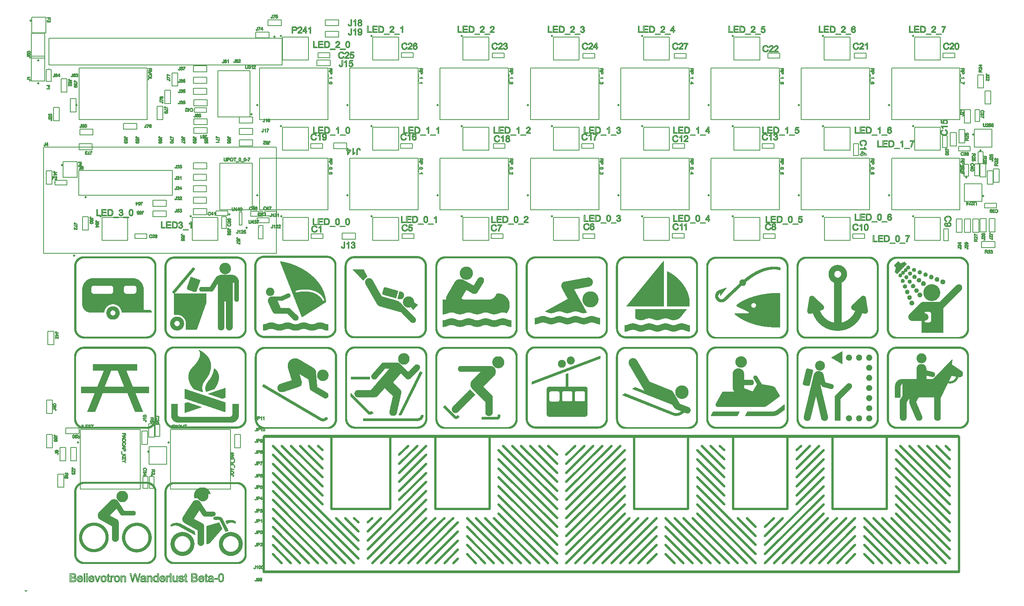
<source format=gto>
%FSLAX33Y33*%
%MOMM*%
%ADD10C,0.508*%
%ADD11C,0.0508*%
%ADD12C,0.15*%
%ADD13C,0.2032*%
%ADD14C,0.5*%
%ADD15C,0.5*%
%ADD16C,0.3*%
%ADD17C,0.5*%
%ADD18C,0.5*%
%ADD19C,0.3*%
%ADD20C,0.2*%
%ADD21C,0.1524*%
D10*
%LNpath-0*%
G01*
X55000Y32000D02*
X66000Y21000D01*
X55000Y32000*
%LNpath-1*%
X154000Y6000D02*
X144000Y16000D01*
X154000Y6000*
%LNpath-2*%
X53000Y34000D02*
X53000Y4000D01*
X207000Y4000*
X207000Y34000*
X53000Y34000*
X53000Y34000*
%LNpath-3*%
X102000Y6000D02*
X98000Y10000D01*
X102000Y6000*
%LNpath-4*%
X120000Y28000D02*
X124000Y32000D01*
X120000Y28000*
%LNpath-5*%
X155000Y19000D02*
X149000Y25000D01*
X155000Y19000*
%LNpath-6*%
X186000Y8000D02*
X188000Y6000D01*
X186000Y8000*
%LNpath-7*%
X192000Y16000D02*
X202000Y6000D01*
X192000Y16000*
%LNpath-8*%
X176000Y6000D02*
X184000Y14000D01*
X176000Y6000*
%LNpath-9*%
X118000Y18000D02*
X105000Y31000D01*
X118000Y18000*
%LNpath-10*%
X174000Y32000D02*
X171000Y29000D01*
X174000Y32000*
%LNpath-11*%
X73000Y10000D02*
X74000Y9000D01*
X73000Y10000*
%LNpath-12*%
X156000Y6000D02*
X146000Y16000D01*
X156000Y6000*
%LNpath-13*%
X120000Y26000D02*
X126000Y32000D01*
X120000Y26000*
%LNpath-14*%
X170000Y6000D02*
X179000Y15000D01*
X170000Y6000*
%LNpath-15*%
X118000Y12000D02*
X105000Y25000D01*
X118000Y12000*
%LNpath-16*%
X155000Y27000D02*
X150000Y32000D01*
X155000Y27000*
%LNpath-17*%
X164000Y6000D02*
X177000Y19000D01*
X164000Y6000*
%LNpath-18*%
X193000Y17000D02*
X204000Y6000D01*
X193000Y17000*
%LNpath-19*%
X94000Y15000D02*
X95000Y16000D01*
X94000Y15000*
%LNpath-20*%
X164000Y12000D02*
X168000Y16000D01*
X164000Y12000*
%LNpath-21*%
X71000Y6000D02*
X55000Y22000D01*
X71000Y6000*
%LNpath-22*%
X73000Y8000D02*
X74000Y7000D01*
X73000Y8000*
%LNpath-23*%
X120000Y6000D02*
X133000Y19000D01*
X120000Y6000*
%LNpath-24*%
X61000Y6000D02*
X55000Y12000D01*
X61000Y6000*
%LNpath-25*%
X205000Y15000D02*
X193000Y27000D01*
X205000Y15000*
%LNpath-26*%
X63000Y6000D02*
X55000Y14000D01*
X63000Y6000*
%LNpath-27*%
X106000Y6000D02*
X98000Y14000D01*
X106000Y6000*
%LNpath-28*%
X83000Y6000D02*
X92000Y15000D01*
X83000Y6000*
%LNpath-29*%
X120000Y14000D02*
X133000Y27000D01*
X120000Y14000*
%LNpath-30*%
X120000Y18000D02*
X133000Y31000D01*
X120000Y18000*
%LNpath-31*%
X132000Y6000D02*
X140000Y14000D01*
X132000Y6000*
%LNpath-32*%
X120000Y16000D02*
X133000Y29000D01*
X120000Y16000*
%LNpath-33*%
X179000Y34000D02*
X179000Y18000D01*
X191000Y18000*
X191000Y34000*
X179000Y34000*
X179000Y34000*
%LNpath-34*%
X120000Y24000D02*
X128000Y32000D01*
X120000Y24000*
%LNpath-35*%
X77000Y6000D02*
X89000Y18000D01*
X77000Y6000*
%LNpath-36*%
X68000Y34000D02*
X68000Y18000D01*
X81000Y18000*
X81000Y34000*
X68000Y34000*
X68000Y34000*
%LNpath-37*%
X74000Y13000D02*
X71000Y16000D01*
X74000Y13000*
%LNpath-38*%
X77000Y12000D02*
X76000Y11000D01*
X77000Y12000*
%LNpath-39*%
X198000Y32000D02*
X205000Y25000D01*
X198000Y32000*
%LNpath-40*%
X77000Y14000D02*
X76000Y13000D01*
X77000Y14000*
%LNpath-41*%
X155000Y23000D02*
X149000Y29000D01*
X155000Y23000*
%LNpath-42*%
X118000Y20000D02*
X106000Y32000D01*
X118000Y20000*
%LNpath-43*%
X77000Y10000D02*
X89000Y22000D01*
X77000Y10000*
%LNpath-44*%
X193000Y29000D02*
X205000Y17000D01*
X193000Y29000*
%LNpath-45*%
X177000Y25000D02*
X171000Y19000D01*
X177000Y25000*
%LNpath-46*%
X73000Y12000D02*
X69000Y16000D01*
X73000Y12000*
%LNpath-47*%
X120000Y22000D02*
X130000Y32000D01*
X120000Y22000*
%LNpath-48*%
X205000Y19000D02*
X193000Y31000D01*
X205000Y19000*
%LNpath-49*%
X205000Y9000D02*
X193000Y21000D01*
X205000Y9000*
%LNpath-50*%
X116000Y6000D02*
X105000Y17000D01*
X116000Y6000*
%LNpath-51*%
X162000Y12000D02*
X158000Y16000D01*
X162000Y12000*
%LNpath-52*%
X193000Y23000D02*
X205000Y11000D01*
X193000Y23000*
%LNpath-53*%
X162000Y8000D02*
X149000Y21000D01*
X162000Y8000*
%LNpath-54*%
X63000Y32000D02*
X66000Y29000D01*
X63000Y32000*
%LNpath-55*%
X157000Y34000D02*
X157000Y18000D01*
X169000Y18000*
X169000Y34000*
X157000Y34000*
X157000Y34000*
%LNpath-56*%
X110000Y6000D02*
X100000Y16000D01*
X110000Y6000*
%LNpath-57*%
X104000Y6000D02*
X98000Y12000D01*
X104000Y6000*
%LNpath-58*%
X77000Y12000D02*
X89000Y24000D01*
X77000Y12000*
%LNpath-59*%
X77000Y8000D02*
X89000Y20000D01*
X77000Y8000*
%LNpath-60*%
X186000Y16000D02*
X196000Y6000D01*
X186000Y16000*
%LNpath-61*%
X89000Y6000D02*
X96000Y13000D01*
X89000Y6000*
%LNpath-62*%
X77000Y14000D02*
X79000Y16000D01*
X77000Y14000*
%LNpath-63*%
X118000Y24000D02*
X110000Y32000D01*
X118000Y24000*
%LNpath-64*%
X65000Y6000D02*
X55000Y16000D01*
X65000Y6000*
%LNpath-65*%
X83000Y28000D02*
X87000Y32000D01*
X83000Y28000*
%LNpath-66*%
X155000Y29000D02*
X152000Y32000D01*
X155000Y29000*
%LNpath-67*%
X85000Y6000D02*
X94000Y15000D01*
X85000Y6000*
%LNpath-68*%
X120000Y20000D02*
X132000Y32000D01*
X120000Y20000*
%LNpath-69*%
X120000Y12000D02*
X133000Y25000D01*
X120000Y12000*
%LNpath-70*%
X66000Y19000D02*
X55000Y30000D01*
X66000Y19000*
%LNpath-71*%
X162000Y10000D02*
X149000Y23000D01*
X162000Y10000*
%LNpath-72*%
X126000Y6000D02*
X135000Y15000D01*
X136000Y16000*
X126000Y6000*
%LNpath-73*%
X184000Y10000D02*
X180000Y6000D01*
X184000Y10000*
%LNpath-74*%
X144000Y6000D02*
X142000Y8000D01*
X144000Y6000*
%LNpath-75*%
X92000Y15000D02*
X93000Y16000D01*
X92000Y15000*
%LNpath-76*%
X59000Y32000D02*
X66000Y25000D01*
X59000Y32000*
%LNpath-77*%
X184000Y8000D02*
X182000Y6000D01*
X184000Y8000*
%LNpath-78*%
X73000Y14000D02*
X74000Y13000D01*
X73000Y14000*
%LNpath-79*%
X118000Y26000D02*
X112000Y32000D01*
X118000Y26000*
%LNpath-80*%
X66000Y31000D02*
X65000Y32000D01*
X66000Y31000*
%LNpath-81*%
X57000Y6000D02*
X55000Y8000D01*
X57000Y6000*
%LNpath-82*%
X138000Y6000D02*
X140000Y8000D01*
X138000Y6000*
%LNpath-83*%
X164000Y14000D02*
X166000Y16000D01*
X164000Y14000*
%LNpath-84*%
X83000Y26000D02*
X89000Y32000D01*
X83000Y26000*
%LNpath-85*%
X186000Y10000D02*
X190000Y6000D01*
X186000Y10000*
%LNpath-86*%
X91000Y6000D02*
X96000Y11000D01*
X91000Y6000*
%LNpath-87*%
X76000Y15000D02*
X77000Y16000D01*
X76000Y15000*
%LNpath-88*%
X118000Y22000D02*
X108000Y32000D01*
X118000Y22000*
%LNpath-89*%
X91000Y34000D02*
X91000Y18000D01*
X103000Y18000*
X103000Y34000*
X91000Y34000*
X91000Y34000*
%LNpath-90*%
X118000Y30000D02*
X116000Y32000D01*
X118000Y30000*
%LNpath-91*%
X194000Y32000D02*
X205000Y21000D01*
X194000Y32000*
%LNpath-92*%
X59000Y6000D02*
X55000Y10000D01*
X59000Y6000*
%LNpath-93*%
X177000Y27000D02*
X171000Y21000D01*
X177000Y27000*
%LNpath-94*%
X188000Y16000D02*
X198000Y6000D01*
X188000Y16000*
%LNpath-95*%
X193000Y25000D02*
X205000Y13000D01*
X193000Y25000*
%LNpath-96*%
X124000Y6000D02*
X134000Y16000D01*
X124000Y6000*
%LNpath-97*%
X177000Y29000D02*
X171000Y23000D01*
X177000Y29000*
%LNpath-98*%
X168000Y6000D02*
X178000Y16000D01*
X168000Y6000*
%LNpath-99*%
X160000Y16000D02*
X162000Y14000D01*
X160000Y16000*
%LNpath-100*%
X73000Y16000D02*
X74000Y15000D01*
X73000Y16000*
%LNpath-101*%
X177000Y31000D02*
X171000Y25000D01*
X177000Y31000*
%LNpath-102*%
X158000Y6000D02*
X148000Y16000D01*
X158000Y6000*
%LNpath-103*%
X160000Y6000D02*
X149000Y17000D01*
X160000Y6000*
%LNpath-104*%
X150000Y6000D02*
X142000Y14000D01*
X150000Y6000*
%LNpath-105*%
X118000Y8000D02*
X105000Y21000D01*
X118000Y8000*
%LNpath-106*%
X81000Y6000D02*
X90000Y15000D01*
X81000Y6000*
%LNpath-107*%
X120000Y8000D02*
X133000Y21000D01*
X120000Y8000*
%LNpath-108*%
X73000Y8000D02*
X55000Y26000D01*
X73000Y8000*
%LNpath-109*%
X164000Y10000D02*
X177000Y23000D01*
X164000Y10000*
%LNpath-110*%
X202000Y32000D02*
X205000Y29000D01*
X202000Y32000*
%LNpath-111*%
X87000Y6000D02*
X96000Y15000D01*
X87000Y6000*
%LNpath-112*%
X61000Y32000D02*
X66000Y27000D01*
X61000Y32000*
%LNpath-113*%
X166000Y6000D02*
X177000Y17000D01*
X166000Y6000*
%LNpath-114*%
X93000Y6000D02*
X96000Y9000D01*
X93000Y6000*
%LNpath-115*%
X83000Y20000D02*
X89000Y26000D01*
X83000Y20000*
%LNpath-116*%
X95000Y6000D02*
X96000Y7000D01*
X95000Y6000*
%LNpath-117*%
X152000Y6000D02*
X142000Y16000D01*
X152000Y6000*
%LNpath-118*%
X77000Y8000D02*
X76000Y7000D01*
X77000Y8000*
%LNpath-119*%
X100000Y6000D02*
X98000Y8000D01*
X100000Y6000*
%LNpath-120*%
X186000Y12000D02*
X192000Y6000D01*
X186000Y12000*
%LNpath-121*%
X83000Y22000D02*
X89000Y28000D01*
X83000Y22000*
%LNpath-122*%
X118000Y10000D02*
X105000Y23000D01*
X118000Y10000*
%LNpath-123*%
X79000Y6000D02*
X89000Y16000D01*
X79000Y6000*
%LNpath-124*%
X204000Y32000D02*
X205000Y31000D01*
X204000Y32000*
%LNpath-125*%
X174000Y6000D02*
X184000Y16000D01*
X174000Y6000*
%LNpath-126*%
X130000Y6000D02*
X140000Y16000D01*
X130000Y6000*
%LNpath-127*%
X67000Y6000D02*
X55000Y18000D01*
X67000Y6000*
%LNpath-128*%
X179000Y15000D02*
X180000Y16000D01*
X179000Y15000*
%LNpath-129*%
X155000Y31000D02*
X154000Y32000D01*
X155000Y31000*
%LNpath-130*%
X135000Y34000D02*
X135000Y18000D01*
X147000Y18000*
X147000Y34000*
X135000Y34000*
X135000Y34000*
%LNpath-131*%
X69000Y6000D02*
X55000Y20000D01*
X69000Y6000*
%LNpath-132*%
X146000Y6000D02*
X142000Y10000D01*
X146000Y6000*
%LNpath-133*%
X120000Y30000D02*
X122000Y32000D01*
X120000Y30000*
%LNpath-134*%
X112000Y6000D02*
X102000Y16000D01*
X112000Y6000*
%LNpath-135*%
X105000Y27000D02*
X118000Y14000D01*
X105000Y27000*
%LNpath-136*%
X178000Y6000D02*
X184000Y12000D01*
X178000Y6000*
%LNpath-137*%
X57000Y32000D02*
X66000Y23000D01*
X57000Y32000*
%LNpath-138*%
X118000Y6000D02*
X105000Y19000D01*
X118000Y6000*
%LNpath-139*%
X120000Y10000D02*
X133000Y23000D01*
X120000Y10000*
%LNpath-140*%
X190000Y16000D02*
X200000Y6000D01*
X190000Y16000*
%LNpath-141*%
X164000Y8000D02*
X177000Y21000D01*
X164000Y8000*
%LNpath-142*%
X186000Y14000D02*
X194000Y6000D01*
X186000Y14000*
%LNpath-143*%
X83000Y24000D02*
X89000Y30000D01*
X83000Y24000*
%LNpath-144*%
X108000Y6000D02*
X98000Y16000D01*
X108000Y6000*
%LNpath-146*%
X193000Y19000D02*
X205000Y7000D01*
X193000Y19000*
%LNpath-147*%
X77000Y10000D02*
X76000Y9000D01*
X77000Y10000*
%LNpath-148*%
X128000Y6000D02*
X138000Y16000D01*
X128000Y6000*
%LNpath-149*%
X83000Y30000D02*
X85000Y32000D01*
X83000Y30000*
%LNpath-150*%
X122000Y6000D02*
X133000Y17000D01*
X122000Y6000*
%LNpath-151*%
X118000Y28000D02*
X114000Y32000D01*
X118000Y28000*
%LNpath-152*%
X200000Y32000D02*
X205000Y27000D01*
X200000Y32000*
%LNpath-153*%
X172000Y32000D02*
X171000Y31000D01*
X172000Y32000*
%LNpath-154*%
X118000Y16000D02*
X105000Y29000D01*
X118000Y16000*
%LNpath-155*%
X148000Y6000D02*
X142000Y12000D01*
X148000Y6000*
%LNpath-156*%
X176000Y32000D02*
X171000Y27000D01*
X176000Y32000*
%LNpath-157*%
X155000Y25000D02*
X149000Y31000D01*
X155000Y25000*
%LNpath-158*%
X73000Y10000D02*
X55000Y28000D01*
X73000Y10000*
%LNpath-159*%
X73000Y12000D02*
X74000Y11000D01*
X73000Y12000*
%LNpath-160*%
X90000Y15000D02*
X91000Y16000D01*
X90000Y15000*
%LNpath-161*%
X155000Y21000D02*
X149000Y27000D01*
X155000Y21000*
%LNpath-162*%
X162000Y6000D02*
X149000Y19000D01*
X162000Y6000*
%LNpath-163*%
X205000Y23000D02*
X196000Y32000D01*
X205000Y23000*
%LNpath-164*%
X114000Y6000D02*
X104000Y16000D01*
X114000Y6000*
%LNpath-165*%
X172000Y6000D02*
X182000Y16000D01*
X172000Y6000*
%LNpath-166*%
X134000Y6000D02*
X140000Y12000D01*
X134000Y6000*
%LNpath-167*%
X136000Y6000D02*
X140000Y10000D01*
X136000Y6000*
%LNpath-168*%
X73000Y6000D02*
X55000Y24000D01*
X73000Y6000*
%LNtop silkscreen_traces*%
D11*
X147610Y35890D02*
X147610Y35890D01*
X147610Y35890*
X147670Y35890*
X147670Y35910*
X147670Y35910*
X147730Y35910*
X147730Y35930*
X147730Y35930*
X147790Y35930*
X147790Y35950*
X147790Y35950*
X147830Y35950*
X147830Y35970*
X147830Y35970*
X147890Y35970*
X147890Y35990*
X147890Y35990*
X147930Y35990*
X147930Y36010*
X147930Y36010*
X147970Y36010*
X147970Y36030*
X147970Y36030*
X148010Y36030*
X148010Y36050*
X148010Y36050*
X148050Y36050*
X148050Y36070*
X148050Y36070*
X148070Y36070*
X148070Y36090*
X148070Y36090*
X148110Y36090*
X148110Y36110*
X148110Y36110*
X148150Y36110*
X148150Y36130*
X148150Y36130*
X148170Y36130*
X148170Y36150*
X148170Y36150*
X148210Y36150*
X148210Y36170*
X148210Y36170*
X148230Y36170*
X148230Y36190*
X148230Y36190*
X148270Y36190*
X148270Y36210*
X148270Y36210*
X148290Y36210*
X148290Y36230*
X148290Y36230*
X148310Y36230*
X148310Y36250*
X148310Y36250*
X148350Y36250*
X148350Y36270*
X148350Y36270*
X148370Y36270*
X148370Y36290*
X148370Y36290*
X148390Y36290*
X148390Y36310*
X148390Y36310*
X148410Y36310*
X148410Y36330*
X148410Y36330*
X148430Y36330*
X148430Y36350*
X148430Y36350*
X148450Y36350*
X148450Y36370*
X148450Y36370*
X148470Y36370*
X148470Y36390*
X148470Y36390*
X148510Y36390*
X148510Y36410*
X148510Y36410*
X148530Y36410*
X148530Y36430*
X148530Y36430*
X148550Y36430*
X148550Y36450*
X148550Y36450*
X148570Y36450*
X148570Y36490*
X148570Y36490*
X148590Y36490*
X148590Y36510*
X148590Y36510*
X148610Y36510*
X148610Y36530*
X148610Y36530*
X148630Y36530*
X148630Y36550*
X148630Y36550*
X148650Y36550*
X148650Y36570*
X148650Y36570*
X148670Y36570*
X148670Y36590*
X148670Y36590*
X148690Y36590*
X148690Y36630*
X148690Y36630*
X148710Y36630*
X148710Y36650*
X148710Y36650*
X148730Y36650*
X148730Y36670*
X148730Y36670*
X148750Y36670*
X148750Y36710*
X148750Y36710*
X148770Y36710*
X148770Y36730*
X148770Y36730*
X148790Y36730*
X148790Y36750*
X148790Y36750*
X148810Y36750*
X148810Y36790*
X148810Y36790*
X148830Y36790*
X148830Y36830*
X148830Y36830*
X148850Y36830*
X148850Y36850*
X148850Y36850*
X148870Y36850*
X148870Y36890*
X148870Y36890*
X148890Y36890*
X148890Y36930*
X148890Y36930*
X148910Y36930*
X148910Y36970*
X148910Y36970*
X148930Y36970*
X148930Y37010*
X148930Y37010*
X148950Y37010*
X148950Y37050*
X148950Y37050*
X148970Y37050*
X148970Y37090*
X148970Y37090*
X148990Y37090*
X148990Y37130*
X148990Y37130*
X149010Y37130*
X149010Y37190*
X149010Y37190*
X149030Y37190*
X149030Y37250*
X149030Y37250*
X149050Y37250*
X149050Y37290*
X149050Y37290*
X149070Y37290*
X149070Y37370*
X149070Y37370*
X149090Y37370*
X149090Y37450*
X149090Y37450*
X149110Y37450*
X149110Y37530*
X149110Y37530*
X149130Y37530*
X149130Y52200*
X149110Y52200*
X149110Y52200*
X149110Y52300*
X149090Y52300*
X149090Y52300*
X149090Y52360*
X149070Y52360*
X149070Y52360*
X149070Y52440*
X149050Y52440*
X149050Y52440*
X149050Y52500*
X149030Y52500*
X149030Y52500*
X149030Y52540*
X149010Y52540*
X149010Y52540*
X149010Y52600*
X148990Y52600*
X148990Y52600*
X148990Y52640*
X148970Y52640*
X148970Y52640*
X148970Y52700*
X148950Y52700*
X148950Y52700*
X148950Y52740*
X148930Y52740*
X148930Y52740*
X148930Y52780*
X148910Y52780*
X148910Y52780*
X148910Y52820*
X148890Y52820*
X148890Y52820*
X148890Y52840*
X148870Y52840*
X148870Y52840*
X148870Y52880*
X148850Y52880*
X148850Y52880*
X148850Y52920*
X148830Y52920*
X148830Y52920*
X148830Y52940*
X148810Y52940*
X148810Y52940*
X148810Y52980*
X148790Y52980*
X148790Y52980*
X148790Y53000*
X148770Y53000*
X148770Y53000*
X148770Y53040*
X148750Y53040*
X148750Y53040*
X148750Y53060*
X148730Y53060*
X148730Y53060*
X148730Y53080*
X148710Y53080*
X148710Y53080*
X148710Y53120*
X148690Y53120*
X148690Y53120*
X148690Y53140*
X148670Y53140*
X148670Y53140*
X148670Y53160*
X148650Y53160*
X148650Y53160*
X148650Y53180*
X148630Y53180*
X148630Y53180*
X148630Y53220*
X148610Y53220*
X148610Y53220*
X148610Y53240*
X148590Y53240*
X148590Y53240*
X148590Y53260*
X148570Y53260*
X148570Y53260*
X148570Y53280*
X148550Y53280*
X148550Y53280*
X148550Y53300*
X148530Y53300*
X148530Y53300*
X148530Y53320*
X148510Y53320*
X148510Y53320*
X148510Y53340*
X148490Y53340*
X148490Y53340*
X148490Y53360*
X148470Y53360*
X148470Y53360*
X148470Y53380*
X148450Y53380*
X148450Y53380*
X148450Y53400*
X148410Y53400*
X148410Y53400*
X148410Y53420*
X148390Y53420*
X148390Y53420*
X148390Y53440*
X148370Y53440*
X148370Y53440*
X148370Y53460*
X148350Y53460*
X148350Y53460*
X148350Y53480*
X148330Y53480*
X148330Y53480*
X148330Y53500*
X148290Y53500*
X148290Y53500*
X148290Y53520*
X148270Y53520*
X148270Y53520*
X148270Y53540*
X148250Y53540*
X148250Y53540*
X148250Y53560*
X148210Y53560*
X148210Y53560*
X148210Y53580*
X148190Y53580*
X148190Y53580*
X148190Y53600*
X148150Y53600*
X148150Y53600*
X148150Y53620*
X148110Y53620*
X148110Y53620*
X148110Y53640*
X148090Y53640*
X148090Y53640*
X148090Y53660*
X148050Y53660*
X148050Y53660*
X148050Y53680*
X148010Y53680*
X148010Y53680*
X148010Y53700*
X147970Y53700*
X147970Y53700*
X147970Y53720*
X147930Y53720*
X147930Y53720*
X147930Y53740*
X147890Y53740*
X147890Y53740*
X147890Y53760*
X147850Y53760*
X147850Y53760*
X147850Y53780*
X147790Y53780*
X147790Y53780*
X147790Y53800*
X147750Y53800*
X147750Y53800*
X147750Y53820*
X147690Y53820*
X147690Y53820*
X147690Y53840*
X147630Y53840*
X147630Y53840*
X147630Y53860*
X147570Y53860*
X147570Y53860*
X147570Y53880*
X147470Y53880*
X147470Y53880*
X147470Y53900*
X147390Y53900*
X147390Y53900*
X147390Y53920*
X147250Y53920*
X147250Y53920*
X147250Y53940*
X132920Y53940*
X132920Y53920*
X132920Y53920*
X132780Y53920*
X132780Y53900*
X132780Y53900*
X132700Y53900*
X132700Y53880*
X132700Y53880*
X132620Y53880*
X132620Y53860*
X132620Y53860*
X132540Y53860*
X132540Y53840*
X132540Y53840*
X132480Y53840*
X132480Y53820*
X132480Y53820*
X132420Y53820*
X132420Y53800*
X132420Y53800*
X132380Y53800*
X132380Y53780*
X132380Y53780*
X132320Y53780*
X132320Y53760*
X132320Y53760*
X132280Y53760*
X132280Y53740*
X132280Y53740*
X132240Y53740*
X132240Y53720*
X132240Y53720*
X132200Y53720*
X132200Y53700*
X132200Y53700*
X132160Y53700*
X132160Y53680*
X132160Y53680*
X132120Y53680*
X132120Y53660*
X132120Y53660*
X132080Y53660*
X132080Y53640*
X132080Y53640*
X132060Y53640*
X132060Y53620*
X132060Y53620*
X132020Y53620*
X132020Y53600*
X132020Y53600*
X131980Y53600*
X131980Y53580*
X131980Y53580*
X131960Y53580*
X131960Y53560*
X131960Y53560*
X131920Y53560*
X131920Y53540*
X131920Y53540*
X131900Y53540*
X131900Y53520*
X131900Y53520*
X131880Y53520*
X131880Y53500*
X131880Y53500*
X131840Y53500*
X131840Y53480*
X131840Y53480*
X131820Y53480*
X131820Y53460*
X131820Y53460*
X131800Y53460*
X131800Y53440*
X131800Y53440*
X131780Y53440*
X131780Y53420*
X131780Y53420*
X131760Y53420*
X131760Y53400*
X131760Y53400*
X131720Y53400*
X131720Y53380*
X131720Y53380*
X131700Y53380*
X131700Y53360*
X131700Y53360*
X131680Y53360*
X131680Y53340*
X131680Y53340*
X131660Y53340*
X131660Y53320*
X131660Y53320*
X131640Y53320*
X131640Y53300*
X131640Y53300*
X131620Y53300*
X131620Y53280*
X131620Y53280*
X131600Y53280*
X131600Y53260*
X131600Y53260*
X131580Y53260*
X131580Y53240*
X131580Y53240*
X131560Y53240*
X131560Y53200*
X131560Y53200*
X131540Y53200*
X131540Y53180*
X131540Y53180*
X131520Y53180*
X131520Y53160*
X131520Y53160*
X131500Y53160*
X131500Y53140*
X131500Y53140*
X131480Y53140*
X131480Y53120*
X131480Y53120*
X131460Y53120*
X131460Y53080*
X131460Y53080*
X131440Y53080*
X131440Y53060*
X131440Y53060*
X131420Y53060*
X131420Y53040*
X131420Y53040*
X131400Y53040*
X131400Y53000*
X131400Y53000*
X131380Y53000*
X131380Y52980*
X131380Y52980*
X131360Y52980*
X131360Y52940*
X131360Y52940*
X131340Y52940*
X131340Y52920*
X131340Y52920*
X131320Y52920*
X131320Y52880*
X131320Y52880*
X131300Y52880*
X131300Y52840*
X131300Y52840*
X131280Y52840*
X131280Y52800*
X131280Y52800*
X131260Y52800*
X131260Y52780*
X131260Y52780*
X131240Y52780*
X131240Y52740*
X131240Y52740*
X131220Y52740*
X131220Y52680*
X131220Y52680*
X131200Y52680*
X131200Y52640*
X131200Y52640*
X131180Y52640*
X131180Y52600*
X131180Y52600*
X131160Y52600*
X131160Y52540*
X131160Y52540*
X131140Y52540*
X131140Y52500*
X131140Y52500*
X131120Y52500*
X131120Y52440*
X131120Y52440*
X131100Y52440*
X131100Y52360*
X131100Y52360*
X131080Y52360*
X131080Y52280*
X131080Y52280*
X131060Y52280*
X131060Y52200*
X131060Y52200*
X131040Y52200*
X131040Y52080*
X131040Y52080*
X131020Y52080*
X131020Y51840*
X131020Y51840*
X131000Y51840*
X131000Y37890*
X131020Y37890*
X131020Y37890*
X131020Y37650*
X131040Y37650*
X131040Y37650*
X131040Y37530*
X131060Y37530*
X131060Y37530*
X131060Y37450*
X131080Y37450*
X131080Y37450*
X131080Y37370*
X131100Y37370*
X131100Y37370*
X131100Y37310*
X131120Y37310*
X131120Y37310*
X131120Y37250*
X131140Y37250*
X131140Y37250*
X131140Y37190*
X131160Y37190*
X131160Y37190*
X131160Y37130*
X131180Y37130*
X131180Y37130*
X131180Y37090*
X131200Y37090*
X131200Y37090*
X131200Y37050*
X131220Y37050*
X131220Y37050*
X131220Y37010*
X131240Y37010*
X131240Y37010*
X131240Y36970*
X131260Y36970*
X131260Y36970*
X131260Y36930*
X131280Y36930*
X131280Y36930*
X131280Y36890*
X131300Y36890*
X131300Y36890*
X131300Y36850*
X131320Y36850*
X131320Y36850*
X131320Y36830*
X131340Y36830*
X131340Y36830*
X131340Y36790*
X131360Y36790*
X131360Y36790*
X131360Y36770*
X131380Y36770*
X131380Y36770*
X131380Y36730*
X131400Y36730*
X131400Y36730*
X131400Y36710*
X131420Y36710*
X131420Y36710*
X131420Y36670*
X131440Y36670*
X131440Y36670*
X131440Y36650*
X131460Y36650*
X131460Y36650*
X131460Y36630*
X131480Y36630*
X131480Y36630*
X131480Y36590*
X131500Y36590*
X131500Y36590*
X131500Y36570*
X131520Y36570*
X131520Y36570*
X131520Y36550*
X131540Y36550*
X131540Y36550*
X131540Y36530*
X131560Y36530*
X131560Y36530*
X131560Y36510*
X131580Y36510*
X131580Y36510*
X131580Y36490*
X131600Y36490*
X131600Y36490*
X131600Y36470*
X131620Y36470*
X131620Y36470*
X131620Y36450*
X131640Y36450*
X131640Y36450*
X131640Y36430*
X131660Y36430*
X131660Y36430*
X131660Y36410*
X131680Y36410*
X131680Y36410*
X131680Y36390*
X131700Y36390*
X131700Y36390*
X131700Y36370*
X131720Y36370*
X131720Y36370*
X131720Y36350*
X131740Y36350*
X131740Y36350*
X131740Y36330*
X131760Y36330*
X131760Y36330*
X131760Y36310*
X131780Y36310*
X131780Y36310*
X131780Y36290*
X131800Y36290*
X131800Y36290*
X131800Y36270*
X131840Y36270*
X131840Y36270*
X131840Y36250*
X131860Y36250*
X131860Y36250*
X131860Y36230*
X131880Y36230*
X131880Y36230*
X131880Y36210*
X131900Y36210*
X131900Y36210*
X131900Y36190*
X131940Y36190*
X131940Y36190*
X131940Y36170*
X131960Y36170*
X131960Y36170*
X131960Y36150*
X132000Y36150*
X132000Y36150*
X132000Y36130*
X132020Y36130*
X132020Y36130*
X132020Y36110*
X132060Y36110*
X132060Y36110*
X132060Y36090*
X132100Y36090*
X132100Y36090*
X132100Y36070*
X132120Y36070*
X132120Y36070*
X132120Y36050*
X132160Y36050*
X132160Y36050*
X132160Y36030*
X132200Y36030*
X132200Y36030*
X132200Y36010*
X132240Y36010*
X132240Y36010*
X132240Y35990*
X132280Y35990*
X132280Y35990*
X132280Y35970*
X132340Y35970*
X132340Y35970*
X132340Y35950*
X132380Y35950*
X132380Y35950*
X132380Y35930*
X132440Y35930*
X132440Y35930*
X132440Y35910*
X132500Y35910*
X132500Y35910*
X132500Y35890*
X132560Y35890*
X132560Y35890*
X132560Y35870*
X147610Y35870*
X147610Y35890*
X147160Y53570D02*
X147160Y53550D01*
X147300Y53550*
X147300Y53530*
X147400Y53530*
X147400Y53510*
X147480Y53510*
X147480Y53490*
X147540Y53490*
X147540Y53470*
X147600Y53470*
X147600Y53450*
X147660Y53450*
X147660Y53430*
X147700Y53430*
X147700Y53410*
X147740Y53410*
X147740Y53390*
X147780Y53390*
X147780Y53370*
X147820Y53370*
X147820Y53350*
X147860Y53350*
X147860Y53330*
X147900Y53330*
X147900Y53310*
X147920Y53310*
X147920Y53290*
X147960Y53290*
X147960Y53270*
X147980Y53270*
X147980Y53250*
X148020Y53250*
X148020Y53230*
X148040Y53230*
X148040Y53210*
X148080Y53210*
X148080Y53190*
X148100Y53190*
X148100Y53170*
X148120Y53170*
X148120Y53150*
X148140Y53150*
X148140Y53130*
X148160Y53130*
X148160Y53110*
X148200Y53110*
X148200Y53090*
X148220Y53090*
X148220Y53070*
X148240Y53070*
X148240Y53050*
X148260Y53050*
X148260Y53030*
X148280Y53030*
X148280Y53010*
X148300Y53010*
X148300Y52990*
X148320Y52990*
X148320Y52950*
X148340Y52950*
X148340Y52930*
X148360Y52930*
X148360Y52910*
X148380Y52910*
X148380Y52890*
X148400Y52890*
X148400Y52870*
X148420Y52870*
X148420Y52830*
X148440Y52830*
X148440Y52810*
X148460Y52810*
X148460Y52770*
X148480Y52770*
X148480Y52750*
X148500Y52750*
X148500Y52710*
X148520Y52710*
X148520Y52690*
X148540Y52690*
X148540Y52650*
X148560Y52650*
X148560Y52610*
X148580Y52610*
X148580Y52570*
X148600Y52570*
X148600Y52530*
X148620Y52530*
X148620Y52490*
X148640Y52490*
X148640Y52450*
X148660Y52450*
X148660Y52390*
X148680Y52390*
X148680Y52330*
X148700Y52330*
X148700Y52270*
X148720Y52270*
X148720Y52190*
X148740Y52190*
X148740Y52110*
X148760Y52110*
X148760Y51970*
X148780Y51970*
X148780Y37760*
X148760Y37760*
X148760Y37620*
X148740Y37620*
X148740Y37540*
X148720Y37540*
X148720Y37460*
X148700Y37460*
X148700Y37400*
X148680Y37400*
X148680Y37340*
X148660Y37340*
X148660Y37300*
X148640Y37300*
X148640Y37240*
X148620Y37240*
X148620Y37200*
X148600Y37200*
X148600Y37160*
X148580Y37160*
X148580Y37120*
X148560Y37120*
X148560Y37080*
X148540Y37080*
X148540Y37040*
X148520Y37040*
X148520Y37020*
X148500Y37020*
X148500Y36980*
X148480Y36980*
X148480Y36960*
X148460Y36960*
X148460Y36920*
X148440Y36920*
X148440Y36900*
X148420Y36900*
X148420Y36880*
X148400Y36880*
X148400Y36840*
X148380Y36840*
X148380Y36820*
X148360Y36820*
X148360Y36800*
X148340Y36800*
X148340Y36780*
X148320Y36780*
X148320Y36760*
X148300Y36760*
X148300Y36740*
X148280Y36740*
X148280Y36720*
X148260Y36720*
X148260Y36700*
X148240Y36700*
X148240Y36680*
X148220Y36680*
X148220Y36660*
X148200Y36660*
X148200Y36640*
X148180Y36640*
X148180Y36620*
X148160Y36620*
X148160Y36600*
X148140Y36600*
X148140Y36580*
X148120Y36580*
X148120Y36560*
X148080Y36560*
X148080Y36540*
X148060Y36540*
X148060Y36520*
X148040Y36520*
X148040Y36500*
X148000Y36500*
X148000Y36480*
X147980Y36480*
X147980Y36460*
X147940Y36460*
X147940Y36440*
X147920Y36440*
X147920Y36420*
X147880Y36420*
X147880Y36400*
X147840Y36400*
X147840Y36380*
X147800Y36380*
X147800Y36360*
X147760Y36360*
X147760Y36340*
X147720Y36340*
X147720Y36320*
X147680Y36320*
X147680Y36300*
X147640Y36300*
X147640Y36280*
X147580Y36280*
X147580Y36260*
X147520Y36260*
X147520Y36240*
X147440Y36240*
X147440Y36220*
X147360Y36220*
X147360Y36200*
X147260Y36200*
X147260Y36180*
X147020Y36180*
X147020Y36160*
X133150Y36160*
X133150Y36180*
X132910Y36180*
X132910Y36200*
X132810Y36200*
X132810Y36220*
X132730Y36220*
X132730Y36240*
X132650Y36240*
X132650Y36260*
X132590Y36260*
X132590Y36280*
X132530Y36280*
X132530Y36300*
X132490Y36300*
X132490Y36320*
X132450Y36320*
X132450Y36340*
X132410Y36340*
X132410Y36360*
X132370Y36360*
X132370Y36380*
X132330Y36380*
X132330Y36400*
X132290Y36400*
X132290Y36420*
X132250Y36420*
X132250Y36440*
X132230Y36440*
X132230Y36460*
X132190Y36460*
X132190Y36480*
X132170Y36480*
X132170Y36500*
X132130Y36500*
X132130Y36520*
X132110Y36520*
X132110Y36540*
X132090Y36540*
X132090Y36560*
X132050Y36560*
X132050Y36580*
X132030Y36580*
X132030Y36600*
X132010Y36600*
X132010Y36620*
X131990Y36620*
X131990Y36640*
X131970Y36640*
X131970Y36660*
X131950Y36660*
X131950Y36680*
X131930Y36680*
X131930Y36700*
X131910Y36700*
X131910Y36720*
X131890Y36720*
X131890Y36740*
X131870Y36740*
X131870Y36760*
X131850Y36760*
X131850Y36780*
X131830Y36780*
X131830Y36800*
X131810Y36800*
X131810Y36820*
X131790Y36820*
X131790Y36840*
X131770Y36840*
X131770Y36880*
X131750Y36880*
X131750Y36900*
X131730Y36900*
X131730Y36920*
X131710Y36920*
X131710Y36960*
X131690Y36960*
X131690Y36980*
X131670Y36980*
X131670Y37020*
X131650Y37020*
X131650Y37060*
X131630Y37060*
X131630Y37080*
X131610Y37080*
X131610Y37120*
X131590Y37120*
X131590Y37160*
X131570Y37160*
X131570Y37200*
X131550Y37200*
X131550Y37240*
X131530Y37240*
X131530Y37300*
X131510Y37300*
X131510Y37340*
X131490Y37340*
X131490Y37400*
X131470Y37400*
X131470Y37460*
X131450Y37460*
X131450Y37540*
X131430Y37540*
X131430Y37620*
X131410Y37620*
X131410Y37760*
X131390Y37760*
X131390Y51970*
X131410Y51970*
X131410Y52110*
X131430Y52110*
X131430Y52190*
X131450Y52190*
X131450Y52270*
X131470Y52270*
X131470Y52330*
X131490Y52330*
X131490Y52390*
X131510Y52390*
X131510Y52450*
X131530Y52450*
X131530Y52490*
X131550Y52490*
X131550Y52530*
X131570Y52530*
X131570Y52570*
X131590Y52570*
X131590Y52610*
X131610Y52610*
X131610Y52650*
X131630Y52650*
X131630Y52690*
X131650Y52690*
X131650Y52710*
X131670Y52710*
X131670Y52750*
X131690Y52750*
X131690Y52770*
X131710Y52770*
X131710Y52810*
X131730Y52810*
X131730Y52830*
X131750Y52830*
X131750Y52870*
X131770Y52870*
X131770Y52890*
X131790Y52890*
X131790Y52910*
X131810Y52910*
X131810Y52930*
X131830Y52930*
X131830Y52950*
X131850Y52950*
X131850Y52990*
X131870Y52990*
X131870Y53010*
X131890Y53010*
X131890Y53030*
X131910Y53030*
X131910Y53050*
X131930Y53050*
X131930Y53070*
X131950Y53070*
X131950Y53090*
X131970Y53090*
X131970Y53110*
X132010Y53110*
X132010Y53130*
X132030Y53130*
X132030Y53150*
X132050Y53150*
X132050Y53170*
X132070Y53170*
X132070Y53190*
X132090Y53190*
X132090Y53210*
X132130Y53210*
X132130Y53230*
X132150Y53230*
X132150Y53250*
X132190Y53250*
X132190Y53270*
X132210Y53270*
X132210Y53290*
X132250Y53290*
X132250Y53310*
X132270Y53310*
X132270Y53330*
X132310Y53330*
X132310Y53350*
X132350Y53350*
X132350Y53370*
X132390Y53370*
X132390Y53390*
X132430Y53390*
X132430Y53410*
X132470Y53410*
X132470Y53430*
X132530Y53430*
X132530Y53450*
X132570Y53450*
X132570Y53470*
X132630Y53470*
X132630Y53490*
X132690Y53490*
X132690Y53510*
X132770Y53510*
X132770Y53530*
X132870Y53530*
X132870Y53550*
X133010Y53550*
X133010Y53570*
X147160Y53570*
X132440Y35920D02*
X147730Y35920D01*
X132340Y35969D02*
X147830Y35969D01*
X132200Y36019D02*
X147970Y36019D01*
X132120Y36068D02*
X148050Y36068D01*
X132020Y36118D02*
X148150Y36118D01*
X131960Y36167D02*
X133150Y36167D01*
X147020Y36167D02*
X148210Y36167D01*
X131880Y36217D02*
X132810Y36217D01*
X147360Y36217D02*
X148290Y36217D01*
X131840Y36266D02*
X132590Y36266D01*
X147580Y36266D02*
X148350Y36266D01*
X131760Y36316D02*
X132490Y36316D01*
X147680Y36316D02*
X148410Y36316D01*
X131720Y36365D02*
X132370Y36365D01*
X147800Y36365D02*
X148450Y36365D01*
X131660Y36415D02*
X132290Y36415D01*
X147880Y36415D02*
X148530Y36415D01*
X131620Y36464D02*
X132190Y36464D01*
X147980Y36464D02*
X148570Y36464D01*
X131560Y36514D02*
X132130Y36514D01*
X148040Y36514D02*
X148610Y36514D01*
X131520Y36563D02*
X132050Y36563D01*
X148120Y36563D02*
X148650Y36563D01*
X131480Y36613D02*
X132010Y36613D01*
X148160Y36613D02*
X148690Y36613D01*
X131440Y36662D02*
X131950Y36662D01*
X148220Y36662D02*
X148730Y36662D01*
X131400Y36712D02*
X131910Y36712D01*
X148260Y36712D02*
X148770Y36712D01*
X131380Y36762D02*
X131850Y36762D01*
X148320Y36762D02*
X148810Y36762D01*
X131340Y36811D02*
X131810Y36811D01*
X148360Y36811D02*
X148830Y36811D01*
X131300Y36861D02*
X131770Y36861D01*
X148400Y36861D02*
X148870Y36861D01*
X131280Y36910D02*
X131730Y36910D01*
X148440Y36910D02*
X148890Y36910D01*
X131260Y36960D02*
X131710Y36960D01*
X148460Y36960D02*
X148910Y36960D01*
X131240Y37009D02*
X131670Y37009D01*
X148500Y37009D02*
X148930Y37009D01*
X131200Y37059D02*
X131650Y37059D01*
X148540Y37059D02*
X148970Y37059D01*
X131180Y37108D02*
X131610Y37108D01*
X148560Y37108D02*
X148990Y37108D01*
X131160Y37158D02*
X131590Y37158D01*
X148580Y37158D02*
X149010Y37158D01*
X131140Y37207D02*
X131550Y37207D01*
X148620Y37207D02*
X149030Y37207D01*
X131120Y37257D02*
X131530Y37257D01*
X148640Y37257D02*
X149050Y37257D01*
X131120Y37306D02*
X131510Y37306D01*
X148660Y37306D02*
X149070Y37306D01*
X131100Y37356D02*
X131490Y37356D01*
X148680Y37356D02*
X149070Y37356D01*
X131080Y37405D02*
X131470Y37405D01*
X148700Y37405D02*
X149090Y37405D01*
X131060Y37455D02*
X131470Y37455D01*
X148700Y37455D02*
X149110Y37455D01*
X131060Y37504D02*
X131450Y37504D01*
X148720Y37504D02*
X149110Y37504D01*
X131040Y37554D02*
X131430Y37554D01*
X148740Y37554D02*
X149130Y37554D01*
X131040Y37604D02*
X131430Y37604D01*
X148740Y37604D02*
X149130Y37604D01*
X131020Y37653D02*
X131410Y37653D01*
X148760Y37653D02*
X149130Y37653D01*
X131020Y37703D02*
X131410Y37703D01*
X148760Y37703D02*
X149130Y37703D01*
X131020Y37752D02*
X131410Y37752D01*
X148760Y37752D02*
X149130Y37752D01*
X131020Y37802D02*
X131390Y37802D01*
X148780Y37802D02*
X149130Y37802D01*
X131020Y37851D02*
X131390Y37851D01*
X148780Y37851D02*
X149130Y37851D01*
X131000Y37901D02*
X131390Y37901D01*
X148780Y37901D02*
X149130Y37901D01*
X131000Y37950D02*
X131390Y37950D01*
X148780Y37950D02*
X149130Y37950D01*
X131000Y38000D02*
X131390Y38000D01*
X148780Y38000D02*
X149130Y38000D01*
X131000Y38049D02*
X131390Y38049D01*
X148780Y38049D02*
X149130Y38049D01*
X131000Y38099D02*
X131390Y38099D01*
X148780Y38099D02*
X149130Y38099D01*
X131000Y38148D02*
X131390Y38148D01*
X148780Y38148D02*
X149130Y38148D01*
X131000Y38198D02*
X131390Y38198D01*
X148780Y38198D02*
X149130Y38198D01*
X131000Y38247D02*
X131390Y38247D01*
X148780Y38247D02*
X149130Y38247D01*
X131000Y38297D02*
X131390Y38297D01*
X148780Y38297D02*
X149130Y38297D01*
X131000Y38346D02*
X131390Y38346D01*
X148780Y38346D02*
X149130Y38346D01*
X131000Y38396D02*
X131390Y38396D01*
X148780Y38396D02*
X149130Y38396D01*
X131000Y38446D02*
X131390Y38446D01*
X148780Y38446D02*
X149130Y38446D01*
X131000Y38495D02*
X131390Y38495D01*
X148780Y38495D02*
X149130Y38495D01*
X131000Y38545D02*
X131390Y38545D01*
X148780Y38545D02*
X149130Y38545D01*
X131000Y38594D02*
X131390Y38594D01*
X148780Y38594D02*
X149130Y38594D01*
X131000Y38644D02*
X131390Y38644D01*
X148780Y38644D02*
X149130Y38644D01*
X131000Y38693D02*
X131390Y38693D01*
X148780Y38693D02*
X149130Y38693D01*
X131000Y38743D02*
X131390Y38743D01*
X148780Y38743D02*
X149130Y38743D01*
X131000Y38792D02*
X131390Y38792D01*
X148780Y38792D02*
X149130Y38792D01*
X131000Y38842D02*
X131390Y38842D01*
X148780Y38842D02*
X149130Y38842D01*
X131000Y38891D02*
X131390Y38891D01*
X148780Y38891D02*
X149130Y38891D01*
X131000Y38941D02*
X131390Y38941D01*
X148780Y38941D02*
X149130Y38941D01*
X131000Y38990D02*
X131390Y38990D01*
X148780Y38990D02*
X149130Y38990D01*
X131000Y39040D02*
X131390Y39040D01*
X148780Y39040D02*
X149130Y39040D01*
X131000Y39089D02*
X131390Y39089D01*
X148780Y39089D02*
X149130Y39089D01*
X131000Y39139D02*
X131390Y39139D01*
X148780Y39139D02*
X149130Y39139D01*
X131000Y39189D02*
X131390Y39189D01*
X148780Y39189D02*
X149130Y39189D01*
X131000Y39238D02*
X131390Y39238D01*
X148780Y39238D02*
X149130Y39238D01*
X131000Y39288D02*
X131390Y39288D01*
X148780Y39288D02*
X149130Y39288D01*
X131000Y39337D02*
X131390Y39337D01*
X148780Y39337D02*
X149130Y39337D01*
X131000Y39387D02*
X131390Y39387D01*
X148780Y39387D02*
X149130Y39387D01*
X131000Y39436D02*
X131390Y39436D01*
X148780Y39436D02*
X149130Y39436D01*
X131000Y39486D02*
X131390Y39486D01*
X148780Y39486D02*
X149130Y39486D01*
X131000Y39535D02*
X131390Y39535D01*
X148780Y39535D02*
X149130Y39535D01*
X131000Y39585D02*
X131390Y39585D01*
X148780Y39585D02*
X149130Y39585D01*
X131000Y39634D02*
X131390Y39634D01*
X148780Y39634D02*
X149130Y39634D01*
X131000Y39684D02*
X131390Y39684D01*
X148780Y39684D02*
X149130Y39684D01*
X131000Y39733D02*
X131390Y39733D01*
X148780Y39733D02*
X149130Y39733D01*
X131000Y39783D02*
X131390Y39783D01*
X148780Y39783D02*
X149130Y39783D01*
X131000Y39832D02*
X131390Y39832D01*
X148780Y39832D02*
X149130Y39832D01*
X131000Y39882D02*
X131390Y39882D01*
X148780Y39882D02*
X149130Y39882D01*
X131000Y39931D02*
X131390Y39931D01*
X148780Y39931D02*
X149130Y39931D01*
X131000Y39981D02*
X131390Y39981D01*
X148780Y39981D02*
X149130Y39981D01*
X131000Y40031D02*
X131390Y40031D01*
X148780Y40031D02*
X149130Y40031D01*
X131000Y40080D02*
X131390Y40080D01*
X148780Y40080D02*
X149130Y40080D01*
X131000Y40130D02*
X131390Y40130D01*
X148780Y40130D02*
X149130Y40130D01*
X131000Y40179D02*
X131390Y40179D01*
X148780Y40179D02*
X149130Y40179D01*
X131000Y40229D02*
X131390Y40229D01*
X148780Y40229D02*
X149130Y40229D01*
X131000Y40278D02*
X131390Y40278D01*
X148780Y40278D02*
X149130Y40278D01*
X131000Y40328D02*
X131390Y40328D01*
X148780Y40328D02*
X149130Y40328D01*
X131000Y40377D02*
X131390Y40377D01*
X148780Y40377D02*
X149130Y40377D01*
X131000Y40427D02*
X131390Y40427D01*
X148780Y40427D02*
X149130Y40427D01*
X131000Y40476D02*
X131390Y40476D01*
X148780Y40476D02*
X149130Y40476D01*
X131000Y40526D02*
X131390Y40526D01*
X148780Y40526D02*
X149130Y40526D01*
X131000Y40575D02*
X131390Y40575D01*
X148780Y40575D02*
X149130Y40575D01*
X131000Y40625D02*
X131390Y40625D01*
X148780Y40625D02*
X149130Y40625D01*
X131000Y40674D02*
X131390Y40674D01*
X148780Y40674D02*
X149130Y40674D01*
X131000Y40724D02*
X131390Y40724D01*
X148780Y40724D02*
X149130Y40724D01*
X131000Y40773D02*
X131390Y40773D01*
X148780Y40773D02*
X149130Y40773D01*
X131000Y40823D02*
X131390Y40823D01*
X148780Y40823D02*
X149130Y40823D01*
X131000Y40873D02*
X131390Y40873D01*
X148780Y40873D02*
X149130Y40873D01*
X131000Y40922D02*
X131390Y40922D01*
X148780Y40922D02*
X149130Y40922D01*
X131000Y40972D02*
X131390Y40972D01*
X148780Y40972D02*
X149130Y40972D01*
X131000Y41021D02*
X131390Y41021D01*
X148780Y41021D02*
X149130Y41021D01*
X131000Y41071D02*
X131390Y41071D01*
X148780Y41071D02*
X149130Y41071D01*
X131000Y41120D02*
X131390Y41120D01*
X148780Y41120D02*
X149130Y41120D01*
X131000Y41170D02*
X131390Y41170D01*
X148780Y41170D02*
X149130Y41170D01*
X131000Y41219D02*
X131390Y41219D01*
X148780Y41219D02*
X149130Y41219D01*
X131000Y41269D02*
X131390Y41269D01*
X148780Y41269D02*
X149130Y41269D01*
X131000Y41318D02*
X131390Y41318D01*
X148780Y41318D02*
X149130Y41318D01*
X131000Y41368D02*
X131390Y41368D01*
X148780Y41368D02*
X149130Y41368D01*
X131000Y41417D02*
X131390Y41417D01*
X148780Y41417D02*
X149130Y41417D01*
X131000Y41467D02*
X131390Y41467D01*
X148780Y41467D02*
X149130Y41467D01*
X131000Y41516D02*
X131390Y41516D01*
X148780Y41516D02*
X149130Y41516D01*
X131000Y41566D02*
X131390Y41566D01*
X148780Y41566D02*
X149130Y41566D01*
X131000Y41615D02*
X131390Y41615D01*
X148780Y41615D02*
X149130Y41615D01*
X131000Y41665D02*
X131390Y41665D01*
X148780Y41665D02*
X149130Y41665D01*
X131000Y41715D02*
X131390Y41715D01*
X148780Y41715D02*
X149130Y41715D01*
X131000Y41764D02*
X131390Y41764D01*
X148780Y41764D02*
X149130Y41764D01*
X131000Y41814D02*
X131390Y41814D01*
X148780Y41814D02*
X149130Y41814D01*
X131000Y41863D02*
X131390Y41863D01*
X148780Y41863D02*
X149130Y41863D01*
X131000Y41913D02*
X131390Y41913D01*
X148780Y41913D02*
X149130Y41913D01*
X131000Y41962D02*
X131390Y41962D01*
X148780Y41962D02*
X149130Y41962D01*
X131000Y42012D02*
X131390Y42012D01*
X148780Y42012D02*
X149130Y42012D01*
X131000Y42061D02*
X131390Y42061D01*
X148780Y42061D02*
X149130Y42061D01*
X131000Y42111D02*
X131390Y42111D01*
X148780Y42111D02*
X149130Y42111D01*
X131000Y42160D02*
X131390Y42160D01*
X148780Y42160D02*
X149130Y42160D01*
X131000Y42210D02*
X131390Y42210D01*
X148780Y42210D02*
X149130Y42210D01*
X131000Y42259D02*
X131390Y42259D01*
X148780Y42259D02*
X149130Y42259D01*
X131000Y42309D02*
X131390Y42309D01*
X148780Y42309D02*
X149130Y42309D01*
X131000Y42358D02*
X131390Y42358D01*
X148780Y42358D02*
X149130Y42358D01*
X131000Y42408D02*
X131390Y42408D01*
X148780Y42408D02*
X149130Y42408D01*
X131000Y42457D02*
X131390Y42457D01*
X148780Y42457D02*
X149130Y42457D01*
X131000Y42507D02*
X131390Y42507D01*
X148780Y42507D02*
X149130Y42507D01*
X131000Y42557D02*
X131390Y42557D01*
X148780Y42557D02*
X149130Y42557D01*
X131000Y42606D02*
X131390Y42606D01*
X148780Y42606D02*
X149130Y42606D01*
X131000Y42656D02*
X131390Y42656D01*
X148780Y42656D02*
X149130Y42656D01*
X131000Y42705D02*
X131390Y42705D01*
X148780Y42705D02*
X149130Y42705D01*
X131000Y42755D02*
X131390Y42755D01*
X148780Y42755D02*
X149130Y42755D01*
X131000Y42804D02*
X131390Y42804D01*
X148780Y42804D02*
X149130Y42804D01*
X131000Y42854D02*
X131390Y42854D01*
X148780Y42854D02*
X149130Y42854D01*
X131000Y42903D02*
X131390Y42903D01*
X148780Y42903D02*
X149130Y42903D01*
X131000Y42953D02*
X131390Y42953D01*
X148780Y42953D02*
X149130Y42953D01*
X131000Y43002D02*
X131390Y43002D01*
X148780Y43002D02*
X149130Y43002D01*
X131000Y43052D02*
X131390Y43052D01*
X148780Y43052D02*
X149130Y43052D01*
X131000Y43101D02*
X131390Y43101D01*
X148780Y43101D02*
X149130Y43101D01*
X131000Y43151D02*
X131390Y43151D01*
X148780Y43151D02*
X149130Y43151D01*
X131000Y43200D02*
X131390Y43200D01*
X148780Y43200D02*
X149130Y43200D01*
X131000Y43250D02*
X131390Y43250D01*
X148780Y43250D02*
X149130Y43250D01*
X131000Y43299D02*
X131390Y43299D01*
X148780Y43299D02*
X149130Y43299D01*
X131000Y43349D02*
X131390Y43349D01*
X148780Y43349D02*
X149130Y43349D01*
X131000Y43399D02*
X131390Y43399D01*
X148780Y43399D02*
X149130Y43399D01*
X131000Y43448D02*
X131390Y43448D01*
X148780Y43448D02*
X149130Y43448D01*
X131000Y43498D02*
X131390Y43498D01*
X148780Y43498D02*
X149130Y43498D01*
X131000Y43547D02*
X131390Y43547D01*
X148780Y43547D02*
X149130Y43547D01*
X131000Y43597D02*
X131390Y43597D01*
X148780Y43597D02*
X149130Y43597D01*
X131000Y43646D02*
X131390Y43646D01*
X148780Y43646D02*
X149130Y43646D01*
X131000Y43696D02*
X131390Y43696D01*
X148780Y43696D02*
X149130Y43696D01*
X131000Y43745D02*
X131390Y43745D01*
X148780Y43745D02*
X149130Y43745D01*
X131000Y43795D02*
X131390Y43795D01*
X148780Y43795D02*
X149130Y43795D01*
X131000Y43844D02*
X131390Y43844D01*
X148780Y43844D02*
X149130Y43844D01*
X131000Y43894D02*
X131390Y43894D01*
X148780Y43894D02*
X149130Y43894D01*
X131000Y43943D02*
X131390Y43943D01*
X148780Y43943D02*
X149130Y43943D01*
X131000Y43993D02*
X131390Y43993D01*
X148780Y43993D02*
X149130Y43993D01*
X131000Y44042D02*
X131390Y44042D01*
X148780Y44042D02*
X149130Y44042D01*
X131000Y44092D02*
X131390Y44092D01*
X148780Y44092D02*
X149130Y44092D01*
X131000Y44142D02*
X131390Y44142D01*
X148780Y44142D02*
X149130Y44142D01*
X131000Y44191D02*
X131390Y44191D01*
X148780Y44191D02*
X149130Y44191D01*
X131000Y44241D02*
X131390Y44241D01*
X148780Y44241D02*
X149130Y44241D01*
X131000Y44290D02*
X131390Y44290D01*
X148780Y44290D02*
X149130Y44290D01*
X131000Y44340D02*
X131390Y44340D01*
X148780Y44340D02*
X149130Y44340D01*
X131000Y44389D02*
X131390Y44389D01*
X148780Y44389D02*
X149130Y44389D01*
X131000Y44439D02*
X131390Y44439D01*
X148780Y44439D02*
X149130Y44439D01*
X131000Y44488D02*
X131390Y44488D01*
X148780Y44488D02*
X149130Y44488D01*
X131000Y44538D02*
X131390Y44538D01*
X148780Y44538D02*
X149130Y44538D01*
X131000Y44587D02*
X131390Y44587D01*
X148780Y44587D02*
X149130Y44587D01*
X131000Y44637D02*
X131390Y44637D01*
X148780Y44637D02*
X149130Y44637D01*
X131000Y44686D02*
X131390Y44686D01*
X148780Y44686D02*
X149130Y44686D01*
X131000Y44736D02*
X131390Y44736D01*
X148780Y44736D02*
X149130Y44736D01*
X131000Y44785D02*
X131390Y44785D01*
X148780Y44785D02*
X149130Y44785D01*
X131000Y44835D02*
X131390Y44835D01*
X148780Y44835D02*
X149130Y44835D01*
X131000Y44884D02*
X131390Y44884D01*
X148780Y44884D02*
X149130Y44884D01*
X131000Y44934D02*
X131390Y44934D01*
X148780Y44934D02*
X149130Y44934D01*
X131000Y44984D02*
X131390Y44984D01*
X148780Y44984D02*
X149130Y44984D01*
X131000Y45033D02*
X131390Y45033D01*
X148780Y45033D02*
X149130Y45033D01*
X131000Y45083D02*
X131390Y45083D01*
X148780Y45083D02*
X149130Y45083D01*
X131000Y45132D02*
X131390Y45132D01*
X148780Y45132D02*
X149130Y45132D01*
X131000Y45182D02*
X131390Y45182D01*
X148780Y45182D02*
X149130Y45182D01*
X131000Y45231D02*
X131390Y45231D01*
X148780Y45231D02*
X149130Y45231D01*
X131000Y45281D02*
X131390Y45281D01*
X148780Y45281D02*
X149130Y45281D01*
X131000Y45330D02*
X131390Y45330D01*
X148780Y45330D02*
X149130Y45330D01*
X131000Y45380D02*
X131390Y45380D01*
X148780Y45380D02*
X149130Y45380D01*
X131000Y45429D02*
X131390Y45429D01*
X148780Y45429D02*
X149130Y45429D01*
X131000Y45479D02*
X131390Y45479D01*
X148780Y45479D02*
X149130Y45479D01*
X131000Y45528D02*
X131390Y45528D01*
X148780Y45528D02*
X149130Y45528D01*
X131000Y45578D02*
X131390Y45578D01*
X148780Y45578D02*
X149130Y45578D01*
X131000Y45627D02*
X131390Y45627D01*
X148780Y45627D02*
X149130Y45627D01*
X131000Y45677D02*
X131390Y45677D01*
X148780Y45677D02*
X149130Y45677D01*
X131000Y45726D02*
X131390Y45726D01*
X148780Y45726D02*
X149130Y45726D01*
X131000Y45776D02*
X131390Y45776D01*
X148780Y45776D02*
X149130Y45776D01*
X131000Y45826D02*
X131390Y45826D01*
X148780Y45826D02*
X149130Y45826D01*
X131000Y45875D02*
X131390Y45875D01*
X148780Y45875D02*
X149130Y45875D01*
X131000Y45925D02*
X131390Y45925D01*
X148780Y45925D02*
X149130Y45925D01*
X131000Y45974D02*
X131390Y45974D01*
X148780Y45974D02*
X149130Y45974D01*
X131000Y46024D02*
X131390Y46024D01*
X148780Y46024D02*
X149130Y46024D01*
X131000Y46073D02*
X131390Y46073D01*
X148780Y46073D02*
X149130Y46073D01*
X131000Y46123D02*
X131390Y46123D01*
X148780Y46123D02*
X149130Y46123D01*
X131000Y46172D02*
X131390Y46172D01*
X148780Y46172D02*
X149130Y46172D01*
X131000Y46222D02*
X131390Y46222D01*
X148780Y46222D02*
X149130Y46222D01*
X131000Y46271D02*
X131390Y46271D01*
X148780Y46271D02*
X149130Y46271D01*
X131000Y46321D02*
X131390Y46321D01*
X148780Y46321D02*
X149130Y46321D01*
X131000Y46370D02*
X131390Y46370D01*
X148780Y46370D02*
X149130Y46370D01*
X131000Y46420D02*
X131390Y46420D01*
X148780Y46420D02*
X149130Y46420D01*
X131000Y46469D02*
X131390Y46469D01*
X148780Y46469D02*
X149130Y46469D01*
X131000Y46519D02*
X131390Y46519D01*
X148780Y46519D02*
X149130Y46519D01*
X131000Y46568D02*
X131390Y46568D01*
X148780Y46568D02*
X149130Y46568D01*
X131000Y46618D02*
X131390Y46618D01*
X148780Y46618D02*
X149130Y46618D01*
X131000Y46668D02*
X131390Y46668D01*
X148780Y46668D02*
X149130Y46668D01*
X131000Y46717D02*
X131390Y46717D01*
X148780Y46717D02*
X149130Y46717D01*
X131000Y46767D02*
X131390Y46767D01*
X148780Y46767D02*
X149130Y46767D01*
X131000Y46816D02*
X131390Y46816D01*
X148780Y46816D02*
X149130Y46816D01*
X131000Y46866D02*
X131390Y46866D01*
X148780Y46866D02*
X149130Y46866D01*
X131000Y46915D02*
X131390Y46915D01*
X148780Y46915D02*
X149130Y46915D01*
X131000Y46965D02*
X131390Y46965D01*
X148780Y46965D02*
X149130Y46965D01*
X131000Y47014D02*
X131390Y47014D01*
X148780Y47014D02*
X149130Y47014D01*
X131000Y47064D02*
X131390Y47064D01*
X148780Y47064D02*
X149130Y47064D01*
X131000Y47113D02*
X131390Y47113D01*
X148780Y47113D02*
X149130Y47113D01*
X131000Y47163D02*
X131390Y47163D01*
X148780Y47163D02*
X149130Y47163D01*
X131000Y47212D02*
X131390Y47212D01*
X148780Y47212D02*
X149130Y47212D01*
X131000Y47262D02*
X131390Y47262D01*
X148780Y47262D02*
X149130Y47262D01*
X131000Y47311D02*
X131390Y47311D01*
X148780Y47311D02*
X149130Y47311D01*
X131000Y47361D02*
X131390Y47361D01*
X148780Y47361D02*
X149130Y47361D01*
X131000Y47410D02*
X131390Y47410D01*
X148780Y47410D02*
X149130Y47410D01*
X131000Y47460D02*
X131390Y47460D01*
X148780Y47460D02*
X149130Y47460D01*
X131000Y47510D02*
X131390Y47510D01*
X148780Y47510D02*
X149130Y47510D01*
X131000Y47559D02*
X131390Y47559D01*
X148780Y47559D02*
X149130Y47559D01*
X131000Y47609D02*
X131390Y47609D01*
X148780Y47609D02*
X149130Y47609D01*
X131000Y47658D02*
X131390Y47658D01*
X148780Y47658D02*
X149130Y47658D01*
X131000Y47708D02*
X131390Y47708D01*
X148780Y47708D02*
X149130Y47708D01*
X131000Y47757D02*
X131390Y47757D01*
X148780Y47757D02*
X149130Y47757D01*
X131000Y47807D02*
X131390Y47807D01*
X148780Y47807D02*
X149130Y47807D01*
X131000Y47856D02*
X131390Y47856D01*
X148780Y47856D02*
X149130Y47856D01*
X131000Y47906D02*
X131390Y47906D01*
X148780Y47906D02*
X149130Y47906D01*
X131000Y47955D02*
X131390Y47955D01*
X148780Y47955D02*
X149130Y47955D01*
X131000Y48005D02*
X131390Y48005D01*
X148780Y48005D02*
X149130Y48005D01*
X131000Y48054D02*
X131390Y48054D01*
X148780Y48054D02*
X149130Y48054D01*
X131000Y48104D02*
X131390Y48104D01*
X148780Y48104D02*
X149130Y48104D01*
X131000Y48153D02*
X131390Y48153D01*
X148780Y48153D02*
X149130Y48153D01*
X131000Y48203D02*
X131390Y48203D01*
X148780Y48203D02*
X149130Y48203D01*
X131000Y48252D02*
X131390Y48252D01*
X148780Y48252D02*
X149130Y48252D01*
X131000Y48302D02*
X131390Y48302D01*
X148780Y48302D02*
X149130Y48302D01*
X131000Y48352D02*
X131390Y48352D01*
X148780Y48352D02*
X149130Y48352D01*
X131000Y48401D02*
X131390Y48401D01*
X148780Y48401D02*
X149130Y48401D01*
X131000Y48451D02*
X131390Y48451D01*
X148780Y48451D02*
X149130Y48451D01*
X131000Y48500D02*
X131390Y48500D01*
X148780Y48500D02*
X149130Y48500D01*
X131000Y48550D02*
X131390Y48550D01*
X148780Y48550D02*
X149130Y48550D01*
X131000Y48599D02*
X131390Y48599D01*
X148780Y48599D02*
X149130Y48599D01*
X131000Y48649D02*
X131390Y48649D01*
X148780Y48649D02*
X149130Y48649D01*
X131000Y48698D02*
X131390Y48698D01*
X148780Y48698D02*
X149130Y48698D01*
X131000Y48748D02*
X131390Y48748D01*
X148780Y48748D02*
X149130Y48748D01*
X131000Y48797D02*
X131390Y48797D01*
X148780Y48797D02*
X149130Y48797D01*
X131000Y48847D02*
X131390Y48847D01*
X148780Y48847D02*
X149130Y48847D01*
X131000Y48896D02*
X131390Y48896D01*
X148780Y48896D02*
X149130Y48896D01*
X131000Y48946D02*
X131390Y48946D01*
X148780Y48946D02*
X149130Y48946D01*
X131000Y48995D02*
X131390Y48995D01*
X148780Y48995D02*
X149130Y48995D01*
X131000Y49045D02*
X131390Y49045D01*
X148780Y49045D02*
X149130Y49045D01*
X131000Y49095D02*
X131390Y49095D01*
X148780Y49095D02*
X149130Y49095D01*
X131000Y49144D02*
X131390Y49144D01*
X148780Y49144D02*
X149130Y49144D01*
X131000Y49194D02*
X131390Y49194D01*
X148780Y49194D02*
X149130Y49194D01*
X131000Y49243D02*
X131390Y49243D01*
X148780Y49243D02*
X149130Y49243D01*
X131000Y49293D02*
X131390Y49293D01*
X148780Y49293D02*
X149130Y49293D01*
X131000Y49342D02*
X131390Y49342D01*
X148780Y49342D02*
X149130Y49342D01*
X131000Y49392D02*
X131390Y49392D01*
X148780Y49392D02*
X149130Y49392D01*
X131000Y49441D02*
X131390Y49441D01*
X148780Y49441D02*
X149130Y49441D01*
X131000Y49491D02*
X131390Y49491D01*
X148780Y49491D02*
X149130Y49491D01*
X131000Y49540D02*
X131390Y49540D01*
X148780Y49540D02*
X149130Y49540D01*
X131000Y49590D02*
X131390Y49590D01*
X148780Y49590D02*
X149130Y49590D01*
X131000Y49639D02*
X131390Y49639D01*
X148780Y49639D02*
X149130Y49639D01*
X131000Y49689D02*
X131390Y49689D01*
X148780Y49689D02*
X149130Y49689D01*
X131000Y49738D02*
X131390Y49738D01*
X148780Y49738D02*
X149130Y49738D01*
X131000Y49788D02*
X131390Y49788D01*
X148780Y49788D02*
X149130Y49788D01*
X131000Y49837D02*
X131390Y49837D01*
X148780Y49837D02*
X149130Y49837D01*
X131000Y49887D02*
X131390Y49887D01*
X148780Y49887D02*
X149130Y49887D01*
X131000Y49937D02*
X131390Y49937D01*
X148780Y49937D02*
X149130Y49937D01*
X131000Y49986D02*
X131390Y49986D01*
X148780Y49986D02*
X149130Y49986D01*
X131000Y50036D02*
X131390Y50036D01*
X148780Y50036D02*
X149130Y50036D01*
X131000Y50085D02*
X131390Y50085D01*
X148780Y50085D02*
X149130Y50085D01*
X131000Y50135D02*
X131390Y50135D01*
X148780Y50135D02*
X149130Y50135D01*
X131000Y50184D02*
X131390Y50184D01*
X148780Y50184D02*
X149130Y50184D01*
X131000Y50234D02*
X131390Y50234D01*
X148780Y50234D02*
X149130Y50234D01*
X131000Y50283D02*
X131390Y50283D01*
X148780Y50283D02*
X149130Y50283D01*
X131000Y50333D02*
X131390Y50333D01*
X148780Y50333D02*
X149130Y50333D01*
X131000Y50382D02*
X131390Y50382D01*
X148780Y50382D02*
X149130Y50382D01*
X131000Y50432D02*
X131390Y50432D01*
X148780Y50432D02*
X149130Y50432D01*
X131000Y50481D02*
X131390Y50481D01*
X148780Y50481D02*
X149130Y50481D01*
X131000Y50531D02*
X131390Y50531D01*
X148780Y50531D02*
X149130Y50531D01*
X131000Y50580D02*
X131390Y50580D01*
X148780Y50580D02*
X149130Y50580D01*
X131000Y50630D02*
X131390Y50630D01*
X148780Y50630D02*
X149130Y50630D01*
X131000Y50679D02*
X131390Y50679D01*
X148780Y50679D02*
X149130Y50679D01*
X131000Y50729D02*
X131390Y50729D01*
X148780Y50729D02*
X149130Y50729D01*
X131000Y50779D02*
X131390Y50779D01*
X148780Y50779D02*
X149130Y50779D01*
X131000Y50828D02*
X131390Y50828D01*
X148780Y50828D02*
X149130Y50828D01*
X131000Y50878D02*
X131390Y50878D01*
X148780Y50878D02*
X149130Y50878D01*
X131000Y50927D02*
X131390Y50927D01*
X148780Y50927D02*
X149130Y50927D01*
X131000Y50977D02*
X131390Y50977D01*
X148780Y50977D02*
X149130Y50977D01*
X131000Y51026D02*
X131390Y51026D01*
X148780Y51026D02*
X149130Y51026D01*
X131000Y51076D02*
X131390Y51076D01*
X148780Y51076D02*
X149130Y51076D01*
X131000Y51125D02*
X131390Y51125D01*
X148780Y51125D02*
X149130Y51125D01*
X131000Y51175D02*
X131390Y51175D01*
X148780Y51175D02*
X149130Y51175D01*
X131000Y51224D02*
X131390Y51224D01*
X148780Y51224D02*
X149130Y51224D01*
X131000Y51274D02*
X131390Y51274D01*
X148780Y51274D02*
X149130Y51274D01*
X131000Y51323D02*
X131390Y51323D01*
X148780Y51323D02*
X149130Y51323D01*
X131000Y51373D02*
X131390Y51373D01*
X148780Y51373D02*
X149130Y51373D01*
X131000Y51422D02*
X131390Y51422D01*
X148780Y51422D02*
X149130Y51422D01*
X131000Y51472D02*
X131390Y51472D01*
X148780Y51472D02*
X149130Y51472D01*
X131000Y51521D02*
X131390Y51521D01*
X148780Y51521D02*
X149130Y51521D01*
X131000Y51571D02*
X131390Y51571D01*
X148780Y51571D02*
X149130Y51571D01*
X131000Y51621D02*
X131390Y51621D01*
X148780Y51621D02*
X149130Y51621D01*
X131000Y51670D02*
X131390Y51670D01*
X148780Y51670D02*
X149130Y51670D01*
X131000Y51720D02*
X131390Y51720D01*
X148780Y51720D02*
X149130Y51720D01*
X131000Y51769D02*
X131390Y51769D01*
X148780Y51769D02*
X149130Y51769D01*
X131000Y51819D02*
X131390Y51819D01*
X148780Y51819D02*
X149130Y51819D01*
X131020Y51868D02*
X131390Y51868D01*
X148780Y51868D02*
X149130Y51868D01*
X131020Y51918D02*
X131390Y51918D01*
X148780Y51918D02*
X149130Y51918D01*
X131020Y51967D02*
X131390Y51967D01*
X148780Y51967D02*
X149130Y51967D01*
X131020Y52017D02*
X131410Y52017D01*
X148760Y52017D02*
X149130Y52017D01*
X131020Y52066D02*
X131410Y52066D01*
X148760Y52066D02*
X149130Y52066D01*
X131040Y52116D02*
X131430Y52116D01*
X148740Y52116D02*
X149130Y52116D01*
X131040Y52165D02*
X131430Y52165D01*
X148740Y52165D02*
X149130Y52165D01*
X131060Y52215D02*
X131450Y52215D01*
X148720Y52215D02*
X149110Y52215D01*
X131060Y52264D02*
X131450Y52264D01*
X148720Y52264D02*
X149110Y52264D01*
X131080Y52314D02*
X131470Y52314D01*
X148700Y52314D02*
X149090Y52314D01*
X131100Y52363D02*
X131490Y52363D01*
X148680Y52363D02*
X149070Y52363D01*
X131100Y52413D02*
X131510Y52413D01*
X148660Y52413D02*
X149070Y52413D01*
X131120Y52463D02*
X131530Y52463D01*
X148640Y52463D02*
X149050Y52463D01*
X131140Y52512D02*
X131550Y52512D01*
X148620Y52512D02*
X149030Y52512D01*
X131160Y52562D02*
X131570Y52562D01*
X148600Y52562D02*
X149010Y52562D01*
X131180Y52611D02*
X131610Y52611D01*
X148560Y52611D02*
X148990Y52611D01*
X131200Y52661D02*
X131630Y52661D01*
X148540Y52661D02*
X148970Y52661D01*
X131220Y52710D02*
X131650Y52710D01*
X148520Y52710D02*
X148950Y52710D01*
X131240Y52760D02*
X131690Y52760D01*
X148480Y52760D02*
X148930Y52760D01*
X131280Y52809D02*
X131710Y52809D01*
X148460Y52809D02*
X148910Y52809D01*
X131300Y52859D02*
X131750Y52859D01*
X148420Y52859D02*
X148870Y52859D01*
X131320Y52908D02*
X131790Y52908D01*
X148380Y52908D02*
X148850Y52908D01*
X131360Y52958D02*
X131850Y52958D01*
X148320Y52958D02*
X148810Y52958D01*
X131400Y53007D02*
X131870Y53007D01*
X148300Y53007D02*
X148770Y53007D01*
X131420Y53057D02*
X131930Y53057D01*
X148240Y53057D02*
X148750Y53057D01*
X131460Y53106D02*
X131970Y53106D01*
X148200Y53106D02*
X148710Y53106D01*
X131500Y53156D02*
X132050Y53156D01*
X148120Y53156D02*
X148670Y53156D01*
X131560Y53205D02*
X132090Y53205D01*
X148080Y53205D02*
X148630Y53205D01*
X131580Y53255D02*
X132190Y53255D01*
X147980Y53255D02*
X148590Y53255D01*
X131640Y53305D02*
X132250Y53305D01*
X147920Y53305D02*
X148530Y53305D01*
X131680Y53354D02*
X132350Y53354D01*
X147820Y53354D02*
X148490Y53354D01*
X131760Y53404D02*
X132430Y53404D01*
X147740Y53404D02*
X148410Y53404D01*
X131800Y53453D02*
X132570Y53453D01*
X147600Y53453D02*
X148370Y53453D01*
X131880Y53503D02*
X132690Y53503D01*
X147480Y53503D02*
X148290Y53503D01*
X131920Y53552D02*
X133010Y53552D01*
X147160Y53552D02*
X148250Y53552D01*
X132020Y53602D02*
X148150Y53602D01*
X132080Y53651D02*
X148090Y53651D01*
X132200Y53701D02*
X147970Y53701D01*
X132280Y53750D02*
X147890Y53750D01*
X132380Y53800D02*
X147790Y53800D01*
X132540Y53849D02*
X147630Y53849D01*
X132700Y53899D02*
X147470Y53899D01*
X144450Y38710D02*
X144450Y38710D01*
X144450Y38710*
X144630Y38710*
X144630Y38730*
X144630Y38730*
X144750Y38730*
X144750Y38750*
X144750Y38750*
X144830Y38750*
X144830Y38770*
X144830Y38770*
X144910Y38770*
X144910Y38790*
X144910Y38790*
X144970Y38790*
X144970Y38810*
X144970Y38810*
X145030Y38810*
X145030Y38830*
X145030Y38830*
X145090Y38830*
X145090Y38850*
X145090Y38850*
X145130Y38850*
X145130Y38870*
X145130Y38870*
X145190Y38870*
X145190Y38890*
X145190Y38890*
X145230Y38890*
X145230Y38910*
X145230Y38910*
X145270Y38910*
X145270Y38930*
X145270Y38930*
X145310Y38930*
X145310Y38950*
X145310Y38950*
X145350Y38950*
X145350Y38970*
X145350Y38970*
X145390Y38970*
X145390Y38990*
X145390Y38990*
X145430Y38990*
X145430Y39010*
X145430Y39010*
X145450Y39010*
X145450Y39030*
X145450Y39030*
X145490Y39030*
X145490Y39050*
X145490Y39050*
X145530Y39050*
X145530Y39070*
X145530Y39070*
X145550Y39070*
X145550Y39090*
X145550Y39090*
X145590Y39090*
X145590Y39110*
X145590Y39110*
X145630Y39110*
X145630Y39130*
X145630Y39130*
X145650Y39130*
X145650Y39150*
X145650Y39150*
X145670Y39150*
X145670Y39170*
X145670Y39170*
X145710Y39170*
X145710Y39190*
X145710Y39190*
X145730Y39190*
X145730Y39210*
X145730Y39210*
X145770Y39210*
X145770Y39230*
X145770Y39230*
X145790Y39230*
X145790Y39250*
X145790Y39250*
X145810Y39250*
X145810Y39270*
X145810Y39270*
X145830Y39270*
X145830Y39290*
X145830Y39290*
X145870Y39290*
X145870Y39310*
X145870Y39310*
X145890Y39310*
X145890Y39330*
X145890Y39330*
X145910Y39330*
X145910Y39350*
X145910Y39350*
X145930Y39350*
X145930Y39370*
X145930Y39370*
X145950Y39370*
X145950Y39390*
X145950Y39390*
X145970Y39390*
X145970Y39410*
X145970Y39410*
X146010Y39410*
X146010Y39430*
X146010Y39430*
X146030Y39430*
X146030Y39450*
X146030Y39450*
X146050Y39450*
X146050Y39470*
X146050Y39470*
X146100Y39470*
X146100Y39470*
X146100Y39450*
X146160Y39450*
X146160Y39450*
X146160Y39430*
X146220Y39430*
X146220Y39430*
X146220Y39410*
X146260Y39410*
X146260Y39410*
X146260Y39390*
X146320Y39390*
X146320Y39390*
X146320Y39370*
X146380Y39370*
X146380Y39370*
X146380Y39350*
X146440Y39350*
X146440Y39350*
X146440Y39330*
X146500Y39330*
X146500Y39330*
X146500Y39310*
X146560Y39310*
X146560Y39310*
X146560Y39290*
X146600Y39290*
X146600Y39290*
X146600Y39270*
X146700Y39270*
X146700Y39270*
X146700Y39250*
X146890Y39250*
X146890Y39270*
X146890Y39270*
X146990Y39270*
X146990Y39290*
X146990Y39290*
X147050Y39290*
X147050Y39310*
X147050Y39310*
X147090Y39310*
X147090Y39330*
X147090Y39330*
X147130Y39330*
X147130Y39350*
X147130Y39350*
X147170Y39350*
X147170Y39370*
X147170Y39370*
X147190Y39370*
X147190Y39390*
X147190Y39390*
X147210Y39390*
X147210Y39410*
X147210Y39410*
X147250Y39410*
X147250Y39430*
X147250Y39430*
X147270Y39430*
X147270Y39450*
X147270Y39450*
X147290Y39450*
X147290Y39470*
X147290Y39470*
X147310Y39470*
X147310Y39510*
X147310Y39510*
X147330Y39510*
X147330Y39530*
X147330Y39530*
X147350Y39530*
X147350Y39550*
X147350Y39550*
X147370Y39550*
X147370Y39590*
X147370Y39590*
X147390Y39590*
X147390Y39630*
X147390Y39630*
X147410Y39630*
X147410Y39670*
X147410Y39670*
X147430Y39670*
X147430Y39730*
X147430Y39730*
X147450Y39730*
X147450Y39830*
X147450Y39830*
X147470Y39830*
X147470Y40020*
X147450Y40020*
X147450Y40020*
X147450Y40120*
X147430Y40120*
X147430Y40120*
X147430Y40180*
X147410Y40180*
X147410Y40180*
X147410Y40220*
X147390Y40220*
X147390Y40220*
X147390Y40260*
X147370Y40260*
X147370Y40260*
X147370Y40280*
X147350Y40280*
X147350Y40280*
X147350Y40320*
X147330Y40320*
X147330Y40320*
X147330Y40340*
X147310Y40340*
X147310Y40340*
X147310Y40360*
X147290Y40360*
X147290Y40360*
X147290Y40380*
X147270Y40380*
X147270Y40380*
X147270Y40400*
X147250Y40400*
X147250Y40400*
X147250Y40420*
X147230Y40420*
X147230Y40420*
X147230Y40440*
X147210Y40440*
X147210Y40440*
X147210Y40460*
X147190Y40460*
X147190Y40460*
X147190Y40480*
X147150Y40480*
X147150Y40480*
X147150Y40500*
X147110Y40500*
X147110Y40500*
X147110Y40520*
X147070Y40520*
X147070Y40520*
X147070Y40540*
X147030Y40540*
X147030Y40540*
X147030Y40560*
X146970Y40560*
X146970Y40560*
X146970Y40580*
X146930Y40580*
X146930Y40580*
X146930Y40600*
X146870Y40600*
X146870Y40600*
X146870Y40620*
X146830Y40620*
X146830Y40620*
X146830Y40640*
X146770Y40640*
X146770Y40640*
X146770Y40660*
X146730Y40660*
X146730Y40660*
X146730Y40680*
X146670Y40680*
X146670Y40680*
X146670Y40700*
X146610Y40700*
X146610Y40700*
X146610Y40720*
X146570Y40720*
X146570Y40720*
X146570Y40740*
X146510Y40740*
X146510Y40740*
X146510Y40760*
X146470Y40760*
X146470Y40760*
X146470Y40780*
X146410Y40780*
X146410Y40780*
X146410Y40800*
X146370Y40800*
X146370Y40800*
X146370Y40820*
X146310Y40820*
X146310Y40820*
X146310Y40840*
X146270Y40840*
X146270Y40840*
X146270Y40860*
X146210Y40860*
X146210Y40860*
X146210Y40880*
X146150Y40880*
X146150Y40880*
X146150Y40900*
X146110Y40900*
X146110Y40900*
X146110Y40920*
X146050Y40920*
X146050Y40920*
X146050Y40940*
X146010Y40940*
X146010Y40940*
X146010Y40960*
X145950Y40960*
X145950Y40960*
X145950Y40980*
X145910Y40980*
X145910Y40980*
X145910Y41000*
X145850Y41000*
X145850Y41000*
X145850Y41020*
X145790Y41020*
X145790Y41020*
X145790Y41040*
X145750Y41040*
X145750Y41040*
X145750Y41060*
X145690Y41060*
X145690Y41060*
X145690Y41080*
X145650Y41080*
X145650Y41080*
X145650Y41100*
X145590Y41100*
X145590Y41100*
X145590Y41120*
X145550Y41120*
X145550Y41120*
X145550Y41140*
X145490Y41140*
X145490Y41140*
X145490Y41160*
X145430Y41160*
X145430Y41160*
X145430Y41180*
X145390Y41180*
X145390Y41180*
X145390Y41200*
X145330Y41200*
X145330Y41200*
X145330Y41220*
X145290Y41220*
X145290Y41220*
X145290Y41240*
X145230Y41240*
X145230Y41240*
X145230Y41260*
X145190Y41260*
X145190Y41260*
X145190Y41280*
X145130Y41280*
X145130Y41280*
X145130Y41300*
X145070Y41300*
X145070Y41300*
X145070Y41340*
X145050Y41340*
X145050Y41340*
X145050Y41380*
X145030Y41380*
X145030Y41380*
X145030Y41420*
X145010Y41420*
X145010Y41420*
X145010Y41440*
X144990Y41440*
X144990Y41440*
X144990Y41480*
X144970Y41480*
X144970Y41480*
X144970Y41520*
X144950Y41520*
X144950Y41520*
X144950Y41560*
X144930Y41560*
X144930Y41560*
X144930Y41580*
X144910Y41580*
X144910Y41580*
X144910Y41620*
X144890Y41620*
X144890Y41620*
X144890Y41660*
X144870Y41660*
X144870Y41660*
X144870Y41700*
X144850Y41700*
X144850Y41700*
X144850Y41720*
X144830Y41720*
X144830Y41720*
X144830Y41760*
X144810Y41760*
X144810Y41760*
X144810Y41800*
X144790Y41800*
X144790Y41800*
X144790Y41840*
X144770Y41840*
X144770Y41840*
X144770Y41880*
X144750Y41880*
X144750Y41880*
X144750Y41900*
X144730Y41900*
X144730Y41900*
X144730Y41940*
X144710Y41940*
X144710Y41940*
X144710Y41980*
X144690Y41980*
X144690Y41980*
X144690Y42020*
X144670Y42020*
X144670Y42020*
X144670Y42040*
X144650Y42040*
X144650Y42040*
X144650Y42080*
X144630Y42080*
X144630Y42080*
X144630Y42120*
X144610Y42120*
X144610Y42120*
X144610Y42160*
X144590Y42160*
X144590Y42160*
X144590Y42200*
X144570Y42200*
X144570Y42200*
X144570Y42220*
X144550Y42220*
X144550Y42220*
X144550Y42260*
X144530Y42260*
X144530Y42260*
X144530Y42300*
X144510Y42300*
X144510Y42300*
X144510Y42340*
X144490Y42340*
X144490Y42340*
X144490Y42360*
X144470Y42360*
X144470Y42360*
X144470Y42400*
X144450Y42400*
X144450Y42400*
X144450Y42440*
X144430Y42440*
X144430Y42440*
X144430Y42480*
X144410Y42480*
X144410Y42480*
X144410Y42520*
X144390Y42520*
X144390Y42520*
X144390Y42540*
X144370Y42540*
X144370Y42540*
X144370Y42580*
X144350Y42580*
X144350Y42580*
X144350Y42620*
X144330Y42620*
X144330Y42620*
X144330Y42660*
X144310Y42660*
X144310Y42660*
X144310Y42680*
X144290Y42680*
X144290Y42680*
X144290Y42720*
X144270Y42720*
X144270Y42720*
X144270Y42760*
X144250Y42760*
X144250Y42760*
X144250Y42800*
X144230Y42800*
X144230Y42800*
X144230Y42840*
X144210Y42840*
X144210Y42840*
X144210Y42860*
X144190Y42860*
X144190Y42860*
X144190Y42900*
X144170Y42900*
X144170Y42900*
X144170Y42940*
X144150Y42940*
X144150Y42940*
X144150Y42980*
X144130Y42980*
X144130Y42980*
X144130Y43000*
X144110Y43000*
X144110Y43000*
X144110Y43040*
X144090Y43040*
X144090Y43040*
X144090Y43080*
X144070Y43080*
X144070Y43080*
X144070Y43120*
X144050Y43120*
X144050Y43120*
X144050Y43140*
X144030Y43140*
X144030Y43140*
X144030Y43180*
X144010Y43180*
X144010Y43180*
X144010Y43220*
X143990Y43220*
X143990Y43220*
X143990Y43260*
X143970Y43260*
X143970Y43260*
X143970Y43300*
X143950Y43300*
X143950Y43300*
X143950Y43320*
X143930Y43320*
X143930Y43320*
X143930Y43360*
X143910Y43360*
X143910Y43360*
X143910Y43400*
X143890Y43400*
X143890Y43400*
X143890Y43440*
X143870Y43440*
X143870Y43440*
X143870Y43460*
X143850Y43460*
X143850Y43460*
X143850Y43500*
X143830Y43500*
X143830Y43500*
X143830Y43540*
X143810Y43540*
X143810Y43540*
X143810Y43580*
X143790Y43580*
X143790Y43580*
X143790Y43620*
X143770Y43620*
X143770Y43620*
X143770Y43640*
X143750Y43640*
X143750Y43640*
X143750Y43680*
X143730Y43680*
X143730Y43680*
X143730Y43720*
X143710Y43720*
X143710Y43720*
X143710Y43760*
X143690Y43760*
X143690Y43760*
X143690Y43780*
X143670Y43780*
X143670Y43780*
X143670Y43820*
X143650Y43820*
X143650Y43820*
X143650Y43860*
X143630Y43860*
X143630Y43860*
X143630Y43900*
X143610Y43900*
X143610Y43900*
X143610Y43940*
X143590Y43940*
X143590Y43940*
X143590Y43960*
X143570Y43960*
X143570Y43960*
X143570Y43980*
X143550Y43980*
X143550Y43980*
X143550Y44020*
X143530Y44020*
X143530Y44020*
X143530Y44040*
X143510Y44040*
X143510Y44040*
X143510Y44060*
X143490Y44060*
X143490Y44060*
X143490Y44080*
X143470Y44080*
X143470Y44080*
X143470Y44100*
X143450Y44100*
X143450Y44100*
X143450Y44120*
X143410Y44120*
X143410Y44120*
X143410Y44140*
X143390Y44140*
X143390Y44140*
X143390Y44160*
X143370Y44160*
X143370Y44160*
X143370Y44180*
X143330Y44180*
X143330Y44180*
X143330Y44200*
X143310Y44200*
X143310Y44200*
X143310Y44220*
X143270Y44220*
X143270Y44220*
X143270Y44240*
X143230Y44240*
X143230Y44240*
X143230Y44260*
X143190Y44260*
X143190Y44260*
X143190Y44280*
X143150Y44280*
X143150Y44280*
X143150Y44300*
X143090Y44300*
X143090Y44300*
X143090Y44320*
X143050Y44320*
X143050Y44320*
X143050Y44340*
X142990Y44340*
X142990Y44340*
X142990Y44360*
X142950Y44360*
X142950Y44360*
X142950Y44380*
X142890Y44380*
X142890Y44380*
X142890Y44400*
X142850Y44400*
X142850Y44400*
X142850Y44420*
X142790Y44420*
X142790Y44420*
X142790Y44440*
X142750Y44440*
X142750Y44440*
X142750Y44460*
X142690Y44460*
X142690Y44460*
X142690Y44480*
X142650Y44480*
X142650Y44480*
X142650Y44500*
X142590Y44500*
X142590Y44500*
X142590Y44520*
X142550Y44520*
X142550Y44520*
X142550Y44540*
X142490Y44540*
X142490Y44540*
X142490Y44560*
X142450Y44560*
X142450Y44560*
X142450Y44580*
X142390Y44580*
X142390Y44580*
X142390Y44600*
X142350Y44600*
X142350Y44600*
X142350Y44620*
X142290Y44620*
X142290Y44620*
X142290Y44640*
X142250Y44640*
X142250Y44640*
X142250Y44660*
X142190Y44660*
X142190Y44660*
X142190Y44680*
X142150Y44680*
X142150Y44680*
X142150Y44700*
X142090Y44700*
X142090Y44700*
X142090Y44720*
X142050Y44720*
X142050Y44720*
X142050Y44740*
X141990Y44740*
X141990Y44740*
X141990Y44760*
X141950Y44760*
X141950Y44760*
X141950Y44780*
X141890Y44780*
X141890Y44780*
X141890Y44800*
X141850Y44800*
X141850Y44800*
X141850Y44820*
X141790Y44820*
X141790Y44820*
X141790Y44840*
X141750Y44840*
X141750Y44840*
X141750Y44860*
X141690Y44860*
X141690Y44860*
X141690Y44880*
X141650Y44880*
X141650Y44880*
X141650Y44900*
X141590Y44900*
X141590Y44900*
X141590Y44920*
X141550Y44920*
X141550Y44920*
X141550Y44940*
X141490Y44940*
X141490Y44940*
X141490Y44960*
X141450Y44960*
X141450Y44960*
X141450Y44980*
X141390Y44980*
X141390Y44980*
X141390Y45000*
X141350Y45000*
X141350Y45000*
X141350Y45020*
X141290Y45020*
X141290Y45020*
X141290Y45040*
X141250Y45040*
X141250Y45040*
X141250Y45060*
X141190Y45060*
X141190Y45060*
X141190Y45080*
X141150Y45080*
X141150Y45080*
X141150Y45100*
X141090Y45100*
X141090Y45100*
X141090Y45120*
X141050Y45120*
X141050Y45120*
X141050Y45140*
X140990Y45140*
X140990Y45140*
X140990Y45160*
X140950Y45160*
X140950Y45160*
X140950Y45180*
X140890Y45180*
X140890Y45180*
X140890Y45200*
X140850Y45200*
X140850Y45200*
X140850Y45220*
X140790Y45220*
X140790Y45220*
X140790Y45240*
X140750Y45240*
X140750Y45240*
X140750Y45260*
X140690Y45260*
X140690Y45260*
X140690Y45280*
X140650Y45280*
X140650Y45280*
X140650Y45300*
X140590Y45300*
X140590Y45300*
X140590Y45320*
X140550Y45320*
X140550Y45320*
X140550Y45340*
X140490Y45340*
X140490Y45340*
X140490Y45360*
X140450Y45360*
X140450Y45360*
X140450Y45380*
X140390Y45380*
X140390Y45380*
X140390Y45400*
X140350Y45400*
X140350Y45400*
X140350Y45420*
X140310Y45420*
X140310Y45420*
X140310Y45440*
X140250Y45440*
X140250Y45440*
X140250Y45460*
X140210Y45460*
X140210Y45460*
X140210Y45480*
X140150Y45480*
X140150Y45480*
X140150Y45500*
X140110Y45500*
X140110Y45500*
X140110Y45520*
X140050Y45520*
X140050Y45520*
X140050Y45540*
X140010Y45540*
X140010Y45540*
X140010Y45560*
X139950Y45560*
X139950Y45560*
X139950Y45580*
X139910Y45580*
X139910Y45580*
X139910Y45600*
X139850Y45600*
X139850Y45600*
X139850Y45620*
X139810Y45620*
X139810Y45620*
X139810Y45640*
X139750Y45640*
X139750Y45640*
X139750Y45660*
X139710Y45660*
X139710Y45660*
X139710Y45680*
X139650Y45680*
X139650Y45680*
X139650Y45700*
X139610Y45700*
X139610Y45700*
X139610Y45720*
X139550Y45720*
X139550Y45720*
X139550Y45740*
X139510Y45740*
X139510Y45740*
X139510Y45760*
X139450Y45760*
X139450Y45760*
X139450Y45780*
X139410Y45780*
X139410Y45780*
X139410Y45800*
X139350Y45800*
X139350Y45800*
X139350Y45820*
X139310Y45820*
X139310Y45820*
X139310Y45840*
X139250Y45840*
X139250Y45840*
X139250Y45860*
X139210Y45860*
X139210Y45860*
X139210Y45880*
X139150Y45880*
X139150Y45880*
X139150Y45900*
X139110Y45900*
X139110Y45900*
X139110Y45920*
X139050Y45920*
X139050Y45920*
X139050Y45940*
X139010Y45940*
X139010Y45940*
X139010Y45960*
X138950Y45960*
X138950Y45960*
X138950Y45980*
X138910Y45980*
X138910Y45980*
X138910Y46000*
X138850Y46000*
X138850Y46000*
X138850Y46020*
X138810Y46020*
X138810Y46020*
X138810Y46040*
X138750Y46040*
X138750Y46040*
X138750Y46060*
X138710Y46060*
X138710Y46060*
X138710Y46080*
X138650Y46080*
X138650Y46080*
X138650Y46100*
X138610Y46100*
X138610Y46100*
X138610Y46120*
X138550Y46120*
X138550Y46120*
X138550Y46140*
X138510Y46140*
X138510Y46140*
X138510Y46160*
X138450Y46160*
X138450Y46160*
X138450Y46180*
X138410Y46180*
X138410Y46180*
X138410Y46200*
X138370Y46200*
X138370Y46200*
X138370Y46220*
X138350Y46220*
X138350Y46220*
X138350Y46260*
X138330Y46260*
X138330Y46260*
X138330Y46300*
X138310Y46300*
X138310Y46300*
X138310Y46340*
X138290Y46340*
X138290Y46340*
X138290Y46360*
X138270Y46360*
X138270Y46360*
X138270Y46400*
X138250Y46400*
X138250Y46400*
X138250Y46440*
X138230Y46440*
X138230Y46440*
X138230Y46460*
X138210Y46460*
X138210Y46460*
X138210Y46500*
X138190Y46500*
X138190Y46500*
X138190Y46540*
X138170Y46540*
X138170Y46540*
X138170Y46560*
X138150Y46560*
X138150Y46560*
X138150Y46600*
X138130Y46600*
X138130Y46600*
X138130Y46640*
X138110Y46640*
X138110Y46640*
X138110Y46660*
X138090Y46660*
X138090Y46660*
X138090Y46700*
X138070Y46700*
X138070Y46700*
X138070Y46740*
X138050Y46740*
X138050Y46740*
X138050Y46780*
X138030Y46780*
X138030Y46780*
X138030Y46800*
X138010Y46800*
X138010Y46800*
X138010Y46840*
X137990Y46840*
X137990Y46840*
X137990Y46880*
X137970Y46880*
X137970Y46880*
X137970Y46900*
X137950Y46900*
X137950Y46900*
X137950Y46940*
X137930Y46940*
X137930Y46940*
X137930Y46980*
X137910Y46980*
X137910Y46980*
X137910Y47000*
X137890Y47000*
X137890Y47000*
X137890Y47040*
X137870Y47040*
X137870Y47040*
X137870Y47080*
X137850Y47080*
X137850Y47080*
X137850Y47100*
X137830Y47100*
X137830Y47100*
X137830Y47140*
X137810Y47140*
X137810Y47140*
X137810Y47180*
X137790Y47180*
X137790Y47180*
X137790Y47220*
X137770Y47220*
X137770Y47220*
X137770Y47240*
X137750Y47240*
X137750Y47240*
X137750Y47280*
X137730Y47280*
X137730Y47280*
X137730Y47320*
X137710Y47320*
X137710Y47320*
X137710Y47340*
X137690Y47340*
X137690Y47340*
X137690Y47380*
X137670Y47380*
X137670Y47380*
X137670Y47420*
X137650Y47420*
X137650Y47420*
X137650Y47440*
X137630Y47440*
X137630Y47440*
X137630Y47480*
X137610Y47480*
X137610Y47480*
X137610Y47520*
X137590Y47520*
X137590Y47520*
X137590Y47540*
X137570Y47540*
X137570Y47540*
X137570Y47580*
X137550Y47580*
X137550Y47580*
X137550Y47620*
X137530Y47620*
X137530Y47620*
X137530Y47660*
X137510Y47660*
X137510Y47660*
X137510Y47680*
X137490Y47680*
X137490Y47680*
X137490Y47720*
X137470Y47720*
X137470Y47720*
X137470Y47760*
X137450Y47760*
X137450Y47760*
X137450Y47780*
X137430Y47780*
X137430Y47780*
X137430Y47820*
X137410Y47820*
X137410Y47820*
X137410Y47860*
X137390Y47860*
X137390Y47860*
X137390Y47880*
X137370Y47880*
X137370Y47880*
X137370Y47920*
X137350Y47920*
X137350Y47920*
X137350Y47960*
X137330Y47960*
X137330Y47960*
X137330Y47980*
X137310Y47980*
X137310Y47980*
X137310Y48020*
X137290Y48020*
X137290Y48020*
X137290Y48060*
X137270Y48060*
X137270Y48060*
X137270Y48100*
X137250Y48100*
X137250Y48100*
X137250Y48120*
X137230Y48120*
X137230Y48120*
X137230Y48160*
X137210Y48160*
X137210Y48160*
X137210Y48200*
X137190Y48200*
X137190Y48200*
X137190Y48220*
X137170Y48220*
X137170Y48220*
X137170Y48260*
X137150Y48260*
X137150Y48260*
X137150Y48300*
X137130Y48300*
X137130Y48300*
X137130Y48320*
X137110Y48320*
X137110Y48320*
X137110Y48360*
X137090Y48360*
X137090Y48360*
X137090Y48400*
X137070Y48400*
X137070Y48400*
X137070Y48420*
X137050Y48420*
X137050Y48420*
X137050Y48460*
X137030Y48460*
X137030Y48460*
X137030Y48500*
X137010Y48500*
X137010Y48500*
X137010Y48540*
X136990Y48540*
X136990Y48540*
X136990Y48560*
X136970Y48560*
X136970Y48560*
X136970Y48600*
X136950Y48600*
X136950Y48600*
X136950Y48640*
X136930Y48640*
X136930Y48640*
X136930Y48660*
X136910Y48660*
X136910Y48660*
X136910Y48700*
X136890Y48700*
X136890Y48700*
X136890Y48740*
X136870Y48740*
X136870Y48740*
X136870Y48760*
X136850Y48760*
X136850Y48760*
X136850Y48800*
X136830Y48800*
X136830Y48800*
X136830Y48840*
X136810Y48840*
X136810Y48840*
X136810Y48880*
X136790Y48880*
X136790Y48880*
X136790Y48900*
X136770Y48900*
X136770Y48900*
X136770Y48940*
X136750Y48940*
X136750Y48940*
X136750Y48980*
X136730Y48980*
X136730Y48980*
X136730Y49000*
X136710Y49000*
X136710Y49000*
X136710Y49040*
X136690Y49040*
X136690Y49040*
X136690Y49080*
X136670Y49080*
X136670Y49080*
X136670Y49100*
X136650Y49100*
X136650Y49100*
X136650Y49140*
X136630Y49140*
X136630Y49140*
X136630Y49180*
X136610Y49180*
X136610Y49180*
X136610Y49200*
X136590Y49200*
X136590Y49200*
X136590Y49240*
X136570Y49240*
X136570Y49240*
X136570Y49280*
X136550Y49280*
X136550Y49280*
X136550Y49320*
X136530Y49320*
X136530Y49320*
X136530Y49340*
X136510Y49340*
X136510Y49340*
X136510Y49380*
X136490Y49380*
X136490Y49380*
X136490Y49420*
X136470Y49420*
X136470Y49420*
X136470Y49440*
X136450Y49440*
X136450Y49440*
X136450Y49480*
X136430Y49480*
X136430Y49480*
X136430Y49520*
X136410Y49520*
X136410Y49520*
X136410Y49540*
X136390Y49540*
X136390Y49540*
X136390Y49580*
X136370Y49580*
X136370Y49580*
X136370Y49620*
X136350Y49620*
X136350Y49620*
X136350Y49640*
X136330Y49640*
X136330Y49640*
X136330Y49680*
X136310Y49680*
X136310Y49680*
X136310Y49720*
X136290Y49720*
X136290Y49720*
X136290Y49760*
X136270Y49760*
X136270Y49760*
X136270Y49780*
X136250Y49780*
X136250Y49780*
X136250Y49820*
X136230Y49820*
X136230Y49820*
X136230Y49860*
X136210Y49860*
X136210Y49860*
X136210Y49880*
X136190Y49880*
X136190Y49880*
X136190Y49920*
X136170Y49920*
X136170Y49920*
X136170Y49960*
X136150Y49960*
X136150Y49960*
X136150Y49980*
X136130Y49980*
X136130Y49980*
X136130Y50020*
X136110Y50020*
X136110Y50020*
X136110Y50060*
X136090Y50060*
X136090Y50060*
X136090Y50080*
X136070Y50080*
X136070Y50080*
X136070Y50120*
X136050Y50120*
X136050Y50120*
X136050Y50160*
X136030Y50160*
X136030Y50160*
X136030Y50200*
X136010Y50200*
X136010Y50200*
X136010Y50220*
X135990Y50220*
X135990Y50220*
X135990Y50260*
X135970Y50260*
X135970Y50260*
X135970Y50300*
X135950Y50300*
X135950Y50300*
X135950Y50320*
X135930Y50320*
X135930Y50320*
X135930Y50360*
X135910Y50360*
X135910Y50360*
X135910Y50400*
X135890Y50400*
X135890Y50400*
X135890Y50420*
X135870Y50420*
X135870Y50420*
X135870Y50460*
X135850Y50460*
X135850Y50460*
X135850Y50500*
X135830Y50500*
X135830Y50500*
X135830Y50520*
X135810Y50520*
X135810Y50520*
X135810Y50560*
X135790Y50560*
X135790Y50560*
X135790Y50600*
X135770Y50600*
X135770Y50600*
X135770Y50640*
X135750Y50640*
X135750Y50640*
X135750Y50660*
X135730Y50660*
X135730Y50660*
X135730Y50700*
X135710Y50700*
X135710Y50700*
X135710Y50740*
X135690Y50740*
X135690Y50740*
X135690Y50760*
X135670Y50760*
X135670Y50760*
X135670Y50800*
X135650Y50800*
X135650Y50800*
X135650Y50840*
X135630Y50840*
X135630Y50840*
X135630Y50860*
X135610Y50860*
X135610Y50860*
X135610Y50900*
X135590Y50900*
X135590Y50900*
X135590Y50940*
X135570Y50940*
X135570Y50940*
X135570Y50960*
X135550Y50960*
X135550Y50960*
X135550Y51000*
X135530Y51000*
X135530Y51000*
X135530Y51020*
X135510Y51020*
X135510Y51020*
X135510Y51060*
X135490Y51060*
X135490Y51060*
X135490Y51080*
X135470Y51080*
X135470Y51080*
X135470Y51100*
X135450Y51100*
X135450Y51100*
X135450Y51120*
X135430Y51120*
X135430Y51120*
X135430Y51140*
X135410Y51140*
X135410Y51140*
X135410Y51160*
X135390Y51160*
X135390Y51160*
X135390Y51180*
X135370Y51180*
X135370Y51180*
X135370Y51200*
X135350Y51200*
X135350Y51200*
X135350Y51220*
X135330Y51220*
X135330Y51220*
X135330Y51240*
X135290Y51240*
X135290Y51240*
X135290Y51260*
X135270Y51260*
X135270Y51260*
X135270Y51280*
X135230Y51280*
X135230Y51280*
X135230Y51300*
X135190Y51300*
X135190Y51300*
X135190Y51320*
X135150Y51320*
X135150Y51320*
X135150Y51340*
X135110Y51340*
X135110Y51340*
X135110Y51360*
X135050Y51360*
X135050Y51360*
X135050Y51380*
X134990Y51380*
X134990Y51380*
X134990Y51400*
X134870Y51400*
X134870Y51400*
X134870Y51420*
X134640Y51420*
X134640Y51400*
X134640Y51400*
X134520Y51400*
X134520Y51380*
X134520Y51380*
X134460Y51380*
X134460Y51360*
X134460Y51360*
X134400Y51360*
X134400Y51340*
X134400Y51340*
X134360Y51340*
X134360Y51320*
X134360Y51320*
X134320Y51320*
X134320Y51300*
X134320Y51300*
X134280Y51300*
X134280Y51280*
X134280Y51280*
X134240Y51280*
X134240Y51260*
X134240Y51260*
X134220Y51260*
X134220Y51240*
X134220Y51240*
X134180Y51240*
X134180Y51220*
X134180Y51220*
X134160Y51220*
X134160Y51200*
X134160Y51200*
X134140Y51200*
X134140Y51180*
X134140Y51180*
X134120Y51180*
X134120Y51160*
X134120Y51160*
X134100Y51160*
X134100Y51140*
X134100Y51140*
X134080Y51140*
X134080Y51120*
X134080Y51120*
X134060Y51120*
X134060Y51100*
X134060Y51100*
X134040Y51100*
X134040Y51080*
X134040Y51080*
X134020Y51080*
X134020Y51060*
X134020Y51060*
X134000Y51060*
X134000Y51020*
X134000Y51020*
X133980Y51020*
X133980Y51000*
X133980Y51000*
X133960Y51000*
X133960Y50960*
X133960Y50960*
X133940Y50960*
X133940Y50940*
X133940Y50940*
X133920Y50940*
X133920Y50900*
X133920Y50900*
X133900Y50900*
X133900Y50860*
X133900Y50860*
X133880Y50860*
X133880Y50800*
X133880Y50800*
X133860Y50800*
X133860Y50740*
X133860Y50740*
X133840Y50740*
X133840Y50660*
X133840Y50660*
X133820Y50660*
X133820Y50270*
X133840Y50270*
X133840Y50270*
X133840Y50190*
X133860Y50190*
X133860Y50190*
X133860Y50130*
X133880Y50130*
X133880Y50130*
X133880Y50090*
X133900Y50090*
X133900Y50090*
X133900Y50050*
X133920Y50050*
X133920Y50050*
X133920Y50010*
X133940Y50010*
X133940Y50010*
X133940Y49970*
X133960Y49970*
X133960Y49970*
X133960Y49950*
X133980Y49950*
X133980Y49950*
X133980Y49910*
X134000Y49910*
X134000Y49910*
X134000Y49870*
X134020Y49870*
X134020Y49870*
X134020Y49830*
X134040Y49830*
X134040Y49830*
X134040Y49810*
X134060Y49810*
X134060Y49810*
X134060Y49770*
X134080Y49770*
X134080Y49770*
X134080Y49730*
X134100Y49730*
X134100Y49730*
X134100Y49710*
X134120Y49710*
X134120Y49710*
X134120Y49670*
X134140Y49670*
X134140Y49670*
X134140Y49630*
X134160Y49630*
X134160Y49630*
X134160Y49610*
X134180Y49610*
X134180Y49610*
X134180Y49570*
X134200Y49570*
X134200Y49570*
X134200Y49530*
X134220Y49530*
X134220Y49530*
X134220Y49510*
X134240Y49510*
X134240Y49510*
X134240Y49470*
X134260Y49470*
X134260Y49470*
X134260Y49430*
X134280Y49430*
X134280Y49430*
X134280Y49390*
X134300Y49390*
X134300Y49390*
X134300Y49370*
X134320Y49370*
X134320Y49370*
X134320Y49330*
X134340Y49330*
X134340Y49330*
X134340Y49290*
X134360Y49290*
X134360Y49290*
X134360Y49270*
X134380Y49270*
X134380Y49270*
X134380Y49230*
X134400Y49230*
X134400Y49230*
X134400Y49190*
X134420Y49190*
X134420Y49190*
X134420Y49170*
X134440Y49170*
X134440Y49170*
X134440Y49130*
X134460Y49130*
X134460Y49130*
X134460Y49090*
X134480Y49090*
X134480Y49090*
X134480Y49050*
X134500Y49050*
X134500Y49050*
X134500Y49030*
X134520Y49030*
X134520Y49030*
X134520Y48990*
X134540Y48990*
X134540Y48990*
X134540Y48950*
X134560Y48950*
X134560Y48950*
X134560Y48930*
X134580Y48930*
X134580Y48930*
X134580Y48890*
X134600Y48890*
X134600Y48890*
X134600Y48850*
X134620Y48850*
X134620Y48850*
X134620Y48830*
X134640Y48830*
X134640Y48830*
X134640Y48790*
X134660Y48790*
X134660Y48790*
X134660Y48750*
X134680Y48750*
X134680Y48750*
X134680Y48730*
X134700Y48730*
X134700Y48730*
X134700Y48690*
X134720Y48690*
X134720Y48690*
X134720Y48650*
X134740Y48650*
X134740Y48650*
X134740Y48610*
X134760Y48610*
X134760Y48610*
X134760Y48590*
X134780Y48590*
X134780Y48590*
X134780Y48550*
X134800Y48550*
X134800Y48550*
X134800Y48510*
X134820Y48510*
X134820Y48510*
X134820Y48490*
X134840Y48490*
X134840Y48490*
X134840Y48450*
X134860Y48450*
X134860Y48450*
X134860Y48410*
X134880Y48410*
X134880Y48410*
X134880Y48390*
X134900Y48390*
X134900Y48390*
X134900Y48350*
X134920Y48350*
X134920Y48350*
X134920Y48310*
X134940Y48310*
X134940Y48310*
X134940Y48270*
X134960Y48270*
X134960Y48270*
X134960Y48250*
X134980Y48250*
X134980Y48250*
X134980Y48210*
X135000Y48210*
X135000Y48210*
X135000Y48170*
X135020Y48170*
X135020Y48170*
X135020Y48150*
X135040Y48150*
X135040Y48150*
X135040Y48110*
X135060Y48110*
X135060Y48110*
X135060Y48070*
X135080Y48070*
X135080Y48070*
X135080Y48050*
X135100Y48050*
X135100Y48050*
X135100Y48010*
X135120Y48010*
X135120Y48010*
X135120Y47970*
X135140Y47970*
X135140Y47970*
X135140Y47950*
X135160Y47950*
X135160Y47950*
X135160Y47910*
X135180Y47910*
X135180Y47910*
X135180Y47870*
X135200Y47870*
X135200Y47870*
X135200Y47830*
X135220Y47830*
X135220Y47830*
X135220Y47810*
X135240Y47810*
X135240Y47810*
X135240Y47770*
X135260Y47770*
X135260Y47770*
X135260Y47730*
X135280Y47730*
X135280Y47730*
X135280Y47710*
X135300Y47710*
X135300Y47710*
X135300Y47670*
X135320Y47670*
X135320Y47670*
X135320Y47630*
X135340Y47630*
X135340Y47630*
X135340Y47610*
X135360Y47610*
X135360Y47610*
X135360Y47570*
X135380Y47570*
X135380Y47570*
X135380Y47530*
X135400Y47530*
X135400Y47530*
X135400Y47490*
X135420Y47490*
X135420Y47490*
X135420Y47470*
X135440Y47470*
X135440Y47470*
X135440Y47430*
X135460Y47430*
X135460Y47430*
X135460Y47390*
X135480Y47390*
X135480Y47390*
X135480Y47370*
X135500Y47370*
X135500Y47370*
X135500Y47330*
X135520Y47330*
X135520Y47330*
X135520Y47290*
X135540Y47290*
X135540Y47290*
X135540Y47270*
X135560Y47270*
X135560Y47270*
X135560Y47230*
X135580Y47230*
X135580Y47230*
X135580Y47190*
X135600Y47190*
X135600Y47190*
X135600Y47170*
X135620Y47170*
X135620Y47170*
X135620Y47130*
X135640Y47130*
X135640Y47130*
X135640Y47090*
X135660Y47090*
X135660Y47090*
X135660Y47050*
X135680Y47050*
X135680Y47050*
X135680Y47030*
X135700Y47030*
X135700Y47030*
X135700Y46990*
X135720Y46990*
X135720Y46990*
X135720Y46950*
X135740Y46950*
X135740Y46950*
X135740Y46930*
X135760Y46930*
X135760Y46930*
X135760Y46890*
X135780Y46890*
X135780Y46890*
X135780Y46850*
X135800Y46850*
X135800Y46850*
X135800Y46830*
X135820Y46830*
X135820Y46830*
X135820Y46790*
X135840Y46790*
X135840Y46790*
X135840Y46750*
X135860Y46750*
X135860Y46750*
X135860Y46710*
X135880Y46710*
X135880Y46710*
X135880Y46690*
X135900Y46690*
X135900Y46690*
X135900Y46650*
X135920Y46650*
X135920Y46650*
X135920Y46610*
X135940Y46610*
X135940Y46610*
X135940Y46590*
X135960Y46590*
X135960Y46590*
X135960Y46550*
X135980Y46550*
X135980Y46550*
X135980Y46510*
X136000Y46510*
X136000Y46510*
X136000Y46490*
X136020Y46490*
X136020Y46490*
X136020Y46450*
X136040Y46450*
X136040Y46450*
X136040Y46410*
X136060Y46410*
X136060Y46410*
X136060Y46390*
X136080Y46390*
X136080Y46390*
X136080Y46350*
X136100Y46350*
X136100Y46350*
X136100Y46310*
X136120Y46310*
X136120Y46310*
X136120Y46270*
X136140Y46270*
X136140Y46270*
X136140Y46250*
X136160Y46250*
X136160Y46250*
X136160Y46210*
X136180Y46210*
X136180Y46210*
X136180Y46170*
X136200Y46170*
X136200Y46170*
X136200Y46150*
X136220Y46150*
X136220Y46150*
X136220Y46110*
X136240Y46110*
X136240Y46110*
X136240Y46070*
X136260Y46070*
X136260Y46070*
X136260Y46050*
X136280Y46050*
X136280Y46050*
X136280Y46010*
X136300Y46010*
X136300Y46010*
X136300Y45970*
X136320Y45970*
X136320Y45970*
X136320Y45930*
X136340Y45930*
X136340Y45930*
X136340Y45910*
X136360Y45910*
X136360Y45910*
X136360Y45870*
X136380Y45870*
X136380Y45870*
X136380Y45830*
X136400Y45830*
X136400Y45830*
X136400Y45810*
X136420Y45810*
X136420Y45810*
X136420Y45770*
X136440Y45770*
X136440Y45770*
X136440Y45730*
X136460Y45730*
X136460Y45730*
X136460Y45710*
X136480Y45710*
X136480Y45710*
X136480Y45670*
X136500Y45670*
X136500Y45670*
X136500Y45630*
X136520Y45630*
X136520Y45630*
X136520Y45610*
X136540Y45610*
X136540Y45610*
X136540Y45570*
X136560Y45570*
X136560Y45570*
X136560Y45530*
X136580Y45530*
X136580Y45530*
X136580Y45490*
X136600Y45490*
X136600Y45490*
X136600Y45470*
X136620Y45470*
X136620Y45470*
X136620Y45430*
X136640Y45430*
X136640Y45430*
X136640Y45390*
X136660Y45390*
X136660Y45390*
X136660Y45370*
X136680Y45370*
X136680Y45370*
X136680Y45330*
X136700Y45330*
X136700Y45330*
X136700Y45290*
X136720Y45290*
X136720Y45290*
X136720Y45270*
X136740Y45270*
X136740Y45270*
X136740Y45230*
X136760Y45230*
X136760Y45230*
X136760Y45190*
X136780Y45190*
X136780Y45190*
X136780Y45150*
X136800Y45150*
X136800Y45150*
X136800Y45130*
X136820Y45130*
X136820Y45130*
X136820Y45090*
X136840Y45090*
X136840Y45090*
X136840Y45050*
X136860Y45050*
X136860Y45050*
X136860Y45030*
X136880Y45030*
X136880Y45030*
X136880Y44990*
X136900Y44990*
X136900Y44990*
X136900Y44950*
X136920Y44950*
X136920Y44950*
X136920Y44930*
X136940Y44930*
X136940Y44930*
X136940Y44890*
X136960Y44890*
X136960Y44890*
X136960Y44850*
X136980Y44850*
X136980Y44850*
X136980Y44830*
X137000Y44830*
X137000Y44830*
X137000Y44790*
X137020Y44790*
X137020Y44790*
X137020Y44750*
X137040Y44750*
X137040Y44750*
X137040Y44710*
X137060Y44710*
X137060Y44710*
X137060Y44690*
X137080Y44690*
X137080Y44690*
X137080Y44650*
X137100Y44650*
X137100Y44650*
X137100Y44610*
X137120Y44610*
X137120Y44610*
X137120Y44590*
X137140Y44590*
X137140Y44590*
X137140Y44550*
X137160Y44550*
X137160Y44550*
X137160Y44510*
X137180Y44510*
X137180Y44510*
X137180Y44490*
X137200Y44490*
X137200Y44490*
X137200Y44450*
X137220Y44450*
X137220Y44450*
X137220Y44410*
X137240Y44410*
X137240Y44410*
X137240Y44370*
X137260Y44370*
X137260Y44370*
X137260Y44350*
X137280Y44350*
X137280Y44350*
X137280Y44310*
X137300Y44310*
X137300Y44310*
X137300Y44270*
X137320Y44270*
X137320Y44270*
X137320Y44250*
X137340Y44250*
X137340Y44250*
X137340Y44210*
X137360Y44210*
X137360Y44210*
X137360Y44170*
X137380Y44170*
X137380Y44170*
X137380Y44150*
X137400Y44150*
X137400Y44150*
X137400Y44120*
X137400Y44120*
X137370Y44120*
X137370Y44120*
X137370Y44140*
X137310Y44140*
X137310Y44140*
X137310Y44160*
X137270Y44160*
X137270Y44160*
X137270Y44180*
X137210Y44180*
X137210Y44180*
X137210Y44200*
X137170Y44200*
X137170Y44200*
X137170Y44220*
X137110Y44220*
X137110Y44220*
X137110Y44240*
X137070Y44240*
X137070Y44240*
X137070Y44260*
X137010Y44260*
X137010Y44260*
X137010Y44280*
X136970Y44280*
X136970Y44280*
X136970Y44300*
X136910Y44300*
X136910Y44300*
X136910Y44320*
X136870Y44320*
X136870Y44320*
X136870Y44340*
X136810Y44340*
X136810Y44340*
X136810Y44360*
X136770Y44360*
X136770Y44360*
X136770Y44380*
X136710Y44380*
X136710Y44380*
X136710Y44400*
X136670Y44400*
X136670Y44400*
X136670Y44420*
X136610Y44420*
X136610Y44420*
X136610Y44440*
X136570Y44440*
X136570Y44440*
X136570Y44460*
X136510Y44460*
X136510Y44460*
X136510Y44480*
X136470Y44480*
X136470Y44480*
X136470Y44500*
X136410Y44500*
X136410Y44500*
X136410Y44520*
X136370Y44520*
X136370Y44520*
X136370Y44540*
X136310Y44540*
X136310Y44540*
X136310Y44560*
X136270Y44560*
X136270Y44560*
X136270Y44580*
X136210Y44580*
X136210Y44580*
X136210Y44600*
X136170Y44600*
X136170Y44600*
X136170Y44620*
X136110Y44620*
X136110Y44620*
X136110Y44640*
X136070Y44640*
X136070Y44640*
X136070Y44660*
X136010Y44660*
X136010Y44660*
X136010Y44680*
X135970Y44680*
X135970Y44680*
X135970Y44700*
X135910Y44700*
X135910Y44700*
X135910Y44720*
X135870Y44720*
X135870Y44720*
X135870Y44740*
X135810Y44740*
X135810Y44740*
X135810Y44760*
X135770Y44760*
X135770Y44760*
X135770Y44780*
X135710Y44780*
X135710Y44780*
X135710Y44800*
X135670Y44800*
X135670Y44800*
X135670Y44820*
X135610Y44820*
X135610Y44820*
X135610Y44840*
X135570Y44840*
X135570Y44840*
X135570Y44860*
X135510Y44860*
X135510Y44860*
X135510Y44880*
X135470Y44880*
X135470Y44880*
X135470Y44900*
X135410Y44900*
X135410Y44900*
X135410Y44920*
X135370Y44920*
X135370Y44920*
X135370Y44940*
X135310Y44940*
X135310Y44940*
X135310Y44960*
X135270Y44960*
X135270Y44960*
X135270Y44980*
X135180Y44980*
X135180Y44960*
X135180Y44960*
X135140Y44960*
X135140Y44940*
X135140Y44940*
X135100Y44940*
X135100Y44920*
X135100Y44920*
X135080Y44920*
X135080Y44900*
X135080Y44900*
X135040Y44900*
X135040Y44880*
X135040Y44880*
X135000Y44880*
X135000Y44860*
X135000Y44860*
X134980Y44860*
X134980Y44840*
X134980Y44840*
X134940Y44840*
X134940Y44820*
X134940Y44820*
X134900Y44820*
X134900Y44800*
X134900Y44800*
X134880Y44800*
X134880Y44780*
X134880Y44780*
X134840Y44780*
X134840Y44760*
X134840Y44760*
X134800Y44760*
X134800Y44740*
X134800Y44740*
X134780Y44740*
X134780Y44720*
X134780Y44720*
X134740Y44720*
X134740Y44700*
X134740Y44700*
X134700Y44700*
X134700Y44680*
X134700Y44680*
X134680Y44680*
X134680Y44660*
X134680Y44660*
X134660Y44660*
X134660Y44630*
X134720Y44630*
X134720Y44630*
X134720Y44610*
X134760Y44610*
X134760Y44610*
X134760Y44590*
X134820Y44590*
X134820Y44590*
X134820Y44570*
X134860Y44570*
X134860Y44570*
X134860Y44550*
X134920Y44550*
X134920Y44550*
X134920Y44530*
X134960Y44530*
X134960Y44530*
X134960Y44510*
X135020Y44510*
X135020Y44510*
X135020Y44490*
X135080Y44490*
X135080Y44490*
X135080Y44470*
X135120Y44470*
X135120Y44470*
X135120Y44450*
X135180Y44450*
X135180Y44450*
X135180Y44430*
X135220Y44430*
X135220Y44430*
X135220Y44410*
X135280Y44410*
X135280Y44410*
X135280Y44390*
X135320Y44390*
X135320Y44390*
X135320Y44370*
X135380Y44370*
X135380Y44370*
X135380Y44350*
X135420Y44350*
X135420Y44350*
X135420Y44330*
X135480Y44330*
X135480Y44330*
X135480Y44310*
X135520Y44310*
X135520Y44310*
X135520Y44290*
X135580Y44290*
X135580Y44290*
X135580Y44270*
X135640Y44270*
X135640Y44270*
X135640Y44250*
X135680Y44250*
X135680Y44250*
X135680Y44230*
X135740Y44230*
X135740Y44230*
X135740Y44210*
X135780Y44210*
X135780Y44210*
X135780Y44190*
X135840Y44190*
X135840Y44190*
X135840Y44170*
X135880Y44170*
X135880Y44170*
X135880Y44150*
X135940Y44150*
X135940Y44150*
X135940Y44130*
X135980Y44130*
X135980Y44130*
X135980Y44110*
X136040Y44110*
X136040Y44110*
X136040Y44090*
X136080Y44090*
X136080Y44090*
X136080Y44070*
X136140Y44070*
X136140Y44070*
X136140Y44050*
X136180Y44050*
X136180Y44050*
X136180Y44030*
X136240Y44030*
X136240Y44030*
X136240Y44010*
X136300Y44010*
X136300Y44010*
X136300Y43990*
X136340Y43990*
X136340Y43990*
X136340Y43970*
X136400Y43970*
X136400Y43970*
X136400Y43950*
X136440Y43950*
X136440Y43950*
X136440Y43930*
X136500Y43930*
X136500Y43930*
X136500Y43910*
X136540Y43910*
X136540Y43910*
X136540Y43890*
X136600Y43890*
X136600Y43890*
X136600Y43870*
X136640Y43870*
X136640Y43870*
X136640Y43850*
X136700Y43850*
X136700Y43850*
X136700Y43830*
X136740Y43830*
X136740Y43830*
X136740Y43810*
X136800Y43810*
X136800Y43810*
X136800Y43790*
X136860Y43790*
X136860Y43790*
X136860Y43770*
X136900Y43770*
X136900Y43770*
X136900Y43750*
X136960Y43750*
X136960Y43750*
X136960Y43730*
X137000Y43730*
X137000Y43730*
X137000Y43710*
X137060Y43710*
X137060Y43710*
X137060Y43690*
X137100Y43690*
X137100Y43690*
X137100Y43670*
X137160Y43670*
X137160Y43670*
X137160Y43650*
X137200Y43650*
X137200Y43650*
X137200Y43630*
X137260Y43630*
X137260Y43630*
X137260Y43610*
X137300Y43610*
X137300Y43610*
X137300Y43590*
X137360Y43590*
X137360Y43590*
X137360Y43570*
X137400Y43570*
X137400Y43570*
X137400Y43550*
X137460Y43550*
X137460Y43550*
X137460Y43530*
X137520Y43530*
X137520Y43530*
X137520Y43510*
X137560Y43510*
X137560Y43510*
X137560Y43490*
X137620Y43490*
X137620Y43490*
X137620Y43470*
X137660Y43470*
X137660Y43470*
X137660Y43450*
X137720Y43450*
X137720Y43450*
X137720Y43430*
X137760Y43430*
X137760Y43430*
X137760Y43410*
X137820Y43410*
X137820Y43410*
X137820Y43390*
X137860Y43390*
X137860Y43390*
X137860Y43370*
X137920Y43370*
X137920Y43370*
X137920Y43350*
X137960Y43350*
X137960Y43350*
X137960Y43330*
X138020Y43330*
X138020Y43330*
X138020Y43310*
X138080Y43310*
X138080Y43310*
X138080Y43290*
X138120Y43290*
X138120Y43290*
X138120Y43270*
X138180Y43270*
X138180Y43270*
X138180Y43250*
X138220Y43250*
X138220Y43250*
X138220Y43230*
X138280Y43230*
X138280Y43230*
X138280Y43210*
X138320Y43210*
X138320Y43210*
X138320Y43190*
X138380Y43190*
X138380Y43190*
X138380Y43170*
X138420Y43170*
X138420Y43170*
X138420Y43150*
X138480Y43150*
X138480Y43150*
X138480Y43130*
X138520Y43130*
X138520Y43130*
X138520Y43110*
X138580Y43110*
X138580Y43110*
X138580Y43090*
X138620Y43090*
X138620Y43090*
X138620Y43070*
X138680Y43070*
X138680Y43070*
X138680Y43050*
X138740Y43050*
X138740Y43050*
X138740Y43030*
X138780Y43030*
X138780Y43030*
X138780Y43010*
X138840Y43010*
X138840Y43010*
X138840Y42990*
X138880Y42990*
X138880Y42990*
X138880Y42970*
X138940Y42970*
X138940Y42970*
X138940Y42950*
X138980Y42950*
X138980Y42950*
X138980Y42930*
X139040Y42930*
X139040Y42930*
X139040Y42910*
X139080Y42910*
X139080Y42910*
X139080Y42890*
X139140Y42890*
X139140Y42890*
X139140Y42870*
X139180Y42870*
X139180Y42870*
X139180Y42850*
X139240Y42850*
X139240Y42850*
X139240Y42830*
X139300Y42830*
X139300Y42830*
X139300Y42810*
X139340Y42810*
X139340Y42810*
X139340Y42790*
X139400Y42790*
X139400Y42790*
X139400Y42770*
X139440Y42770*
X139440Y42770*
X139440Y42750*
X139500Y42750*
X139500Y42750*
X139500Y42730*
X139540Y42730*
X139540Y42730*
X139540Y42710*
X139600Y42710*
X139600Y42710*
X139600Y42690*
X139640Y42690*
X139640Y42690*
X139640Y42670*
X139700Y42670*
X139700Y42670*
X139700Y42650*
X139740Y42650*
X139740Y42650*
X139740Y42630*
X139800Y42630*
X139800Y42630*
X139800Y42610*
X139860Y42610*
X139860Y42610*
X139860Y42590*
X139900Y42590*
X139900Y42590*
X139900Y42570*
X139960Y42570*
X139960Y42570*
X139960Y42550*
X140000Y42550*
X140000Y42550*
X140000Y42530*
X140060Y42530*
X140060Y42530*
X140060Y42510*
X140100Y42510*
X140100Y42510*
X140100Y42490*
X140160Y42490*
X140160Y42490*
X140160Y42470*
X140200Y42470*
X140200Y42470*
X140200Y42450*
X140260Y42450*
X140260Y42450*
X140260Y42430*
X140300Y42430*
X140300Y42430*
X140300Y42410*
X140360Y42410*
X140360Y42410*
X140360Y42390*
X140400Y42390*
X140400Y42390*
X140400Y42370*
X140460Y42370*
X140460Y42370*
X140460Y42350*
X140520Y42350*
X140520Y42350*
X140520Y42330*
X140560Y42330*
X140560Y42330*
X140560Y42310*
X140620Y42310*
X140620Y42310*
X140620Y42290*
X140660Y42290*
X140660Y42290*
X140660Y42270*
X140720Y42270*
X140720Y42270*
X140720Y42250*
X140760Y42250*
X140760Y42250*
X140760Y42230*
X140820Y42230*
X140820Y42230*
X140820Y42210*
X140860Y42210*
X140860Y42210*
X140860Y42190*
X140920Y42190*
X140920Y42190*
X140920Y42170*
X140960Y42170*
X140960Y42170*
X140960Y42150*
X141020Y42150*
X141020Y42150*
X141020Y42130*
X141080Y42130*
X141080Y42130*
X141080Y42110*
X141120Y42110*
X141120Y42110*
X141120Y42090*
X141180Y42090*
X141180Y42090*
X141180Y42070*
X141220Y42070*
X141220Y42070*
X141220Y42050*
X141280Y42050*
X141280Y42050*
X141280Y42030*
X141320Y42030*
X141320Y42030*
X141320Y42010*
X141380Y42010*
X141380Y42010*
X141380Y41990*
X141420Y41990*
X141420Y41990*
X141420Y41970*
X141480Y41970*
X141480Y41970*
X141480Y41950*
X141520Y41950*
X141520Y41950*
X141520Y41930*
X141580Y41930*
X141580Y41930*
X141580Y41910*
X141620Y41910*
X141620Y41910*
X141620Y41890*
X141680Y41890*
X141680Y41890*
X141680Y41870*
X141740Y41870*
X141740Y41870*
X141740Y41850*
X141780Y41850*
X141780Y41850*
X141780Y41830*
X141840Y41830*
X141840Y41830*
X141840Y41810*
X141880Y41810*
X141880Y41810*
X141880Y41790*
X141940Y41790*
X141940Y41790*
X141940Y41770*
X141980Y41770*
X141980Y41770*
X141980Y41750*
X142040Y41750*
X142040Y41750*
X142040Y41730*
X142080Y41730*
X142080Y41730*
X142080Y41710*
X142140Y41710*
X142140Y41710*
X142140Y41690*
X142180Y41690*
X142180Y41690*
X142180Y41670*
X142240Y41670*
X142240Y41670*
X142240Y41650*
X142300Y41650*
X142300Y41650*
X142300Y41630*
X142340Y41630*
X142340Y41630*
X142340Y41610*
X142400Y41610*
X142400Y41610*
X142400Y41590*
X142440Y41590*
X142440Y41590*
X142440Y41570*
X142500Y41570*
X142500Y41570*
X142500Y41550*
X142540Y41550*
X142540Y41550*
X142540Y41530*
X142600Y41530*
X142600Y41530*
X142600Y41510*
X142640Y41510*
X142640Y41510*
X142640Y41490*
X142700Y41490*
X142700Y41490*
X142700Y41470*
X142740Y41470*
X142740Y41470*
X142740Y41450*
X142800Y41450*
X142800Y41450*
X142800Y41430*
X142840Y41430*
X142840Y41430*
X142840Y41410*
X142900Y41410*
X142900Y41410*
X142900Y41390*
X142960Y41390*
X142960Y41390*
X142960Y41370*
X143000Y41370*
X143000Y41370*
X143000Y41350*
X143060Y41350*
X143060Y41350*
X143060Y41330*
X143100Y41330*
X143100Y41330*
X143100Y41310*
X143160Y41310*
X143160Y41310*
X143160Y41290*
X143200Y41290*
X143200Y41290*
X143200Y41270*
X143260Y41270*
X143260Y41270*
X143260Y41250*
X143300Y41250*
X143300Y41250*
X143300Y41230*
X143360Y41230*
X143360Y41230*
X143360Y41210*
X143400Y41210*
X143400Y41210*
X143400Y41190*
X143460Y41190*
X143460Y41190*
X143460Y41170*
X143480Y41170*
X143480Y41170*
X143480Y41150*
X143500Y41150*
X143500Y41150*
X143500Y41110*
X143520Y41110*
X143520Y41110*
X143520Y41090*
X143540Y41090*
X143540Y41090*
X143540Y41050*
X143560Y41050*
X143560Y41050*
X143560Y41030*
X143580Y41030*
X143580Y41030*
X143580Y40990*
X143600Y40990*
X143600Y40990*
X143600Y40970*
X143620Y40970*
X143620Y40970*
X143620Y40930*
X143640Y40930*
X143640Y40930*
X143640Y40890*
X143660Y40890*
X143660Y40890*
X143660Y40870*
X143680Y40870*
X143680Y40870*
X143680Y40830*
X143700Y40830*
X143700Y40830*
X143700Y40810*
X143720Y40810*
X143720Y40810*
X143720Y40770*
X143740Y40770*
X143740Y40770*
X143740Y40750*
X143760Y40750*
X143760Y40750*
X143760Y40710*
X143780Y40710*
X143780Y40710*
X143780Y40670*
X143800Y40670*
X143800Y40670*
X143800Y40650*
X143820Y40650*
X143820Y40650*
X143820Y40610*
X143840Y40610*
X143840Y40610*
X143840Y40570*
X143860Y40570*
X143860Y40570*
X143860Y40550*
X143880Y40550*
X143880Y40550*
X143880Y40510*
X143900Y40510*
X143900Y40510*
X143900Y40490*
X143920Y40490*
X143920Y40490*
X143920Y40470*
X143940Y40470*
X143940Y40470*
X143940Y40430*
X143960Y40430*
X143960Y40430*
X143960Y40410*
X143980Y40410*
X143980Y40410*
X143980Y40390*
X144000Y40390*
X144000Y40390*
X144000Y40370*
X144020Y40370*
X144020Y40370*
X144020Y40350*
X144040Y40350*
X144040Y40350*
X144040Y40330*
X144080Y40330*
X144080Y40330*
X144080Y40310*
X144100Y40310*
X144100Y40310*
X144100Y40290*
X144120Y40290*
X144120Y40290*
X144120Y40270*
X144160Y40270*
X144160Y40270*
X144160Y40250*
X144180Y40250*
X144180Y40250*
X144180Y40230*
X144220Y40230*
X144220Y40230*
X144220Y40210*
X144240Y40210*
X144240Y40210*
X144240Y40190*
X144280Y40190*
X144280Y40190*
X144280Y40170*
X144320Y40170*
X144320Y40170*
X144320Y40150*
X144360Y40150*
X144360Y40150*
X144360Y40130*
X144420Y40130*
X144420Y40130*
X144420Y40110*
X144460Y40110*
X144460Y40110*
X144460Y40090*
X144520Y40090*
X144520Y40090*
X144520Y40070*
X144560Y40070*
X144560Y40070*
X144560Y40050*
X144620Y40050*
X144620Y40050*
X144620Y40030*
X144680Y40030*
X144680Y40030*
X144680Y40010*
X144720Y40010*
X144720Y40010*
X144720Y39990*
X144780Y39990*
X144780Y39990*
X144780Y39970*
X144820Y39970*
X144820Y39970*
X144820Y39950*
X144880Y39950*
X144880Y39950*
X144880Y39930*
X144920Y39930*
X144920Y39930*
X144920Y39910*
X144980Y39910*
X144980Y39910*
X144980Y39890*
X145040Y39890*
X145040Y39890*
X145040Y39870*
X145080Y39870*
X145080Y39870*
X145080Y39850*
X145140Y39850*
X145140Y39850*
X145140Y39830*
X145180Y39830*
X145180Y39830*
X145180Y39810*
X145240Y39810*
X145240Y39810*
X145240Y39790*
X145280Y39790*
X145280Y39790*
X145280Y39770*
X145340Y39770*
X145340Y39770*
X145340Y39750*
X145400Y39750*
X145400Y39750*
X145400Y39730*
X145440Y39730*
X145440Y39730*
X145440Y39710*
X145500Y39710*
X145500Y39710*
X145500Y39680*
X145500Y39680*
X145480Y39680*
X145480Y39660*
X145480Y39660*
X145440Y39660*
X145440Y39640*
X145440Y39640*
X145420Y39640*
X145420Y39620*
X145420Y39620*
X145400Y39620*
X145400Y39600*
X145400Y39600*
X145380Y39600*
X145380Y39580*
X145380Y39580*
X145360Y39580*
X145360Y39560*
X145360Y39560*
X145320Y39560*
X145320Y39540*
X145320Y39540*
X145300Y39540*
X145300Y39520*
X145300Y39520*
X145260Y39520*
X145260Y39500*
X145260Y39500*
X145240Y39500*
X145240Y39480*
X145240Y39480*
X145200Y39480*
X145200Y39460*
X145200Y39460*
X145180Y39460*
X145180Y39440*
X145180Y39440*
X145140Y39440*
X145140Y39420*
X145140Y39420*
X145100Y39420*
X145100Y39400*
X145100Y39400*
X145060Y39400*
X145060Y39380*
X145060Y39380*
X145020Y39380*
X145020Y39360*
X145020Y39360*
X144960Y39360*
X144960Y39340*
X144960Y39340*
X144900Y39340*
X144900Y39320*
X144900Y39320*
X144840Y39320*
X144840Y39300*
X144840Y39300*
X144780Y39300*
X144780Y39280*
X144780Y39280*
X144680Y39280*
X144680Y39260*
X144680Y39260*
X144560Y39260*
X144560Y39240*
X144560Y39240*
X144050Y39240*
X144050Y39240*
X144050Y39260*
X143930Y39260*
X143930Y39260*
X143930Y39280*
X143830Y39280*
X143830Y39280*
X143830Y39300*
X143770Y39300*
X143770Y39300*
X143770Y39320*
X143730Y39320*
X143730Y39320*
X143730Y39340*
X143670Y39340*
X143670Y39340*
X143670Y39360*
X143630Y39360*
X143630Y39360*
X143630Y39380*
X143570Y39380*
X143570Y39380*
X143570Y39400*
X143530Y39400*
X143530Y39400*
X143530Y39420*
X143470Y39420*
X143470Y39420*
X143470Y39440*
X143430Y39440*
X143430Y39440*
X143430Y39460*
X143370Y39460*
X143370Y39460*
X143370Y39480*
X143330Y39480*
X143330Y39480*
X143330Y39500*
X143270Y39500*
X143270Y39500*
X143270Y39520*
X143230Y39520*
X143230Y39520*
X143230Y39540*
X143170Y39540*
X143170Y39540*
X143170Y39560*
X143130Y39560*
X143130Y39560*
X143130Y39580*
X143070Y39580*
X143070Y39580*
X143070Y39600*
X143030Y39600*
X143030Y39600*
X143030Y39620*
X142970Y39620*
X142970Y39620*
X142970Y39640*
X142930Y39640*
X142930Y39640*
X142930Y39660*
X142870Y39660*
X142870Y39660*
X142870Y39680*
X142830Y39680*
X142830Y39680*
X142830Y39700*
X142790Y39700*
X142790Y39700*
X142790Y39720*
X142730Y39720*
X142730Y39720*
X142730Y39740*
X142690Y39740*
X142690Y39740*
X142690Y39760*
X142630Y39760*
X142630Y39760*
X142630Y39780*
X142590Y39780*
X142590Y39780*
X142590Y39800*
X142530Y39800*
X142530Y39800*
X142530Y39820*
X142490Y39820*
X142490Y39820*
X142490Y39840*
X142430Y39840*
X142430Y39840*
X142430Y39860*
X142390Y39860*
X142390Y39860*
X142390Y39880*
X142330Y39880*
X142330Y39880*
X142330Y39900*
X142290Y39900*
X142290Y39900*
X142290Y39920*
X142230Y39920*
X142230Y39920*
X142230Y39940*
X142190Y39940*
X142190Y39940*
X142190Y39960*
X142130Y39960*
X142130Y39960*
X142130Y39980*
X142090Y39980*
X142090Y39980*
X142090Y40000*
X142030Y40000*
X142030Y40000*
X142030Y40020*
X141990Y40020*
X141990Y40020*
X141990Y40040*
X141930Y40040*
X141930Y40040*
X141930Y40060*
X141890Y40060*
X141890Y40060*
X141890Y40080*
X141830Y40080*
X141830Y40080*
X141830Y40100*
X141790Y40100*
X141790Y40100*
X141790Y40120*
X141730Y40120*
X141730Y40120*
X141730Y40140*
X141690Y40140*
X141690Y40140*
X141690Y40160*
X141630Y40160*
X141630Y40160*
X141630Y40180*
X141590Y40180*
X141590Y40180*
X141590Y40200*
X141530Y40200*
X141530Y40200*
X141530Y40220*
X141490Y40220*
X141490Y40220*
X141490Y40240*
X141430Y40240*
X141430Y40240*
X141430Y40260*
X141390Y40260*
X141390Y40260*
X141390Y40280*
X141330Y40280*
X141330Y40280*
X141330Y40300*
X141290Y40300*
X141290Y40300*
X141290Y40320*
X141230Y40320*
X141230Y40320*
X141230Y40340*
X141190Y40340*
X141190Y40340*
X141190Y40360*
X141130Y40360*
X141130Y40360*
X141130Y40380*
X141090Y40380*
X141090Y40380*
X141090Y40400*
X141030Y40400*
X141030Y40400*
X141030Y40420*
X140990Y40420*
X140990Y40420*
X140990Y40440*
X140930Y40440*
X140930Y40440*
X140930Y40460*
X140890Y40460*
X140890Y40460*
X140890Y40480*
X140830Y40480*
X140830Y40480*
X140830Y40500*
X140790Y40500*
X140790Y40500*
X140790Y40520*
X140730Y40520*
X140730Y40520*
X140730Y40540*
X140690Y40540*
X140690Y40540*
X140690Y40560*
X140630Y40560*
X140630Y40560*
X140630Y40580*
X140590Y40580*
X140590Y40580*
X140590Y40600*
X140530Y40600*
X140530Y40600*
X140530Y40620*
X140490Y40620*
X140490Y40620*
X140490Y40640*
X140430Y40640*
X140430Y40640*
X140430Y40660*
X140390Y40660*
X140390Y40660*
X140390Y40680*
X140350Y40680*
X140350Y40680*
X140350Y40700*
X140290Y40700*
X140290Y40700*
X140290Y40720*
X140250Y40720*
X140250Y40720*
X140250Y40740*
X140190Y40740*
X140190Y40740*
X140190Y40760*
X140150Y40760*
X140150Y40760*
X140150Y40780*
X140090Y40780*
X140090Y40780*
X140090Y40800*
X140050Y40800*
X140050Y40800*
X140050Y40820*
X139990Y40820*
X139990Y40820*
X139990Y40840*
X139950Y40840*
X139950Y40840*
X139950Y40860*
X139890Y40860*
X139890Y40860*
X139890Y40880*
X139850Y40880*
X139850Y40880*
X139850Y40900*
X139790Y40900*
X139790Y40900*
X139790Y40920*
X139750Y40920*
X139750Y40920*
X139750Y40940*
X139690Y40940*
X139690Y40940*
X139690Y40960*
X139650Y40960*
X139650Y40960*
X139650Y40980*
X139590Y40980*
X139590Y40980*
X139590Y41000*
X139550Y41000*
X139550Y41000*
X139550Y41020*
X139490Y41020*
X139490Y41020*
X139490Y41040*
X139450Y41040*
X139450Y41040*
X139450Y41060*
X139390Y41060*
X139390Y41060*
X139390Y41080*
X139350Y41080*
X139350Y41080*
X139350Y41100*
X139290Y41100*
X139290Y41100*
X139290Y41120*
X139250Y41120*
X139250Y41120*
X139250Y41140*
X139190Y41140*
X139190Y41140*
X139190Y41160*
X139150Y41160*
X139150Y41160*
X139150Y41180*
X139090Y41180*
X139090Y41180*
X139090Y41200*
X139050Y41200*
X139050Y41200*
X139050Y41220*
X138990Y41220*
X138990Y41220*
X138990Y41240*
X138950Y41240*
X138950Y41240*
X138950Y41260*
X138890Y41260*
X138890Y41260*
X138890Y41280*
X138850Y41280*
X138850Y41280*
X138850Y41300*
X138790Y41300*
X138790Y41300*
X138790Y41320*
X138750Y41320*
X138750Y41320*
X138750Y41340*
X138690Y41340*
X138690Y41340*
X138690Y41360*
X138650Y41360*
X138650Y41360*
X138650Y41380*
X138590Y41380*
X138590Y41380*
X138590Y41400*
X138550Y41400*
X138550Y41400*
X138550Y41420*
X138490Y41420*
X138490Y41420*
X138490Y41440*
X138450Y41440*
X138450Y41440*
X138450Y41460*
X138390Y41460*
X138390Y41460*
X138390Y41480*
X138350Y41480*
X138350Y41480*
X138350Y41500*
X138290Y41500*
X138290Y41500*
X138290Y41520*
X138250Y41520*
X138250Y41520*
X138250Y41540*
X138190Y41540*
X138190Y41540*
X138190Y41560*
X138150Y41560*
X138150Y41560*
X138150Y41580*
X138090Y41580*
X138090Y41580*
X138090Y41600*
X138050Y41600*
X138050Y41600*
X138050Y41620*
X137990Y41620*
X137990Y41620*
X137990Y41640*
X137950Y41640*
X137950Y41640*
X137950Y41660*
X137910Y41660*
X137910Y41660*
X137910Y41680*
X137850Y41680*
X137850Y41680*
X137850Y41700*
X137810Y41700*
X137810Y41700*
X137810Y41720*
X137750Y41720*
X137750Y41720*
X137750Y41740*
X137710Y41740*
X137710Y41740*
X137710Y41760*
X137650Y41760*
X137650Y41760*
X137650Y41780*
X137610Y41780*
X137610Y41780*
X137610Y41800*
X137550Y41800*
X137550Y41800*
X137550Y41820*
X137510Y41820*
X137510Y41820*
X137510Y41840*
X137450Y41840*
X137450Y41840*
X137450Y41860*
X137410Y41860*
X137410Y41860*
X137410Y41880*
X137350Y41880*
X137350Y41880*
X137350Y41900*
X137310Y41900*
X137310Y41900*
X137310Y41920*
X137250Y41920*
X137250Y41920*
X137250Y41940*
X137210Y41940*
X137210Y41940*
X137210Y41960*
X137150Y41960*
X137150Y41960*
X137150Y41980*
X137110Y41980*
X137110Y41980*
X137110Y42000*
X137050Y42000*
X137050Y42000*
X137050Y42020*
X137010Y42020*
X137010Y42020*
X137010Y42040*
X136950Y42040*
X136950Y42040*
X136950Y42060*
X136910Y42060*
X136910Y42060*
X136910Y42080*
X136850Y42080*
X136850Y42080*
X136850Y42100*
X136810Y42100*
X136810Y42100*
X136810Y42120*
X136750Y42120*
X136750Y42120*
X136750Y42140*
X136710Y42140*
X136710Y42140*
X136710Y42160*
X136650Y42160*
X136650Y42160*
X136650Y42180*
X136610Y42180*
X136610Y42180*
X136610Y42200*
X136550Y42200*
X136550Y42200*
X136550Y42220*
X136510Y42220*
X136510Y42220*
X136510Y42240*
X136450Y42240*
X136450Y42240*
X136450Y42260*
X136410Y42260*
X136410Y42260*
X136410Y42280*
X136350Y42280*
X136350Y42280*
X136350Y42300*
X136310Y42300*
X136310Y42300*
X136310Y42320*
X136250Y42320*
X136250Y42320*
X136250Y42340*
X136210Y42340*
X136210Y42340*
X136210Y42360*
X136150Y42360*
X136150Y42360*
X136150Y42380*
X136110Y42380*
X136110Y42380*
X136110Y42400*
X136050Y42400*
X136050Y42400*
X136050Y42420*
X136010Y42420*
X136010Y42420*
X136010Y42440*
X135950Y42440*
X135950Y42440*
X135950Y42460*
X135910Y42460*
X135910Y42460*
X135910Y42480*
X135850Y42480*
X135850Y42480*
X135850Y42500*
X135810Y42500*
X135810Y42500*
X135810Y42520*
X135750Y42520*
X135750Y42520*
X135750Y42540*
X135710Y42540*
X135710Y42540*
X135710Y42560*
X135650Y42560*
X135650Y42560*
X135650Y42580*
X135610Y42580*
X135610Y42580*
X135610Y42600*
X135550Y42600*
X135550Y42600*
X135550Y42620*
X135510Y42620*
X135510Y42620*
X135510Y42640*
X135450Y42640*
X135450Y42640*
X135450Y42660*
X135410Y42660*
X135410Y42660*
X135410Y42680*
X135370Y42680*
X135370Y42680*
X135370Y42700*
X135310Y42700*
X135310Y42700*
X135310Y42720*
X135270Y42720*
X135270Y42720*
X135270Y42740*
X135210Y42740*
X135210Y42740*
X135210Y42760*
X135170Y42760*
X135170Y42760*
X135170Y42780*
X135110Y42780*
X135110Y42780*
X135110Y42800*
X135070Y42800*
X135070Y42800*
X135070Y42820*
X135010Y42820*
X135010Y42820*
X135010Y42840*
X134970Y42840*
X134970Y42840*
X134970Y42860*
X134910Y42860*
X134910Y42860*
X134910Y42880*
X134870Y42880*
X134870Y42880*
X134870Y42900*
X134810Y42900*
X134810Y42900*
X134810Y42920*
X134770Y42920*
X134770Y42920*
X134770Y42940*
X134710Y42940*
X134710Y42940*
X134710Y42960*
X134670Y42960*
X134670Y42960*
X134670Y42980*
X134610Y42980*
X134610Y42980*
X134610Y43000*
X134570Y43000*
X134570Y43000*
X134570Y43020*
X134510Y43020*
X134510Y43020*
X134510Y43040*
X134470Y43040*
X134470Y43040*
X134470Y43060*
X134410Y43060*
X134410Y43060*
X134410Y43080*
X134370Y43080*
X134370Y43080*
X134370Y43100*
X134310Y43100*
X134310Y43100*
X134310Y43120*
X134270Y43120*
X134270Y43120*
X134270Y43140*
X134210Y43140*
X134210Y43140*
X134210Y43160*
X134170Y43160*
X134170Y43160*
X134170Y43180*
X134110Y43180*
X134110Y43180*
X134110Y43200*
X134070Y43200*
X134070Y43200*
X134070Y43220*
X134010Y43220*
X134010Y43220*
X134010Y43240*
X133970Y43240*
X133970Y43240*
X133970Y43260*
X133910Y43260*
X133910Y43260*
X133910Y43280*
X133870Y43280*
X133870Y43280*
X133870Y43300*
X133810Y43300*
X133810Y43300*
X133810Y43320*
X133770Y43320*
X133770Y43320*
X133770Y43340*
X133710Y43340*
X133710Y43340*
X133710Y43360*
X133670Y43360*
X133670Y43360*
X133670Y43380*
X133610Y43380*
X133610Y43380*
X133610Y43400*
X133570Y43400*
X133570Y43400*
X133570Y43420*
X133510Y43420*
X133510Y43420*
X133510Y43440*
X133470Y43440*
X133470Y43440*
X133470Y43460*
X133410Y43460*
X133410Y43460*
X133410Y43480*
X133370Y43480*
X133370Y43480*
X133370Y43500*
X133310Y43500*
X133310Y43500*
X133310Y43520*
X133270Y43520*
X133270Y43520*
X133270Y43540*
X133210Y43540*
X133210Y43540*
X133210Y43560*
X133170Y43560*
X133170Y43560*
X133170Y43580*
X133110Y43580*
X133110Y43580*
X133110Y43600*
X133070Y43600*
X133070Y43600*
X133070Y43620*
X132980Y43620*
X132980Y43600*
X132980Y43600*
X132940Y43600*
X132940Y43580*
X132940Y43580*
X132900Y43580*
X132900Y43560*
X132900Y43560*
X132880Y43560*
X132880Y43540*
X132880Y43540*
X132840Y43540*
X132840Y43520*
X132840Y43520*
X132800Y43520*
X132800Y43500*
X132800Y43500*
X132780Y43500*
X132780Y43480*
X132780Y43480*
X132740Y43480*
X132740Y43460*
X132740Y43460*
X132700Y43460*
X132700Y43440*
X132700Y43440*
X132680Y43440*
X132680Y43420*
X132680Y43420*
X132640Y43420*
X132640Y43400*
X132640Y43400*
X132600Y43400*
X132600Y43380*
X132600Y43380*
X132580Y43380*
X132580Y43360*
X132580Y43360*
X132540Y43360*
X132540Y43340*
X132540Y43340*
X132500Y43340*
X132500Y43320*
X132500Y43320*
X132480Y43320*
X132480Y43300*
X132480Y43300*
X132440Y43300*
X132440Y43280*
X132440Y43280*
X132420Y43280*
X132420Y43250*
X132480Y43250*
X132480Y43250*
X132480Y43230*
X132520Y43230*
X132520Y43230*
X132520Y43210*
X132580Y43210*
X132580Y43210*
X132580Y43190*
X132640Y43190*
X132640Y43190*
X132640Y43170*
X132680Y43170*
X132680Y43170*
X132680Y43150*
X132740Y43150*
X132740Y43150*
X132740Y43130*
X132780Y43130*
X132780Y43130*
X132780Y43110*
X132840Y43110*
X132840Y43110*
X132840Y43090*
X132880Y43090*
X132880Y43090*
X132880Y43070*
X132940Y43070*
X132940Y43070*
X132940Y43050*
X132980Y43050*
X132980Y43050*
X132980Y43030*
X133040Y43030*
X133040Y43030*
X133040Y43010*
X133080Y43010*
X133080Y43010*
X133080Y42990*
X133140Y42990*
X133140Y42990*
X133140Y42970*
X133180Y42970*
X133180Y42970*
X133180Y42950*
X133240Y42950*
X133240Y42950*
X133240Y42930*
X133280Y42930*
X133280Y42930*
X133280Y42910*
X133340Y42910*
X133340Y42910*
X133340Y42890*
X133380Y42890*
X133380Y42890*
X133380Y42870*
X133440Y42870*
X133440Y42870*
X133440Y42850*
X133500Y42850*
X133500Y42850*
X133500Y42830*
X133540Y42830*
X133540Y42830*
X133540Y42810*
X133600Y42810*
X133600Y42810*
X133600Y42790*
X133640Y42790*
X133640Y42790*
X133640Y42770*
X133700Y42770*
X133700Y42770*
X133700Y42750*
X133740Y42750*
X133740Y42750*
X133740Y42730*
X133800Y42730*
X133800Y42730*
X133800Y42710*
X133840Y42710*
X133840Y42710*
X133840Y42690*
X133900Y42690*
X133900Y42690*
X133900Y42670*
X133940Y42670*
X133940Y42670*
X133940Y42650*
X134000Y42650*
X134000Y42650*
X134000Y42630*
X134040Y42630*
X134040Y42630*
X134040Y42610*
X134100Y42610*
X134100Y42610*
X134100Y42590*
X134140Y42590*
X134140Y42590*
X134140Y42570*
X134200Y42570*
X134200Y42570*
X134200Y42550*
X134240Y42550*
X134240Y42550*
X134240Y42530*
X134300Y42530*
X134300Y42530*
X134300Y42510*
X134360Y42510*
X134360Y42510*
X134360Y42490*
X134400Y42490*
X134400Y42490*
X134400Y42470*
X134460Y42470*
X134460Y42470*
X134460Y42450*
X134500Y42450*
X134500Y42450*
X134500Y42430*
X134560Y42430*
X134560Y42430*
X134560Y42410*
X134600Y42410*
X134600Y42410*
X134600Y42390*
X134660Y42390*
X134660Y42390*
X134660Y42370*
X134700Y42370*
X134700Y42370*
X134700Y42350*
X134760Y42350*
X134760Y42350*
X134760Y42330*
X134800Y42330*
X134800Y42330*
X134800Y42310*
X134860Y42310*
X134860Y42310*
X134860Y42290*
X134900Y42290*
X134900Y42290*
X134900Y42270*
X134960Y42270*
X134960Y42270*
X134960Y42250*
X135000Y42250*
X135000Y42250*
X135000Y42230*
X135060Y42230*
X135060Y42230*
X135060Y42210*
X135100Y42210*
X135100Y42210*
X135100Y42190*
X135160Y42190*
X135160Y42190*
X135160Y42170*
X135220Y42170*
X135220Y42170*
X135220Y42150*
X135260Y42150*
X135260Y42150*
X135260Y42130*
X135320Y42130*
X135320Y42130*
X135320Y42110*
X135360Y42110*
X135360Y42110*
X135360Y42090*
X135420Y42090*
X135420Y42090*
X135420Y42070*
X135460Y42070*
X135460Y42070*
X135460Y42050*
X135520Y42050*
X135520Y42050*
X135520Y42030*
X135560Y42030*
X135560Y42030*
X135560Y42010*
X135620Y42010*
X135620Y42010*
X135620Y41990*
X135660Y41990*
X135660Y41990*
X135660Y41970*
X135720Y41970*
X135720Y41970*
X135720Y41950*
X135760Y41950*
X135760Y41950*
X135760Y41930*
X135820Y41930*
X135820Y41930*
X135820Y41910*
X135860Y41910*
X135860Y41910*
X135860Y41890*
X135920Y41890*
X135920Y41890*
X135920Y41870*
X135960Y41870*
X135960Y41870*
X135960Y41850*
X136020Y41850*
X136020Y41850*
X136020Y41830*
X136080Y41830*
X136080Y41830*
X136080Y41810*
X136120Y41810*
X136120Y41810*
X136120Y41790*
X136180Y41790*
X136180Y41790*
X136180Y41770*
X136220Y41770*
X136220Y41770*
X136220Y41750*
X136280Y41750*
X136280Y41750*
X136280Y41730*
X136320Y41730*
X136320Y41730*
X136320Y41710*
X136380Y41710*
X136380Y41710*
X136380Y41690*
X136420Y41690*
X136420Y41690*
X136420Y41670*
X136480Y41670*
X136480Y41670*
X136480Y41650*
X136520Y41650*
X136520Y41650*
X136520Y41630*
X136580Y41630*
X136580Y41630*
X136580Y41610*
X136620Y41610*
X136620Y41610*
X136620Y41590*
X136680Y41590*
X136680Y41590*
X136680Y41570*
X136720Y41570*
X136720Y41570*
X136720Y41550*
X136780Y41550*
X136780Y41550*
X136780Y41530*
X136820Y41530*
X136820Y41530*
X136820Y41510*
X136880Y41510*
X136880Y41510*
X136880Y41490*
X136940Y41490*
X136940Y41490*
X136940Y41470*
X136980Y41470*
X136980Y41470*
X136980Y41450*
X137040Y41450*
X137040Y41450*
X137040Y41430*
X137080Y41430*
X137080Y41430*
X137080Y41410*
X137140Y41410*
X137140Y41410*
X137140Y41390*
X137180Y41390*
X137180Y41390*
X137180Y41370*
X137240Y41370*
X137240Y41370*
X137240Y41350*
X137280Y41350*
X137280Y41350*
X137280Y41330*
X137340Y41330*
X137340Y41330*
X137340Y41310*
X137380Y41310*
X137380Y41310*
X137380Y41290*
X137440Y41290*
X137440Y41290*
X137440Y41270*
X137480Y41270*
X137480Y41270*
X137480Y41250*
X137540Y41250*
X137540Y41250*
X137540Y41230*
X137580Y41230*
X137580Y41230*
X137580Y41210*
X137640Y41210*
X137640Y41210*
X137640Y41190*
X137680Y41190*
X137680Y41190*
X137680Y41170*
X137740Y41170*
X137740Y41170*
X137740Y41150*
X137780Y41150*
X137780Y41150*
X137780Y41130*
X137840Y41130*
X137840Y41130*
X137840Y41110*
X137900Y41110*
X137900Y41110*
X137900Y41090*
X137940Y41090*
X137940Y41090*
X137940Y41070*
X138000Y41070*
X138000Y41070*
X138000Y41050*
X138040Y41050*
X138040Y41050*
X138040Y41030*
X138100Y41030*
X138100Y41030*
X138100Y41010*
X138140Y41010*
X138140Y41010*
X138140Y40990*
X138200Y40990*
X138200Y40990*
X138200Y40970*
X138240Y40970*
X138240Y40970*
X138240Y40950*
X138300Y40950*
X138300Y40950*
X138300Y40930*
X138340Y40930*
X138340Y40930*
X138340Y40910*
X138400Y40910*
X138400Y40910*
X138400Y40890*
X138440Y40890*
X138440Y40890*
X138440Y40870*
X138500Y40870*
X138500Y40870*
X138500Y40850*
X138540Y40850*
X138540Y40850*
X138540Y40830*
X138600Y40830*
X138600Y40830*
X138600Y40810*
X138640Y40810*
X138640Y40810*
X138640Y40790*
X138700Y40790*
X138700Y40790*
X138700Y40770*
X138760Y40770*
X138760Y40770*
X138760Y40750*
X138800Y40750*
X138800Y40750*
X138800Y40730*
X138860Y40730*
X138860Y40730*
X138860Y40710*
X138900Y40710*
X138900Y40710*
X138900Y40690*
X138960Y40690*
X138960Y40690*
X138960Y40670*
X139000Y40670*
X139000Y40670*
X139000Y40650*
X139060Y40650*
X139060Y40650*
X139060Y40630*
X139100Y40630*
X139100Y40630*
X139100Y40610*
X139160Y40610*
X139160Y40610*
X139160Y40590*
X139200Y40590*
X139200Y40590*
X139200Y40570*
X139260Y40570*
X139260Y40570*
X139260Y40550*
X139300Y40550*
X139300Y40550*
X139300Y40530*
X139360Y40530*
X139360Y40530*
X139360Y40510*
X139400Y40510*
X139400Y40510*
X139400Y40490*
X139460Y40490*
X139460Y40490*
X139460Y40470*
X139500Y40470*
X139500Y40470*
X139500Y40450*
X139560Y40450*
X139560Y40450*
X139560Y40430*
X139620Y40430*
X139620Y40430*
X139620Y40410*
X139660Y40410*
X139660Y40410*
X139660Y40390*
X139720Y40390*
X139720Y40390*
X139720Y40370*
X139760Y40370*
X139760Y40370*
X139760Y40350*
X139820Y40350*
X139820Y40350*
X139820Y40330*
X139860Y40330*
X139860Y40330*
X139860Y40310*
X139920Y40310*
X139920Y40310*
X139920Y40290*
X139960Y40290*
X139960Y40290*
X139960Y40270*
X140020Y40270*
X140020Y40270*
X140020Y40250*
X140060Y40250*
X140060Y40250*
X140060Y40230*
X140120Y40230*
X140120Y40230*
X140120Y40210*
X140160Y40210*
X140160Y40210*
X140160Y40190*
X140220Y40190*
X140220Y40190*
X140220Y40170*
X140260Y40170*
X140260Y40170*
X140260Y40150*
X140320Y40150*
X140320Y40150*
X140320Y40130*
X140360Y40130*
X140360Y40130*
X140360Y40110*
X140420Y40110*
X140420Y40110*
X140420Y40090*
X140480Y40090*
X140480Y40090*
X140480Y40070*
X140520Y40070*
X140520Y40070*
X140520Y40050*
X140580Y40050*
X140580Y40050*
X140580Y40030*
X140620Y40030*
X140620Y40030*
X140620Y40010*
X140680Y40010*
X140680Y40010*
X140680Y39990*
X140720Y39990*
X140720Y39990*
X140720Y39970*
X140780Y39970*
X140780Y39970*
X140780Y39950*
X140820Y39950*
X140820Y39950*
X140820Y39930*
X140880Y39930*
X140880Y39930*
X140880Y39910*
X140920Y39910*
X140920Y39910*
X140920Y39890*
X140980Y39890*
X140980Y39890*
X140980Y39870*
X141020Y39870*
X141020Y39870*
X141020Y39850*
X141080Y39850*
X141080Y39850*
X141080Y39830*
X141120Y39830*
X141120Y39830*
X141120Y39810*
X141180Y39810*
X141180Y39810*
X141180Y39790*
X141220Y39790*
X141220Y39790*
X141220Y39770*
X141280Y39770*
X141280Y39770*
X141280Y39750*
X141340Y39750*
X141340Y39750*
X141340Y39730*
X141380Y39730*
X141380Y39730*
X141380Y39710*
X141440Y39710*
X141440Y39710*
X141440Y39690*
X141480Y39690*
X141480Y39690*
X141480Y39670*
X141540Y39670*
X141540Y39670*
X141540Y39650*
X141580Y39650*
X141580Y39650*
X141580Y39630*
X141640Y39630*
X141640Y39630*
X141640Y39610*
X141680Y39610*
X141680Y39610*
X141680Y39590*
X141740Y39590*
X141740Y39590*
X141740Y39570*
X141780Y39570*
X141780Y39570*
X141780Y39550*
X141840Y39550*
X141840Y39550*
X141840Y39530*
X141880Y39530*
X141880Y39530*
X141880Y39510*
X141940Y39510*
X141940Y39510*
X141940Y39490*
X141980Y39490*
X141980Y39490*
X141980Y39470*
X142040Y39470*
X142040Y39470*
X142040Y39450*
X142080Y39450*
X142080Y39450*
X142080Y39430*
X142140Y39430*
X142140Y39430*
X142140Y39410*
X142200Y39410*
X142200Y39410*
X142200Y39390*
X142240Y39390*
X142240Y39390*
X142240Y39370*
X142300Y39370*
X142300Y39370*
X142300Y39350*
X142340Y39350*
X142340Y39350*
X142340Y39330*
X142400Y39330*
X142400Y39330*
X142400Y39310*
X142440Y39310*
X142440Y39310*
X142440Y39290*
X142500Y39290*
X142500Y39290*
X142500Y39270*
X142540Y39270*
X142540Y39270*
X142540Y39250*
X142600Y39250*
X142600Y39250*
X142600Y39230*
X142640Y39230*
X142640Y39230*
X142640Y39210*
X142700Y39210*
X142700Y39210*
X142700Y39190*
X142740Y39190*
X142740Y39190*
X142740Y39170*
X142800Y39170*
X142800Y39170*
X142800Y39150*
X142840Y39150*
X142840Y39150*
X142840Y39130*
X142900Y39130*
X142900Y39130*
X142900Y39110*
X142940Y39110*
X142940Y39110*
X142940Y39090*
X143000Y39090*
X143000Y39090*
X143000Y39070*
X143060Y39070*
X143060Y39070*
X143060Y39050*
X143100Y39050*
X143100Y39050*
X143100Y39030*
X143160Y39030*
X143160Y39030*
X143160Y39010*
X143200Y39010*
X143200Y39010*
X143200Y38990*
X143260Y38990*
X143260Y38990*
X143260Y38970*
X143300Y38970*
X143300Y38970*
X143300Y38950*
X143360Y38950*
X143360Y38950*
X143360Y38930*
X143400Y38930*
X143400Y38930*
X143400Y38910*
X143460Y38910*
X143460Y38910*
X143460Y38890*
X143500Y38890*
X143500Y38890*
X143500Y38870*
X143560Y38870*
X143560Y38870*
X143560Y38850*
X143600Y38850*
X143600Y38850*
X143600Y38830*
X143660Y38830*
X143660Y38830*
X143660Y38810*
X143720Y38810*
X143720Y38810*
X143720Y38790*
X143780Y38790*
X143780Y38790*
X143780Y38770*
X143840Y38770*
X143840Y38770*
X143840Y38750*
X143920Y38750*
X143920Y38750*
X143920Y38730*
X144040Y38730*
X144040Y38730*
X144040Y38710*
X144220Y38710*
X144220Y38710*
X144220Y38690*
X144450Y38690*
X144450Y38710*
X143920Y38740D02*
X144750Y38740D01*
X143780Y38789D02*
X144910Y38789D01*
X143600Y38839D02*
X145090Y38839D01*
X143500Y38888D02*
X145190Y38888D01*
X143360Y38938D02*
X145310Y38938D01*
X143260Y38987D02*
X145390Y38987D01*
X143100Y39037D02*
X145490Y39037D01*
X143000Y39086D02*
X145550Y39086D01*
X142840Y39136D02*
X145650Y39136D01*
X142740Y39185D02*
X145710Y39185D01*
X142600Y39235D02*
X145790Y39235D01*
X142500Y39284D02*
X143830Y39284D01*
X144780Y39284D02*
X145830Y39284D01*
X146600Y39284D02*
X146990Y39284D01*
X142340Y39334D02*
X143730Y39334D01*
X144900Y39334D02*
X145910Y39334D01*
X146440Y39334D02*
X147130Y39334D01*
X142240Y39383D02*
X143570Y39383D01*
X145060Y39383D02*
X145950Y39383D01*
X146320Y39383D02*
X147190Y39383D01*
X142080Y39433D02*
X143470Y39433D01*
X145140Y39433D02*
X146030Y39433D01*
X146160Y39433D02*
X147270Y39433D01*
X141980Y39482D02*
X143330Y39482D01*
X145240Y39482D02*
X147310Y39482D01*
X141840Y39532D02*
X143230Y39532D01*
X145300Y39532D02*
X147350Y39532D01*
X141740Y39582D02*
X143070Y39582D01*
X145380Y39582D02*
X147370Y39582D01*
X141580Y39631D02*
X142970Y39631D01*
X145420Y39631D02*
X147410Y39631D01*
X141480Y39681D02*
X142830Y39681D01*
X145500Y39681D02*
X147430Y39681D01*
X141340Y39730D02*
X142730Y39730D01*
X145400Y39730D02*
X147450Y39730D01*
X141220Y39780D02*
X142630Y39780D01*
X145280Y39780D02*
X147450Y39780D01*
X141120Y39829D02*
X142490Y39829D01*
X145180Y39829D02*
X147450Y39829D01*
X140980Y39879D02*
X142390Y39879D01*
X145040Y39879D02*
X147470Y39879D01*
X140880Y39928D02*
X142230Y39928D01*
X144920Y39928D02*
X147470Y39928D01*
X140720Y39978D02*
X142130Y39978D01*
X144780Y39978D02*
X147470Y39978D01*
X140620Y40027D02*
X141990Y40027D01*
X144680Y40027D02*
X147450Y40027D01*
X140480Y40077D02*
X141890Y40077D01*
X144520Y40077D02*
X147450Y40077D01*
X140360Y40126D02*
X141730Y40126D01*
X144420Y40126D02*
X147430Y40126D01*
X140220Y40176D02*
X141630Y40176D01*
X144280Y40176D02*
X147430Y40176D01*
X140120Y40225D02*
X141490Y40225D01*
X144220Y40225D02*
X147390Y40225D01*
X139960Y40275D02*
X141390Y40275D01*
X144120Y40275D02*
X147370Y40275D01*
X139860Y40324D02*
X141230Y40324D01*
X144080Y40324D02*
X147330Y40324D01*
X139720Y40374D02*
X141130Y40374D01*
X144000Y40374D02*
X147290Y40374D01*
X139620Y40424D02*
X140990Y40424D01*
X143960Y40424D02*
X147230Y40424D01*
X139460Y40473D02*
X140890Y40473D01*
X143920Y40473D02*
X147190Y40473D01*
X139360Y40523D02*
X140730Y40523D01*
X143880Y40523D02*
X147070Y40523D01*
X139200Y40572D02*
X140630Y40572D01*
X143840Y40572D02*
X146970Y40572D01*
X139100Y40622D02*
X140490Y40622D01*
X143820Y40622D02*
X146830Y40622D01*
X138960Y40671D02*
X140390Y40671D01*
X143780Y40671D02*
X146730Y40671D01*
X138860Y40721D02*
X140250Y40721D01*
X143760Y40721D02*
X146570Y40721D01*
X138700Y40770D02*
X140150Y40770D01*
X143720Y40770D02*
X146470Y40770D01*
X138600Y40820D02*
X140050Y40820D01*
X143700Y40820D02*
X146370Y40820D01*
X138500Y40869D02*
X139890Y40869D01*
X143680Y40869D02*
X146210Y40869D01*
X138340Y40919D02*
X139790Y40919D01*
X143640Y40919D02*
X146110Y40919D01*
X138240Y40968D02*
X139650Y40968D01*
X143620Y40968D02*
X145950Y40968D01*
X138100Y41018D02*
X139550Y41018D01*
X143580Y41018D02*
X145850Y41018D01*
X138000Y41067D02*
X139390Y41067D01*
X143540Y41067D02*
X145690Y41067D01*
X137840Y41117D02*
X139290Y41117D01*
X143500Y41117D02*
X145590Y41117D01*
X137740Y41166D02*
X139150Y41166D01*
X143480Y41166D02*
X145430Y41166D01*
X137580Y41216D02*
X139050Y41216D01*
X143360Y41216D02*
X145330Y41216D01*
X137480Y41266D02*
X138890Y41266D01*
X143260Y41266D02*
X145190Y41266D01*
X137340Y41315D02*
X138790Y41315D01*
X143100Y41315D02*
X145070Y41315D01*
X137240Y41365D02*
X138650Y41365D01*
X143000Y41365D02*
X145050Y41365D01*
X137080Y41414D02*
X138550Y41414D01*
X142840Y41414D02*
X145030Y41414D01*
X136980Y41464D02*
X138390Y41464D01*
X142740Y41464D02*
X144990Y41464D01*
X136820Y41513D02*
X138290Y41513D01*
X142600Y41513D02*
X144970Y41513D01*
X136720Y41563D02*
X138150Y41563D01*
X142500Y41563D02*
X144930Y41563D01*
X136580Y41612D02*
X138050Y41612D01*
X142340Y41612D02*
X144910Y41612D01*
X136480Y41662D02*
X137910Y41662D01*
X142240Y41662D02*
X144870Y41662D01*
X136320Y41711D02*
X137810Y41711D01*
X142080Y41711D02*
X144850Y41711D01*
X136220Y41761D02*
X137650Y41761D01*
X141980Y41761D02*
X144810Y41761D01*
X136080Y41810D02*
X137550Y41810D01*
X141840Y41810D02*
X144790Y41810D01*
X135960Y41860D02*
X137450Y41860D01*
X141740Y41860D02*
X144770Y41860D01*
X135860Y41909D02*
X137310Y41909D01*
X141620Y41909D02*
X144730Y41909D01*
X135720Y41959D02*
X137210Y41959D01*
X141480Y41959D02*
X144710Y41959D01*
X135620Y42009D02*
X137050Y42009D01*
X141380Y42009D02*
X144690Y42009D01*
X135460Y42058D02*
X136950Y42058D01*
X141220Y42058D02*
X144650Y42058D01*
X135360Y42108D02*
X136810Y42108D01*
X141120Y42108D02*
X144630Y42108D01*
X135220Y42157D02*
X136710Y42157D01*
X140960Y42157D02*
X144610Y42157D01*
X135100Y42207D02*
X136550Y42207D01*
X140860Y42207D02*
X144570Y42207D01*
X134960Y42256D02*
X136450Y42256D01*
X140720Y42256D02*
X144550Y42256D01*
X134860Y42306D02*
X136310Y42306D01*
X140620Y42306D02*
X144510Y42306D01*
X134700Y42355D02*
X136210Y42355D01*
X140460Y42355D02*
X144490Y42355D01*
X134600Y42405D02*
X136050Y42405D01*
X140360Y42405D02*
X144450Y42405D01*
X134460Y42454D02*
X135950Y42454D01*
X140200Y42454D02*
X144430Y42454D01*
X134360Y42504D02*
X135810Y42504D01*
X140100Y42504D02*
X144410Y42504D01*
X134200Y42553D02*
X135710Y42553D01*
X139960Y42553D02*
X144370Y42553D01*
X134100Y42603D02*
X135550Y42603D01*
X139860Y42603D02*
X144350Y42603D01*
X133940Y42652D02*
X135450Y42652D01*
X139700Y42652D02*
X144330Y42652D01*
X133840Y42702D02*
X135310Y42702D01*
X139600Y42702D02*
X144290Y42702D01*
X133700Y42751D02*
X135210Y42751D01*
X139440Y42751D02*
X144270Y42751D01*
X133600Y42801D02*
X135070Y42801D01*
X139340Y42801D02*
X144230Y42801D01*
X133440Y42851D02*
X134970Y42851D01*
X139180Y42851D02*
X144210Y42851D01*
X133340Y42900D02*
X134810Y42900D01*
X139080Y42900D02*
X144170Y42900D01*
X133240Y42950D02*
X134710Y42950D01*
X138980Y42950D02*
X144150Y42950D01*
X133080Y42999D02*
X134610Y42999D01*
X138840Y42999D02*
X144130Y42999D01*
X132980Y43049D02*
X134470Y43049D01*
X138740Y43049D02*
X144090Y43049D01*
X132840Y43098D02*
X134370Y43098D01*
X138580Y43098D02*
X144070Y43098D01*
X132740Y43148D02*
X134210Y43148D01*
X138480Y43148D02*
X144030Y43148D01*
X132580Y43197D02*
X134110Y43197D01*
X138320Y43197D02*
X144010Y43197D01*
X132480Y43247D02*
X133970Y43247D01*
X138220Y43247D02*
X143990Y43247D01*
X132440Y43296D02*
X133870Y43296D01*
X138080Y43296D02*
X143970Y43296D01*
X132540Y43346D02*
X133710Y43346D01*
X137960Y43346D02*
X143930Y43346D01*
X132600Y43395D02*
X133610Y43395D01*
X137820Y43395D02*
X143910Y43395D01*
X132700Y43445D02*
X133470Y43445D01*
X137720Y43445D02*
X143870Y43445D01*
X132780Y43494D02*
X133370Y43494D01*
X137560Y43494D02*
X143850Y43494D01*
X132880Y43544D02*
X133210Y43544D01*
X137460Y43544D02*
X143810Y43544D01*
X132940Y43593D02*
X133110Y43593D01*
X137300Y43593D02*
X143790Y43593D01*
X137200Y43643D02*
X143750Y43643D01*
X137060Y43693D02*
X143730Y43693D01*
X136960Y43742D02*
X143710Y43742D01*
X136800Y43792D02*
X143670Y43792D01*
X136700Y43841D02*
X143650Y43841D01*
X136540Y43891D02*
X143630Y43891D01*
X136440Y43940D02*
X143590Y43940D01*
X136340Y43990D02*
X143550Y43990D01*
X136180Y44039D02*
X143530Y44039D01*
X136080Y44089D02*
X143470Y44089D01*
X135940Y44138D02*
X137370Y44138D01*
X137400Y44138D02*
X143410Y44138D01*
X135840Y44188D02*
X137210Y44188D01*
X137360Y44188D02*
X143330Y44188D01*
X135680Y44237D02*
X137110Y44237D01*
X137340Y44237D02*
X143270Y44237D01*
X135580Y44287D02*
X136970Y44287D01*
X137300Y44287D02*
X143150Y44287D01*
X135420Y44336D02*
X136870Y44336D01*
X137280Y44336D02*
X143050Y44336D01*
X135320Y44386D02*
X136710Y44386D01*
X137240Y44386D02*
X142890Y44386D01*
X135180Y44435D02*
X136610Y44435D01*
X137220Y44435D02*
X142790Y44435D01*
X135080Y44485D02*
X136470Y44485D01*
X137200Y44485D02*
X142650Y44485D01*
X134920Y44535D02*
X136370Y44535D01*
X137160Y44535D02*
X142550Y44535D01*
X134820Y44584D02*
X136210Y44584D01*
X137140Y44584D02*
X142390Y44584D01*
X134660Y44634D02*
X136110Y44634D01*
X137100Y44634D02*
X142290Y44634D01*
X134700Y44683D02*
X135970Y44683D01*
X137080Y44683D02*
X142150Y44683D01*
X134780Y44733D02*
X135870Y44733D01*
X137040Y44733D02*
X142050Y44733D01*
X134880Y44782D02*
X135710Y44782D01*
X137020Y44782D02*
X141890Y44782D01*
X134940Y44832D02*
X135610Y44832D01*
X136980Y44832D02*
X141790Y44832D01*
X135040Y44881D02*
X135470Y44881D01*
X136960Y44881D02*
X141650Y44881D01*
X135100Y44931D02*
X135370Y44931D01*
X136920Y44931D02*
X141550Y44931D01*
X136900Y44980D02*
X141390Y44980D01*
X136880Y45030D02*
X141290Y45030D01*
X136840Y45079D02*
X141190Y45079D01*
X136820Y45129D02*
X141050Y45129D01*
X136780Y45178D02*
X140950Y45178D01*
X136760Y45228D02*
X140790Y45228D01*
X136720Y45277D02*
X140690Y45277D01*
X136700Y45327D02*
X140550Y45327D01*
X136660Y45377D02*
X140450Y45377D01*
X136640Y45426D02*
X140310Y45426D01*
X136600Y45476D02*
X140210Y45476D01*
X136580Y45525D02*
X140050Y45525D01*
X136540Y45575D02*
X139950Y45575D01*
X136520Y45624D02*
X139810Y45624D01*
X136480Y45674D02*
X139710Y45674D01*
X136460Y45723D02*
X139550Y45723D01*
X136420Y45773D02*
X139450Y45773D01*
X136400Y45822D02*
X139310Y45822D01*
X136360Y45872D02*
X139210Y45872D01*
X136340Y45921D02*
X139050Y45921D01*
X136300Y45971D02*
X138950Y45971D01*
X136280Y46020D02*
X138810Y46020D01*
X136260Y46070D02*
X138710Y46070D01*
X136220Y46119D02*
X138610Y46119D01*
X136200Y46169D02*
X138450Y46169D01*
X136160Y46219D02*
X138370Y46219D01*
X136140Y46268D02*
X138330Y46268D01*
X136100Y46318D02*
X138310Y46318D01*
X136080Y46367D02*
X138270Y46367D01*
X136040Y46417D02*
X138250Y46417D01*
X136020Y46466D02*
X138210Y46466D01*
X135980Y46516D02*
X138190Y46516D01*
X135960Y46565D02*
X138150Y46565D01*
X135920Y46615D02*
X138130Y46615D01*
X135900Y46664D02*
X138090Y46664D01*
X135860Y46714D02*
X138070Y46714D01*
X135840Y46763D02*
X138050Y46763D01*
X135820Y46813D02*
X138010Y46813D01*
X135780Y46862D02*
X137990Y46862D01*
X135760Y46912D02*
X137950Y46912D01*
X135720Y46962D02*
X137930Y46962D01*
X135700Y47011D02*
X137890Y47011D01*
X135660Y47061D02*
X137870Y47061D01*
X135640Y47110D02*
X137830Y47110D01*
X135620Y47160D02*
X137810Y47160D01*
X135580Y47209D02*
X137790Y47209D01*
X135560Y47259D02*
X137750Y47259D01*
X135520Y47308D02*
X137730Y47308D01*
X135500Y47358D02*
X137690Y47358D01*
X135460Y47407D02*
X137670Y47407D01*
X135440Y47457D02*
X137630Y47457D01*
X135400Y47506D02*
X137610Y47506D01*
X135380Y47556D02*
X137570Y47556D01*
X135360Y47605D02*
X137550Y47605D01*
X135320Y47655D02*
X137530Y47655D01*
X135300Y47704D02*
X137490Y47704D01*
X135260Y47754D02*
X137470Y47754D01*
X135240Y47804D02*
X137430Y47804D01*
X135200Y47853D02*
X137410Y47853D01*
X135180Y47903D02*
X137370Y47903D01*
X135140Y47952D02*
X137350Y47952D01*
X135120Y48002D02*
X137310Y48002D01*
X135080Y48051D02*
X137290Y48051D01*
X135060Y48101D02*
X137250Y48101D01*
X135020Y48150D02*
X137230Y48150D01*
X135000Y48200D02*
X137210Y48200D01*
X134980Y48249D02*
X137170Y48249D01*
X134940Y48299D02*
X137150Y48299D01*
X134920Y48348D02*
X137110Y48348D01*
X134880Y48398D02*
X137090Y48398D01*
X134860Y48447D02*
X137050Y48447D01*
X134820Y48497D02*
X137030Y48497D01*
X134800Y48546D02*
X136990Y48546D01*
X134760Y48596D02*
X136970Y48596D01*
X134740Y48646D02*
X136930Y48646D01*
X134700Y48695D02*
X136910Y48695D01*
X134680Y48745D02*
X136870Y48745D01*
X134640Y48794D02*
X136850Y48794D01*
X134620Y48844D02*
X136810Y48844D01*
X134580Y48893D02*
X136790Y48893D01*
X134560Y48943D02*
X136750Y48943D01*
X134520Y48992D02*
X136730Y48992D01*
X134500Y49042D02*
X136690Y49042D01*
X134460Y49091D02*
X136670Y49091D01*
X134440Y49141D02*
X136630Y49141D01*
X134400Y49190D02*
X136610Y49190D01*
X134380Y49240D02*
X136590Y49240D01*
X134360Y49289D02*
X136550Y49289D01*
X134320Y49339D02*
X136530Y49339D01*
X134300Y49388D02*
X136490Y49388D01*
X134260Y49438D02*
X136470Y49438D01*
X134240Y49488D02*
X136430Y49488D01*
X134200Y49537D02*
X136410Y49537D01*
X134180Y49587D02*
X136370Y49587D01*
X134140Y49636D02*
X136350Y49636D01*
X134120Y49686D02*
X136310Y49686D01*
X134080Y49735D02*
X136290Y49735D01*
X134060Y49785D02*
X136250Y49785D01*
X134020Y49834D02*
X136230Y49834D01*
X134000Y49884D02*
X136190Y49884D01*
X133980Y49933D02*
X136170Y49933D01*
X133940Y49983D02*
X136130Y49983D01*
X133920Y50032D02*
X136110Y50032D01*
X133900Y50082D02*
X136070Y50082D01*
X133860Y50131D02*
X136050Y50131D01*
X133860Y50181D02*
X136030Y50181D01*
X133840Y50230D02*
X135990Y50230D01*
X133820Y50280D02*
X135970Y50280D01*
X133820Y50330D02*
X135930Y50330D01*
X133820Y50379D02*
X135910Y50379D01*
X133820Y50429D02*
X135870Y50429D01*
X133820Y50478D02*
X135850Y50478D01*
X133820Y50528D02*
X135810Y50528D01*
X133820Y50577D02*
X135790Y50577D01*
X133820Y50627D02*
X135770Y50627D01*
X133840Y50676D02*
X135730Y50676D01*
X133840Y50726D02*
X135710Y50726D01*
X133860Y50775D02*
X135670Y50775D01*
X133880Y50825D02*
X135650Y50825D01*
X133900Y50874D02*
X135610Y50874D01*
X133920Y50924D02*
X135590Y50924D01*
X133960Y50973D02*
X135550Y50973D01*
X134000Y51023D02*
X135510Y51023D01*
X134020Y51072D02*
X135490Y51072D01*
X134080Y51122D02*
X135430Y51122D01*
X134120Y51172D02*
X135390Y51172D01*
X134180Y51221D02*
X135330Y51221D01*
X134240Y51271D02*
X135270Y51271D01*
X134360Y51320D02*
X135150Y51320D01*
X134460Y51370D02*
X135050Y51370D01*
X134640Y51419D02*
X134870Y51419D01*
X145790Y42510D02*
X145790Y42510D01*
X145790Y42510*
X145890Y42510*
X145890Y42530*
X145890Y42530*
X145970Y42530*
X145970Y42550*
X145970Y42550*
X146030Y42550*
X146030Y42570*
X146030Y42570*
X146090Y42570*
X146090Y42590*
X146090Y42590*
X146150Y42590*
X146150Y42610*
X146150Y42610*
X146190Y42610*
X146190Y42630*
X146190Y42630*
X146230Y42630*
X146230Y42650*
X146230Y42650*
X146270Y42650*
X146270Y42670*
X146270Y42670*
X146290Y42670*
X146290Y42690*
X146290Y42690*
X146330Y42690*
X146330Y42710*
X146330Y42710*
X146370Y42710*
X146370Y42730*
X146370Y42730*
X146390Y42730*
X146390Y42750*
X146390Y42750*
X146430Y42750*
X146430Y42770*
X146430Y42770*
X146450Y42770*
X146450Y42790*
X146450Y42790*
X146470Y42790*
X146470Y42810*
X146470Y42810*
X146490Y42810*
X146490Y42830*
X146490Y42830*
X146530Y42830*
X146530Y42850*
X146530Y42850*
X146550Y42850*
X146550Y42870*
X146550Y42870*
X146570Y42870*
X146570Y42890*
X146570Y42890*
X146590Y42890*
X146590Y42910*
X146590Y42910*
X146610Y42910*
X146610Y42930*
X146610Y42930*
X146630Y42930*
X146630Y42950*
X146630Y42950*
X146650Y42950*
X146650Y42990*
X146650Y42990*
X146670Y42990*
X146670Y43010*
X146670Y43010*
X146690Y43010*
X146690Y43030*
X146690Y43030*
X146710Y43030*
X146710Y43050*
X146710Y43050*
X146730Y43050*
X146730Y43090*
X146730Y43090*
X146750Y43090*
X146750Y43110*
X146750Y43110*
X146770Y43110*
X146770Y43150*
X146770Y43150*
X146790Y43150*
X146790Y43170*
X146790Y43170*
X146810Y43170*
X146810Y43210*
X146810Y43210*
X146830Y43210*
X146830Y43250*
X146830Y43250*
X146850Y43250*
X146850Y43290*
X146850Y43290*
X146870Y43290*
X146870Y43330*
X146870Y43330*
X146890Y43330*
X146890Y43370*
X146890Y43370*
X146910Y43370*
X146910Y43430*
X146910Y43430*
X146930Y43430*
X146930Y43490*
X146930Y43490*
X146950Y43490*
X146950Y43550*
X146950Y43550*
X146970Y43550*
X146970Y43630*
X146970Y43630*
X146990Y43630*
X146990Y43770*
X146990Y43770*
X147010Y43770*
X147010Y44080*
X146990Y44080*
X146990Y44080*
X146990Y44200*
X146970Y44200*
X146970Y44200*
X146970Y44300*
X146950Y44300*
X146950Y44300*
X146950Y44360*
X146930Y44360*
X146930Y44360*
X146930Y44420*
X146910Y44420*
X146910Y44420*
X146910Y44480*
X146890Y44480*
X146890Y44480*
X146890Y44520*
X146870Y44520*
X146870Y44520*
X146870Y44560*
X146850Y44560*
X146850Y44560*
X146850Y44600*
X146830Y44600*
X146830Y44600*
X146830Y44640*
X146810Y44640*
X146810Y44640*
X146810Y44660*
X146790Y44660*
X146790Y44660*
X146790Y44700*
X146770Y44700*
X146770Y44700*
X146770Y44740*
X146750Y44740*
X146750Y44740*
X146750Y44760*
X146730Y44760*
X146730Y44760*
X146730Y44780*
X146710Y44780*
X146710Y44780*
X146710Y44820*
X146690Y44820*
X146690Y44820*
X146690Y44840*
X146670Y44840*
X146670Y44840*
X146670Y44860*
X146650Y44860*
X146650Y44860*
X146650Y44880*
X146630Y44880*
X146630Y44880*
X146630Y44900*
X146610Y44900*
X146610Y44900*
X146610Y44920*
X146590Y44920*
X146590Y44920*
X146590Y44940*
X146570Y44940*
X146570Y44940*
X146570Y44960*
X146550Y44960*
X146550Y44960*
X146550Y44980*
X146530Y44980*
X146530Y44980*
X146530Y45000*
X146510Y45000*
X146510Y45000*
X146510Y45020*
X146490Y45020*
X146490Y45020*
X146490Y45040*
X146470Y45040*
X146470Y45040*
X146470Y45060*
X146430Y45060*
X146430Y45060*
X146430Y45080*
X146410Y45080*
X146410Y45080*
X146410Y45100*
X146370Y45100*
X146370Y45100*
X146370Y45120*
X146350Y45120*
X146350Y45120*
X146350Y45140*
X146310Y45140*
X146310Y45140*
X146310Y45160*
X146290Y45160*
X146290Y45160*
X146290Y45180*
X146250Y45180*
X146250Y45180*
X146250Y45200*
X146210Y45200*
X146210Y45200*
X146210Y45220*
X146170Y45220*
X146170Y45220*
X146170Y45240*
X146110Y45240*
X146110Y45240*
X146110Y45260*
X146070Y45260*
X146070Y45260*
X146070Y45280*
X146010Y45280*
X146010Y45280*
X146010Y45300*
X145930Y45300*
X145930Y45300*
X145930Y45320*
X145850Y45320*
X145850Y45320*
X145850Y45340*
X145690Y45340*
X145690Y45340*
X145690Y45360*
X145460Y45360*
X145460Y45340*
X145460Y45340*
X145300Y45340*
X145300Y45320*
X145300Y45320*
X145220Y45320*
X145220Y45300*
X145220Y45300*
X145140Y45300*
X145140Y45280*
X145140Y45280*
X145080Y45280*
X145080Y45260*
X145080Y45260*
X145020Y45260*
X145020Y45240*
X145020Y45240*
X144980Y45240*
X144980Y45220*
X144980Y45220*
X144940Y45220*
X144940Y45200*
X144940Y45200*
X144900Y45200*
X144900Y45180*
X144900Y45180*
X144860Y45180*
X144860Y45160*
X144860Y45160*
X144820Y45160*
X144820Y45140*
X144820Y45140*
X144800Y45140*
X144800Y45120*
X144800Y45120*
X144760Y45120*
X144760Y45100*
X144760Y45100*
X144740Y45100*
X144740Y45080*
X144740Y45080*
X144700Y45080*
X144700Y45060*
X144700Y45060*
X144680Y45060*
X144680Y45040*
X144680Y45040*
X144660Y45040*
X144660Y45020*
X144660Y45020*
X144640Y45020*
X144640Y45000*
X144640Y45000*
X144620Y45000*
X144620Y44980*
X144620Y44980*
X144580Y44980*
X144580Y44960*
X144580Y44960*
X144560Y44960*
X144560Y44940*
X144560Y44940*
X144540Y44940*
X144540Y44920*
X144540Y44920*
X144520Y44920*
X144520Y44900*
X144520Y44900*
X144500Y44900*
X144500Y44860*
X144500Y44860*
X144480Y44860*
X144480Y44840*
X144480Y44840*
X144460Y44840*
X144460Y44820*
X144460Y44820*
X144440Y44820*
X144440Y44800*
X144440Y44800*
X144420Y44800*
X144420Y44760*
X144420Y44760*
X144400Y44760*
X144400Y44740*
X144400Y44740*
X144380Y44740*
X144380Y44720*
X144380Y44720*
X144360Y44720*
X144360Y44680*
X144360Y44680*
X144340Y44680*
X144340Y44640*
X144340Y44640*
X144320Y44640*
X144320Y44620*
X144320Y44620*
X144300Y44620*
X144300Y44580*
X144300Y44580*
X144280Y44580*
X144280Y44540*
X144280Y44540*
X144260Y44540*
X144260Y44480*
X144260Y44480*
X144240Y44480*
X144240Y44440*
X144240Y44440*
X144220Y44440*
X144220Y44380*
X144220Y44380*
X144200Y44380*
X144200Y44320*
X144200Y44320*
X144180Y44320*
X144180Y44240*
X144180Y44240*
X144160Y44240*
X144160Y44120*
X144160Y44120*
X144140Y44120*
X144140Y43730*
X144160Y43730*
X144160Y43730*
X144160Y43610*
X144180Y43610*
X144180Y43610*
X144180Y43530*
X144200Y43530*
X144200Y43530*
X144200Y43470*
X144220Y43470*
X144220Y43470*
X144220Y43410*
X144240Y43410*
X144240Y43410*
X144240Y43350*
X144260Y43350*
X144260Y43350*
X144260Y43310*
X144280Y43310*
X144280Y43310*
X144280Y43270*
X144300Y43270*
X144300Y43270*
X144300Y43230*
X144320Y43230*
X144320Y43230*
X144320Y43190*
X144340Y43190*
X144340Y43190*
X144340Y43170*
X144360Y43170*
X144360Y43170*
X144360Y43130*
X144380Y43130*
X144380Y43130*
X144380Y43110*
X144400Y43110*
X144400Y43110*
X144400Y43070*
X144420Y43070*
X144420Y43070*
X144420Y43050*
X144440Y43050*
X144440Y43050*
X144440Y43030*
X144460Y43030*
X144460Y43030*
X144460Y42990*
X144480Y42990*
X144480Y42990*
X144480Y42970*
X144500Y42970*
X144500Y42970*
X144500Y42950*
X144520Y42950*
X144520Y42950*
X144520Y42930*
X144540Y42930*
X144540Y42930*
X144540Y42910*
X144560Y42910*
X144560Y42910*
X144560Y42890*
X144580Y42890*
X144580Y42890*
X144580Y42870*
X144600Y42870*
X144600Y42870*
X144600Y42850*
X144620Y42850*
X144620Y42850*
X144620Y42830*
X144640Y42830*
X144640Y42830*
X144640Y42810*
X144680Y42810*
X144680Y42810*
X144680Y42790*
X144700Y42790*
X144700Y42790*
X144700Y42770*
X144720Y42770*
X144720Y42770*
X144720Y42750*
X144760Y42750*
X144760Y42750*
X144760Y42730*
X144780Y42730*
X144780Y42730*
X144780Y42710*
X144820Y42710*
X144820Y42710*
X144820Y42690*
X144840Y42690*
X144840Y42690*
X144840Y42670*
X144880Y42670*
X144880Y42670*
X144880Y42650*
X144920Y42650*
X144920Y42650*
X144920Y42630*
X144960Y42630*
X144960Y42630*
X144960Y42610*
X145000Y42610*
X145000Y42610*
X145000Y42590*
X145060Y42590*
X145060Y42590*
X145060Y42570*
X145100Y42570*
X145100Y42570*
X145100Y42550*
X145160Y42550*
X145160Y42550*
X145160Y42530*
X145240Y42530*
X145240Y42530*
X145240Y42510*
X145360Y42510*
X145360Y42510*
X145360Y42490*
X145790Y42490*
X145790Y42510*
X145160Y42540D02*
X145970Y42540D01*
X145060Y42589D02*
X146090Y42589D01*
X144920Y42639D02*
X146230Y42639D01*
X144840Y42688D02*
X146290Y42688D01*
X144760Y42738D02*
X146390Y42738D01*
X144700Y42787D02*
X146450Y42787D01*
X144620Y42837D02*
X146530Y42837D01*
X144580Y42886D02*
X146570Y42886D01*
X144520Y42936D02*
X146630Y42936D01*
X144480Y42985D02*
X146650Y42985D01*
X144440Y43035D02*
X146710Y43035D01*
X144400Y43084D02*
X146730Y43084D01*
X144360Y43134D02*
X146770Y43134D01*
X144340Y43183D02*
X146810Y43183D01*
X144300Y43233D02*
X146830Y43233D01*
X144280Y43282D02*
X146850Y43282D01*
X144260Y43332D02*
X146890Y43332D01*
X144240Y43382D02*
X146910Y43382D01*
X144220Y43431D02*
X146930Y43431D01*
X144200Y43481D02*
X146930Y43481D01*
X144180Y43530D02*
X146950Y43530D01*
X144180Y43580D02*
X146970Y43580D01*
X144160Y43629D02*
X146970Y43629D01*
X144160Y43679D02*
X146990Y43679D01*
X144160Y43728D02*
X146990Y43728D01*
X144140Y43778D02*
X147010Y43778D01*
X144140Y43827D02*
X147010Y43827D01*
X144140Y43877D02*
X147010Y43877D01*
X144140Y43926D02*
X147010Y43926D01*
X144140Y43976D02*
X147010Y43976D01*
X144140Y44025D02*
X147010Y44025D01*
X144140Y44075D02*
X147010Y44075D01*
X144160Y44124D02*
X146990Y44124D01*
X144160Y44174D02*
X146990Y44174D01*
X144160Y44224D02*
X146970Y44224D01*
X144180Y44273D02*
X146970Y44273D01*
X144200Y44323D02*
X146950Y44323D01*
X144200Y44372D02*
X146930Y44372D01*
X144220Y44422D02*
X146910Y44422D01*
X144240Y44471D02*
X146910Y44471D01*
X144260Y44521D02*
X146870Y44521D01*
X144280Y44570D02*
X146850Y44570D01*
X144300Y44620D02*
X146830Y44620D01*
X144340Y44669D02*
X146790Y44669D01*
X144360Y44719D02*
X146770Y44719D01*
X144420Y44768D02*
X146730Y44768D01*
X144440Y44818D02*
X146710Y44818D01*
X144500Y44867D02*
X146650Y44867D01*
X144520Y44917D02*
X146610Y44917D01*
X144580Y44966D02*
X146550Y44966D01*
X144640Y45016D02*
X146510Y45016D01*
X144700Y45066D02*
X146430Y45066D01*
X144760Y45115D02*
X146370Y45115D01*
X144860Y45165D02*
X146290Y45165D01*
X144940Y45214D02*
X146210Y45214D01*
X145080Y45264D02*
X146070Y45264D01*
X145220Y45313D02*
X145930Y45313D01*
X87550Y55990D02*
X87550Y55990D01*
X87550Y55990*
X87610Y55990*
X87610Y56010*
X87610Y56010*
X87670Y56010*
X87670Y56030*
X87670Y56030*
X87710Y56030*
X87710Y56050*
X87710Y56050*
X87770Y56050*
X87770Y56070*
X87770Y56070*
X87810Y56070*
X87810Y56090*
X87810Y56090*
X87850Y56090*
X87850Y56110*
X87850Y56110*
X87890Y56110*
X87890Y56130*
X87890Y56130*
X87930Y56130*
X87930Y56150*
X87930Y56150*
X87970Y56150*
X87970Y56170*
X87970Y56170*
X87990Y56170*
X87990Y56190*
X87990Y56190*
X88030Y56190*
X88030Y56210*
X88030Y56210*
X88070Y56210*
X88070Y56230*
X88070Y56230*
X88090Y56230*
X88090Y56250*
X88090Y56250*
X88130Y56250*
X88130Y56270*
X88130Y56270*
X88150Y56270*
X88150Y56290*
X88150Y56290*
X88170Y56290*
X88170Y56310*
X88170Y56310*
X88210Y56310*
X88210Y56330*
X88210Y56330*
X88230Y56330*
X88230Y56350*
X88230Y56350*
X88250Y56350*
X88250Y56370*
X88250Y56370*
X88290Y56370*
X88290Y56390*
X88290Y56390*
X88310Y56390*
X88310Y56410*
X88310Y56410*
X88330Y56410*
X88330Y56430*
X88330Y56430*
X88350Y56430*
X88350Y56450*
X88350Y56450*
X88370Y56450*
X88370Y56470*
X88370Y56470*
X88390Y56470*
X88390Y56490*
X88390Y56490*
X88410Y56490*
X88410Y56510*
X88410Y56510*
X88430Y56510*
X88430Y56530*
X88430Y56530*
X88450Y56530*
X88450Y56550*
X88450Y56550*
X88470Y56550*
X88470Y56570*
X88470Y56570*
X88490Y56570*
X88490Y56590*
X88490Y56590*
X88510Y56590*
X88510Y56610*
X88510Y56610*
X88530Y56610*
X88530Y56630*
X88530Y56630*
X88550Y56630*
X88550Y56670*
X88550Y56670*
X88570Y56670*
X88570Y56690*
X88570Y56690*
X88590Y56690*
X88590Y56710*
X88590Y56710*
X88610Y56710*
X88610Y56730*
X88610Y56730*
X88630Y56730*
X88630Y56770*
X88630Y56770*
X88650Y56770*
X88650Y56790*
X88650Y56790*
X88670Y56790*
X88670Y56810*
X88670Y56810*
X88690Y56810*
X88690Y56850*
X88690Y56850*
X88710Y56850*
X88710Y56870*
X88710Y56870*
X88730Y56870*
X88730Y56910*
X88730Y56910*
X88750Y56910*
X88750Y56950*
X88750Y56950*
X88770Y56950*
X88770Y56970*
X88770Y56970*
X88790Y56970*
X88790Y57010*
X88790Y57010*
X88810Y57010*
X88810Y57050*
X88810Y57050*
X88830Y57050*
X88830Y57090*
X88830Y57090*
X88850Y57090*
X88850Y57130*
X88850Y57130*
X88870Y57130*
X88870Y57170*
X88870Y57170*
X88890Y57170*
X88890Y57230*
X88890Y57230*
X88910Y57230*
X88910Y57270*
X88910Y57270*
X88930Y57270*
X88930Y57330*
X88930Y57330*
X88950Y57330*
X88950Y57390*
X88950Y57390*
X88970Y57390*
X88970Y57450*
X88970Y57450*
X88990Y57450*
X88990Y57530*
X88990Y57530*
X89010Y57530*
X89010Y57630*
X89010Y57630*
X89030Y57630*
X89030Y72280*
X89010Y72280*
X89010Y72280*
X89010Y72380*
X88990Y72380*
X88990Y72380*
X88990Y72460*
X88970Y72460*
X88970Y72460*
X88970Y72520*
X88950Y72520*
X88950Y72520*
X88950Y72580*
X88930Y72580*
X88930Y72580*
X88930Y72640*
X88910Y72640*
X88910Y72640*
X88910Y72680*
X88890Y72680*
X88890Y72680*
X88890Y72740*
X88870Y72740*
X88870Y72740*
X88870Y72780*
X88850Y72780*
X88850Y72780*
X88850Y72820*
X88830Y72820*
X88830Y72820*
X88830Y72860*
X88810Y72860*
X88810Y72860*
X88810Y72900*
X88790Y72900*
X88790Y72900*
X88790Y72940*
X88770Y72940*
X88770Y72940*
X88770Y72960*
X88750Y72960*
X88750Y72960*
X88750Y73000*
X88730Y73000*
X88730Y73000*
X88730Y73040*
X88710Y73040*
X88710Y73040*
X88710Y73060*
X88690Y73060*
X88690Y73060*
X88690Y73100*
X88670Y73100*
X88670Y73100*
X88670Y73120*
X88650Y73120*
X88650Y73120*
X88650Y73140*
X88630Y73140*
X88630Y73140*
X88630Y73180*
X88610Y73180*
X88610Y73180*
X88610Y73200*
X88590Y73200*
X88590Y73200*
X88590Y73220*
X88570Y73220*
X88570Y73220*
X88570Y73260*
X88550Y73260*
X88550Y73260*
X88550Y73280*
X88530Y73280*
X88530Y73280*
X88530Y73300*
X88510Y73300*
X88510Y73300*
X88510Y73320*
X88490Y73320*
X88490Y73320*
X88490Y73340*
X88470Y73340*
X88470Y73340*
X88470Y73360*
X88450Y73360*
X88450Y73360*
X88450Y73380*
X88430Y73380*
X88430Y73380*
X88430Y73400*
X88410Y73400*
X88410Y73400*
X88410Y73420*
X88390Y73420*
X88390Y73420*
X88390Y73440*
X88370Y73440*
X88370Y73440*
X88370Y73460*
X88350Y73460*
X88350Y73460*
X88350Y73480*
X88330Y73480*
X88330Y73480*
X88330Y73500*
X88310Y73500*
X88310Y73500*
X88310Y73520*
X88290Y73520*
X88290Y73520*
X88290Y73540*
X88250Y73540*
X88250Y73540*
X88250Y73560*
X88230Y73560*
X88230Y73560*
X88230Y73580*
X88210Y73580*
X88210Y73580*
X88210Y73600*
X88170Y73600*
X88170Y73600*
X88170Y73620*
X88150Y73620*
X88150Y73620*
X88150Y73640*
X88130Y73640*
X88130Y73640*
X88130Y73660*
X88090Y73660*
X88090Y73660*
X88090Y73680*
X88070Y73680*
X88070Y73680*
X88070Y73700*
X88030Y73700*
X88030Y73700*
X88030Y73720*
X87990Y73720*
X87990Y73720*
X87990Y73740*
X87970Y73740*
X87970Y73740*
X87970Y73760*
X87930Y73760*
X87930Y73760*
X87930Y73780*
X87890Y73780*
X87890Y73780*
X87890Y73800*
X87850Y73800*
X87850Y73800*
X87850Y73820*
X87810Y73820*
X87810Y73820*
X87810Y73840*
X87770Y73840*
X87770Y73840*
X87770Y73860*
X87710Y73860*
X87710Y73860*
X87710Y73880*
X87670Y73880*
X87670Y73880*
X87670Y73900*
X87610Y73900*
X87610Y73900*
X87610Y73920*
X87550Y73920*
X87550Y73920*
X87550Y73940*
X87490Y73940*
X87490Y73940*
X87490Y73960*
X87410Y73960*
X87410Y73960*
X87410Y73980*
X87310Y73980*
X87310Y73980*
X87310Y74000*
X87190Y74000*
X87190Y74000*
X87190Y74020*
X72780Y74020*
X72780Y74000*
X72780Y74000*
X72660Y74000*
X72660Y73980*
X72660Y73980*
X72560Y73980*
X72560Y73960*
X72560Y73960*
X72500Y73960*
X72500Y73940*
X72500Y73940*
X72420Y73940*
X72420Y73920*
X72420Y73920*
X72360Y73920*
X72360Y73900*
X72360Y73900*
X72300Y73900*
X72300Y73880*
X72300Y73880*
X72260Y73880*
X72260Y73860*
X72260Y73860*
X72200Y73860*
X72200Y73840*
X72200Y73840*
X72160Y73840*
X72160Y73820*
X72160Y73820*
X72120Y73820*
X72120Y73800*
X72120Y73800*
X72080Y73800*
X72080Y73780*
X72080Y73780*
X72040Y73780*
X72040Y73760*
X72040Y73760*
X72000Y73760*
X72000Y73740*
X72000Y73740*
X71980Y73740*
X71980Y73720*
X71980Y73720*
X71940Y73720*
X71940Y73700*
X71940Y73700*
X71900Y73700*
X71900Y73680*
X71900Y73680*
X71880Y73680*
X71880Y73660*
X71880Y73660*
X71840Y73660*
X71840Y73640*
X71840Y73640*
X71820Y73640*
X71820Y73620*
X71820Y73620*
X71800Y73620*
X71800Y73600*
X71800Y73600*
X71760Y73600*
X71760Y73580*
X71760Y73580*
X71740Y73580*
X71740Y73560*
X71740Y73560*
X71720Y73560*
X71720Y73540*
X71720Y73540*
X71700Y73540*
X71700Y73520*
X71700Y73520*
X71660Y73520*
X71660Y73500*
X71660Y73500*
X71640Y73500*
X71640Y73480*
X71640Y73480*
X71620Y73480*
X71620Y73460*
X71620Y73460*
X71600Y73460*
X71600Y73440*
X71600Y73440*
X71580Y73440*
X71580Y73420*
X71580Y73420*
X71560Y73420*
X71560Y73400*
X71560Y73400*
X71540Y73400*
X71540Y73380*
X71540Y73380*
X71520Y73380*
X71520Y73360*
X71520Y73360*
X71500Y73360*
X71500Y73340*
X71500Y73340*
X71480Y73340*
X71480Y73320*
X71480Y73320*
X71460Y73320*
X71460Y73300*
X71460Y73300*
X71440Y73300*
X71440Y73280*
X71440Y73280*
X71420Y73280*
X71420Y73240*
X71420Y73240*
X71400Y73240*
X71400Y73220*
X71400Y73220*
X71380Y73220*
X71380Y73200*
X71380Y73200*
X71360Y73200*
X71360Y73180*
X71360Y73180*
X71340Y73180*
X71340Y73140*
X71340Y73140*
X71320Y73140*
X71320Y73120*
X71320Y73120*
X71300Y73120*
X71300Y73100*
X71300Y73100*
X71280Y73100*
X71280Y73060*
X71280Y73060*
X71260Y73060*
X71260Y73040*
X71260Y73040*
X71240Y73040*
X71240Y73000*
X71240Y73000*
X71220Y73000*
X71220Y72960*
X71220Y72960*
X71200Y72960*
X71200Y72940*
X71200Y72940*
X71180Y72940*
X71180Y72900*
X71180Y72900*
X71160Y72900*
X71160Y72860*
X71160Y72860*
X71140Y72860*
X71140Y72820*
X71140Y72820*
X71120Y72820*
X71120Y72780*
X71120Y72780*
X71100Y72780*
X71100Y72740*
X71100Y72740*
X71080Y72740*
X71080Y72680*
X71080Y72680*
X71060Y72680*
X71060Y72640*
X71060Y72640*
X71040Y72640*
X71040Y72580*
X71040Y72580*
X71020Y72580*
X71020Y72520*
X71020Y72520*
X71000Y72520*
X71000Y72460*
X71000Y72460*
X70980Y72460*
X70980Y72380*
X70980Y72380*
X70960Y72380*
X70960Y72280*
X70960Y72280*
X70940Y72280*
X70940Y72160*
X70940Y72160*
X70920Y72160*
X70920Y71900*
X70920Y71900*
X70900Y71900*
X70900Y58010*
X70920Y58010*
X70920Y58010*
X70920Y57750*
X70940Y57750*
X70940Y57750*
X70940Y57630*
X70960Y57630*
X70960Y57630*
X70960Y57530*
X70980Y57530*
X70980Y57530*
X70980Y57470*
X71000Y57470*
X71000Y57470*
X71000Y57390*
X71020Y57390*
X71020Y57390*
X71020Y57330*
X71040Y57330*
X71040Y57330*
X71040Y57270*
X71060Y57270*
X71060Y57270*
X71060Y57230*
X71080Y57230*
X71080Y57230*
X71080Y57190*
X71100Y57190*
X71100Y57190*
X71100Y57130*
X71120Y57130*
X71120Y57130*
X71120Y57090*
X71140Y57090*
X71140Y57090*
X71140Y57050*
X71160Y57050*
X71160Y57050*
X71160Y57010*
X71180Y57010*
X71180Y57010*
X71180Y56990*
X71200Y56990*
X71200Y56990*
X71200Y56950*
X71220Y56950*
X71220Y56950*
X71220Y56910*
X71240Y56910*
X71240Y56910*
X71240Y56890*
X71260Y56890*
X71260Y56890*
X71260Y56850*
X71280Y56850*
X71280Y56850*
X71280Y56830*
X71300Y56830*
X71300Y56830*
X71300Y56790*
X71320Y56790*
X71320Y56790*
X71320Y56770*
X71340Y56770*
X71340Y56770*
X71340Y56730*
X71360Y56730*
X71360Y56730*
X71360Y56710*
X71380Y56710*
X71380Y56710*
X71380Y56690*
X71400Y56690*
X71400Y56690*
X71400Y56670*
X71420Y56670*
X71420Y56670*
X71420Y56630*
X71440Y56630*
X71440Y56630*
X71440Y56610*
X71460Y56610*
X71460Y56610*
X71460Y56590*
X71480Y56590*
X71480Y56590*
X71480Y56570*
X71500Y56570*
X71500Y56570*
X71500Y56550*
X71520Y56550*
X71520Y56550*
X71520Y56530*
X71540Y56530*
X71540Y56530*
X71540Y56510*
X71560Y56510*
X71560Y56510*
X71560Y56490*
X71580Y56490*
X71580Y56490*
X71580Y56470*
X71600Y56470*
X71600Y56470*
X71600Y56450*
X71620Y56450*
X71620Y56450*
X71620Y56430*
X71640Y56430*
X71640Y56430*
X71640Y56410*
X71660Y56410*
X71660Y56410*
X71660Y56390*
X71700Y56390*
X71700Y56390*
X71700Y56370*
X71720Y56370*
X71720Y56370*
X71720Y56350*
X71740Y56350*
X71740Y56350*
X71740Y56330*
X71760Y56330*
X71760Y56330*
X71760Y56310*
X71800Y56310*
X71800Y56310*
X71800Y56290*
X71820Y56290*
X71820Y56290*
X71820Y56270*
X71840Y56270*
X71840Y56270*
X71840Y56250*
X71880Y56250*
X71880Y56250*
X71880Y56230*
X71900Y56230*
X71900Y56230*
X71900Y56210*
X71940Y56210*
X71940Y56210*
X71940Y56190*
X71980Y56190*
X71980Y56190*
X71980Y56170*
X72000Y56170*
X72000Y56170*
X72000Y56150*
X72040Y56150*
X72040Y56150*
X72040Y56130*
X72080Y56130*
X72080Y56130*
X72080Y56110*
X72120Y56110*
X72120Y56110*
X72120Y56090*
X72160Y56090*
X72160Y56090*
X72160Y56070*
X72200Y56070*
X72200Y56070*
X72200Y56050*
X72260Y56050*
X72260Y56050*
X72260Y56030*
X72300Y56030*
X72300Y56030*
X72300Y56010*
X72360Y56010*
X72360Y56010*
X72360Y55990*
X72420Y55990*
X72420Y55990*
X72420Y55970*
X87550Y55970*
X87550Y55990*
X87100Y73650D02*
X87100Y73630D01*
X87240Y73630*
X87240Y73610*
X87320Y73610*
X87320Y73590*
X87400Y73590*
X87400Y73570*
X87460Y73570*
X87460Y73550*
X87520Y73550*
X87520Y73530*
X87560Y73530*
X87560Y73510*
X87620Y73510*
X87620Y73490*
X87660Y73490*
X87660Y73470*
X87700Y73470*
X87700Y73450*
X87740Y73450*
X87740Y73430*
X87760Y73430*
X87760Y73410*
X87800Y73410*
X87800Y73390*
X87840Y73390*
X87840Y73370*
X87860Y73370*
X87860Y73350*
X87900Y73350*
X87900Y73330*
X87920Y73330*
X87920Y73310*
X87960Y73310*
X87960Y73290*
X87980Y73290*
X87980Y73270*
X88000Y73270*
X88000Y73250*
X88020Y73250*
X88020Y73230*
X88060Y73230*
X88060Y73210*
X88080Y73210*
X88080Y73190*
X88100Y73190*
X88100Y73170*
X88120Y73170*
X88120Y73150*
X88140Y73150*
X88140Y73130*
X88160Y73130*
X88160Y73110*
X88180Y73110*
X88180Y73090*
X88200Y73090*
X88200Y73070*
X88220Y73070*
X88220Y73050*
X88240Y73050*
X88240Y73030*
X88260Y73030*
X88260Y72990*
X88280Y72990*
X88280Y72970*
X88300Y72970*
X88300Y72950*
X88320Y72950*
X88320Y72930*
X88340Y72930*
X88340Y72890*
X88360Y72890*
X88360Y72870*
X88380Y72870*
X88380Y72830*
X88400Y72830*
X88400Y72810*
X88420Y72810*
X88420Y72770*
X88440Y72770*
X88440Y72730*
X88460Y72730*
X88460Y72710*
X88480Y72710*
X88480Y72670*
X88500Y72670*
X88500Y72630*
X88520Y72630*
X88520Y72570*
X88540Y72570*
X88540Y72530*
X88560Y72530*
X88560Y72470*
X88580Y72470*
X88580Y72430*
X88600Y72430*
X88600Y72350*
X88620Y72350*
X88620Y72290*
X88640Y72290*
X88640Y72190*
X88660Y72190*
X88660Y72050*
X88680Y72050*
X88680Y57860*
X88660Y57860*
X88660Y57720*
X88640Y57720*
X88640Y57640*
X88620Y57640*
X88620Y57560*
X88600Y57560*
X88600Y57500*
X88580Y57500*
X88580Y57440*
X88560Y57440*
X88560Y57380*
X88540Y57380*
X88540Y57340*
X88520Y57340*
X88520Y57300*
X88500Y57300*
X88500Y57260*
X88480Y57260*
X88480Y57220*
X88460Y57220*
X88460Y57180*
X88440Y57180*
X88440Y57140*
X88420Y57140*
X88420Y57100*
X88400Y57100*
X88400Y57080*
X88380Y57080*
X88380Y57040*
X88360Y57040*
X88360Y57020*
X88340Y57020*
X88340Y57000*
X88320Y57000*
X88320Y56960*
X88300Y56960*
X88300Y56940*
X88280Y56940*
X88280Y56920*
X88260Y56920*
X88260Y56880*
X88240Y56880*
X88240Y56860*
X88220Y56860*
X88220Y56840*
X88200Y56840*
X88200Y56820*
X88180Y56820*
X88180Y56800*
X88160Y56800*
X88160Y56780*
X88140Y56780*
X88140Y56760*
X88120Y56760*
X88120Y56740*
X88100Y56740*
X88100Y56720*
X88080Y56720*
X88080Y56700*
X88060Y56700*
X88060Y56680*
X88020Y56680*
X88020Y56660*
X88000Y56660*
X88000Y56640*
X87980Y56640*
X87980Y56620*
X87960Y56620*
X87960Y56600*
X87920Y56600*
X87920Y56580*
X87900Y56580*
X87900Y56560*
X87860Y56560*
X87860Y56540*
X87840Y56540*
X87840Y56520*
X87800Y56520*
X87800Y56500*
X87760Y56500*
X87760Y56480*
X87740Y56480*
X87740Y56460*
X87700Y56460*
X87700Y56440*
X87660Y56440*
X87660Y56420*
X87600Y56420*
X87600Y56400*
X87560Y56400*
X87560Y56380*
X87500Y56380*
X87500Y56360*
X87460Y56360*
X87460Y56340*
X87380Y56340*
X87380Y56320*
X87320Y56320*
X87320Y56300*
X87220Y56300*
X87220Y56280*
X87100Y56280*
X87100Y56260*
X72870Y56260*
X72870Y56280*
X72750Y56280*
X72750Y56300*
X72650Y56300*
X72650Y56320*
X72590Y56320*
X72590Y56340*
X72510Y56340*
X72510Y56360*
X72470Y56360*
X72470Y56380*
X72410Y56380*
X72410Y56400*
X72370Y56400*
X72370Y56420*
X72310Y56420*
X72310Y56440*
X72270Y56440*
X72270Y56460*
X72230Y56460*
X72230Y56480*
X72210Y56480*
X72210Y56500*
X72170Y56500*
X72170Y56520*
X72130Y56520*
X72130Y56540*
X72110Y56540*
X72110Y56560*
X72070Y56560*
X72070Y56580*
X72050Y56580*
X72050Y56600*
X72010Y56600*
X72010Y56620*
X71990Y56620*
X71990Y56640*
X71970Y56640*
X71970Y56660*
X71950Y56660*
X71950Y56680*
X71910Y56680*
X71910Y56700*
X71890Y56700*
X71890Y56720*
X71870Y56720*
X71870Y56740*
X71850Y56740*
X71850Y56760*
X71830Y56760*
X71830Y56780*
X71810Y56780*
X71810Y56800*
X71790Y56800*
X71790Y56820*
X71770Y56820*
X71770Y56840*
X71750Y56840*
X71750Y56860*
X71730Y56860*
X71730Y56880*
X71710Y56880*
X71710Y56920*
X71690Y56920*
X71690Y56940*
X71670Y56940*
X71670Y56960*
X71650Y56960*
X71650Y56980*
X71630Y56980*
X71630Y57020*
X71610Y57020*
X71610Y57040*
X71590Y57040*
X71590Y57080*
X71570Y57080*
X71570Y57100*
X71550Y57100*
X71550Y57140*
X71530Y57140*
X71530Y57180*
X71510Y57180*
X71510Y57200*
X71490Y57200*
X71490Y57240*
X71470Y57240*
X71470Y57280*
X71450Y57280*
X71450Y57340*
X71430Y57340*
X71430Y57380*
X71410Y57380*
X71410Y57420*
X71390Y57420*
X71390Y57480*
X71370Y57480*
X71370Y57540*
X71350Y57540*
X71350Y57620*
X71330Y57620*
X71330Y57720*
X71310Y57720*
X71310Y57840*
X71290Y57840*
X71290Y72070*
X71310Y72070*
X71310Y72190*
X71330Y72190*
X71330Y72290*
X71350Y72290*
X71350Y72370*
X71370Y72370*
X71370Y72430*
X71390Y72430*
X71390Y72490*
X71410Y72490*
X71410Y72530*
X71430Y72530*
X71430Y72590*
X71450Y72590*
X71450Y72630*
X71470Y72630*
X71470Y72670*
X71490Y72670*
X71490Y72710*
X71510Y72710*
X71510Y72730*
X71530Y72730*
X71530Y72770*
X71550Y72770*
X71550Y72810*
X71570Y72810*
X71570Y72830*
X71590Y72830*
X71590Y72870*
X71610Y72870*
X71610Y72890*
X71630Y72890*
X71630Y72930*
X71650Y72930*
X71650Y72950*
X71670Y72950*
X71670Y72970*
X71690Y72970*
X71690Y72990*
X71710Y72990*
X71710Y73030*
X71730Y73030*
X71730Y73050*
X71750Y73050*
X71750Y73070*
X71770Y73070*
X71770Y73090*
X71790Y73090*
X71790Y73110*
X71810Y73110*
X71810Y73130*
X71830Y73130*
X71830Y73150*
X71850Y73150*
X71850Y73170*
X71870Y73170*
X71870Y73190*
X71890Y73190*
X71890Y73210*
X71910Y73210*
X71910Y73230*
X71950Y73230*
X71950Y73250*
X71970Y73250*
X71970Y73270*
X71990Y73270*
X71990Y73290*
X72010Y73290*
X72010Y73310*
X72050Y73310*
X72050Y73330*
X72070Y73330*
X72070Y73350*
X72110Y73350*
X72110Y73370*
X72130Y73370*
X72130Y73390*
X72170Y73390*
X72170Y73410*
X72210Y73410*
X72210Y73430*
X72230Y73430*
X72230Y73450*
X72270Y73450*
X72270Y73470*
X72310Y73470*
X72310Y73490*
X72350Y73490*
X72350Y73510*
X72410Y73510*
X72410Y73530*
X72450Y73530*
X72450Y73550*
X72510Y73550*
X72510Y73570*
X72570Y73570*
X72570Y73590*
X72650Y73590*
X72650Y73610*
X72750Y73610*
X72750Y73630*
X72870Y73630*
X72870Y73650*
X87100Y73650*
X72300Y56020D02*
X87670Y56020D01*
X72200Y56069D02*
X87770Y56069D01*
X72080Y56119D02*
X87890Y56119D01*
X72000Y56168D02*
X87970Y56168D01*
X71900Y56218D02*
X88070Y56218D01*
X71840Y56267D02*
X72870Y56267D01*
X87100Y56267D02*
X88130Y56267D01*
X71760Y56317D02*
X72650Y56317D01*
X87320Y56317D02*
X88210Y56317D01*
X71720Y56366D02*
X72470Y56366D01*
X87500Y56366D02*
X88250Y56366D01*
X71640Y56416D02*
X72370Y56416D01*
X87600Y56416D02*
X88330Y56416D01*
X71600Y56465D02*
X72230Y56465D01*
X87740Y56465D02*
X88370Y56465D01*
X71540Y56515D02*
X72170Y56515D01*
X87800Y56515D02*
X88430Y56515D01*
X71500Y56564D02*
X72070Y56564D01*
X87900Y56564D02*
X88470Y56564D01*
X71440Y56614D02*
X72010Y56614D01*
X87960Y56614D02*
X88530Y56614D01*
X71420Y56663D02*
X71950Y56663D01*
X88020Y56663D02*
X88550Y56663D01*
X71360Y56713D02*
X71890Y56713D01*
X88080Y56713D02*
X88610Y56713D01*
X71340Y56762D02*
X71830Y56762D01*
X88140Y56762D02*
X88630Y56762D01*
X71300Y56812D02*
X71790Y56812D01*
X88180Y56812D02*
X88690Y56812D01*
X71260Y56862D02*
X71730Y56862D01*
X88240Y56862D02*
X88710Y56862D01*
X71220Y56911D02*
X71710Y56911D01*
X88260Y56911D02*
X88750Y56911D01*
X71200Y56961D02*
X71650Y56961D01*
X88320Y56961D02*
X88770Y56961D01*
X71160Y57010D02*
X71630Y57010D01*
X88340Y57010D02*
X88810Y57010D01*
X71140Y57060D02*
X71590Y57060D01*
X88380Y57060D02*
X88830Y57060D01*
X71120Y57109D02*
X71550Y57109D01*
X88420Y57109D02*
X88850Y57109D01*
X71100Y57159D02*
X71530Y57159D01*
X88440Y57159D02*
X88870Y57159D01*
X71080Y57208D02*
X71490Y57208D01*
X88460Y57208D02*
X88890Y57208D01*
X71060Y57258D02*
X71470Y57258D01*
X88480Y57258D02*
X88910Y57258D01*
X71040Y57307D02*
X71450Y57307D01*
X88520Y57307D02*
X88930Y57307D01*
X71020Y57357D02*
X71430Y57357D01*
X88540Y57357D02*
X88950Y57357D01*
X71000Y57406D02*
X71410Y57406D01*
X88560Y57406D02*
X88970Y57406D01*
X71000Y57456D02*
X71390Y57456D01*
X88580Y57456D02*
X88990Y57456D01*
X70980Y57505D02*
X71370Y57505D01*
X88600Y57505D02*
X88990Y57505D01*
X70960Y57555D02*
X71350Y57555D01*
X88600Y57555D02*
X89010Y57555D01*
X70960Y57604D02*
X71350Y57604D01*
X88620Y57604D02*
X89010Y57604D01*
X70940Y57654D02*
X71330Y57654D01*
X88640Y57654D02*
X89030Y57654D01*
X70940Y57704D02*
X71330Y57704D01*
X88640Y57704D02*
X89030Y57704D01*
X70920Y57753D02*
X71310Y57753D01*
X88660Y57753D02*
X89030Y57753D01*
X70920Y57803D02*
X71310Y57803D01*
X88660Y57803D02*
X89030Y57803D01*
X70920Y57852D02*
X71290Y57852D01*
X88660Y57852D02*
X89030Y57852D01*
X70920Y57902D02*
X71290Y57902D01*
X88680Y57902D02*
X89030Y57902D01*
X70920Y57951D02*
X71290Y57951D01*
X88680Y57951D02*
X89030Y57951D01*
X70920Y58001D02*
X71290Y58001D01*
X88680Y58001D02*
X89030Y58001D01*
X70900Y58050D02*
X71290Y58050D01*
X88680Y58050D02*
X89030Y58050D01*
X70900Y58100D02*
X71290Y58100D01*
X88680Y58100D02*
X89030Y58100D01*
X70900Y58149D02*
X71290Y58149D01*
X88680Y58149D02*
X89030Y58149D01*
X70900Y58199D02*
X71290Y58199D01*
X88680Y58199D02*
X89030Y58199D01*
X70900Y58248D02*
X71290Y58248D01*
X88680Y58248D02*
X89030Y58248D01*
X70900Y58298D02*
X71290Y58298D01*
X88680Y58298D02*
X89030Y58298D01*
X70900Y58347D02*
X71290Y58347D01*
X88680Y58347D02*
X89030Y58347D01*
X70900Y58397D02*
X71290Y58397D01*
X88680Y58397D02*
X89030Y58397D01*
X70900Y58446D02*
X71290Y58446D01*
X88680Y58446D02*
X89030Y58446D01*
X70900Y58496D02*
X71290Y58496D01*
X88680Y58496D02*
X89030Y58496D01*
X70900Y58546D02*
X71290Y58546D01*
X88680Y58546D02*
X89030Y58546D01*
X70900Y58595D02*
X71290Y58595D01*
X88680Y58595D02*
X89030Y58595D01*
X70900Y58645D02*
X71290Y58645D01*
X88680Y58645D02*
X89030Y58645D01*
X70900Y58694D02*
X71290Y58694D01*
X88680Y58694D02*
X89030Y58694D01*
X70900Y58744D02*
X71290Y58744D01*
X88680Y58744D02*
X89030Y58744D01*
X70900Y58793D02*
X71290Y58793D01*
X88680Y58793D02*
X89030Y58793D01*
X70900Y58843D02*
X71290Y58843D01*
X88680Y58843D02*
X89030Y58843D01*
X70900Y58892D02*
X71290Y58892D01*
X88680Y58892D02*
X89030Y58892D01*
X70900Y58942D02*
X71290Y58942D01*
X88680Y58942D02*
X89030Y58942D01*
X70900Y58991D02*
X71290Y58991D01*
X88680Y58991D02*
X89030Y58991D01*
X70900Y59041D02*
X71290Y59041D01*
X88680Y59041D02*
X89030Y59041D01*
X70900Y59090D02*
X71290Y59090D01*
X88680Y59090D02*
X89030Y59090D01*
X70900Y59140D02*
X71290Y59140D01*
X88680Y59140D02*
X89030Y59140D01*
X70900Y59189D02*
X71290Y59189D01*
X88680Y59189D02*
X89030Y59189D01*
X70900Y59239D02*
X71290Y59239D01*
X88680Y59239D02*
X89030Y59239D01*
X70900Y59289D02*
X71290Y59289D01*
X88680Y59289D02*
X89030Y59289D01*
X70900Y59338D02*
X71290Y59338D01*
X88680Y59338D02*
X89030Y59338D01*
X70900Y59388D02*
X71290Y59388D01*
X88680Y59388D02*
X89030Y59388D01*
X70900Y59437D02*
X71290Y59437D01*
X88680Y59437D02*
X89030Y59437D01*
X70900Y59487D02*
X71290Y59487D01*
X88680Y59487D02*
X89030Y59487D01*
X70900Y59536D02*
X71290Y59536D01*
X88680Y59536D02*
X89030Y59536D01*
X70900Y59586D02*
X71290Y59586D01*
X88680Y59586D02*
X89030Y59586D01*
X70900Y59635D02*
X71290Y59635D01*
X88680Y59635D02*
X89030Y59635D01*
X70900Y59685D02*
X71290Y59685D01*
X88680Y59685D02*
X89030Y59685D01*
X70900Y59734D02*
X71290Y59734D01*
X88680Y59734D02*
X89030Y59734D01*
X70900Y59784D02*
X71290Y59784D01*
X88680Y59784D02*
X89030Y59784D01*
X70900Y59833D02*
X71290Y59833D01*
X88680Y59833D02*
X89030Y59833D01*
X70900Y59883D02*
X71290Y59883D01*
X88680Y59883D02*
X89030Y59883D01*
X70900Y59932D02*
X71290Y59932D01*
X88680Y59932D02*
X89030Y59932D01*
X70900Y59982D02*
X71290Y59982D01*
X88680Y59982D02*
X89030Y59982D01*
X70900Y60031D02*
X71290Y60031D01*
X88680Y60031D02*
X89030Y60031D01*
X70900Y60081D02*
X71290Y60081D01*
X88680Y60081D02*
X89030Y60081D01*
X70900Y60131D02*
X71290Y60131D01*
X88680Y60131D02*
X89030Y60131D01*
X70900Y60180D02*
X71290Y60180D01*
X88680Y60180D02*
X89030Y60180D01*
X70900Y60230D02*
X71290Y60230D01*
X88680Y60230D02*
X89030Y60230D01*
X70900Y60279D02*
X71290Y60279D01*
X88680Y60279D02*
X89030Y60279D01*
X70900Y60329D02*
X71290Y60329D01*
X88680Y60329D02*
X89030Y60329D01*
X70900Y60378D02*
X71290Y60378D01*
X88680Y60378D02*
X89030Y60378D01*
X70900Y60428D02*
X71290Y60428D01*
X88680Y60428D02*
X89030Y60428D01*
X70900Y60477D02*
X71290Y60477D01*
X88680Y60477D02*
X89030Y60477D01*
X70900Y60527D02*
X71290Y60527D01*
X88680Y60527D02*
X89030Y60527D01*
X70900Y60576D02*
X71290Y60576D01*
X88680Y60576D02*
X89030Y60576D01*
X70900Y60626D02*
X71290Y60626D01*
X88680Y60626D02*
X89030Y60626D01*
X70900Y60675D02*
X71290Y60675D01*
X88680Y60675D02*
X89030Y60675D01*
X70900Y60725D02*
X71290Y60725D01*
X88680Y60725D02*
X89030Y60725D01*
X70900Y60774D02*
X71290Y60774D01*
X88680Y60774D02*
X89030Y60774D01*
X70900Y60824D02*
X71290Y60824D01*
X88680Y60824D02*
X89030Y60824D01*
X70900Y60873D02*
X71290Y60873D01*
X88680Y60873D02*
X89030Y60873D01*
X70900Y60923D02*
X71290Y60923D01*
X88680Y60923D02*
X89030Y60923D01*
X70900Y60973D02*
X71290Y60973D01*
X88680Y60973D02*
X89030Y60973D01*
X70900Y61022D02*
X71290Y61022D01*
X88680Y61022D02*
X89030Y61022D01*
X70900Y61072D02*
X71290Y61072D01*
X88680Y61072D02*
X89030Y61072D01*
X70900Y61121D02*
X71290Y61121D01*
X88680Y61121D02*
X89030Y61121D01*
X70900Y61171D02*
X71290Y61171D01*
X88680Y61171D02*
X89030Y61171D01*
X70900Y61220D02*
X71290Y61220D01*
X88680Y61220D02*
X89030Y61220D01*
X70900Y61270D02*
X71290Y61270D01*
X88680Y61270D02*
X89030Y61270D01*
X70900Y61319D02*
X71290Y61319D01*
X88680Y61319D02*
X89030Y61319D01*
X70900Y61369D02*
X71290Y61369D01*
X88680Y61369D02*
X89030Y61369D01*
X70900Y61418D02*
X71290Y61418D01*
X88680Y61418D02*
X89030Y61418D01*
X70900Y61468D02*
X71290Y61468D01*
X88680Y61468D02*
X89030Y61468D01*
X70900Y61517D02*
X71290Y61517D01*
X88680Y61517D02*
X89030Y61517D01*
X70900Y61567D02*
X71290Y61567D01*
X88680Y61567D02*
X89030Y61567D01*
X70900Y61616D02*
X71290Y61616D01*
X88680Y61616D02*
X89030Y61616D01*
X70900Y61666D02*
X71290Y61666D01*
X88680Y61666D02*
X89030Y61666D01*
X70900Y61715D02*
X71290Y61715D01*
X88680Y61715D02*
X89030Y61715D01*
X70900Y61765D02*
X71290Y61765D01*
X88680Y61765D02*
X89030Y61765D01*
X70900Y61815D02*
X71290Y61815D01*
X88680Y61815D02*
X89030Y61815D01*
X70900Y61864D02*
X71290Y61864D01*
X88680Y61864D02*
X89030Y61864D01*
X70900Y61914D02*
X71290Y61914D01*
X88680Y61914D02*
X89030Y61914D01*
X70900Y61963D02*
X71290Y61963D01*
X88680Y61963D02*
X89030Y61963D01*
X70900Y62013D02*
X71290Y62013D01*
X88680Y62013D02*
X89030Y62013D01*
X70900Y62062D02*
X71290Y62062D01*
X88680Y62062D02*
X89030Y62062D01*
X70900Y62112D02*
X71290Y62112D01*
X88680Y62112D02*
X89030Y62112D01*
X70900Y62161D02*
X71290Y62161D01*
X88680Y62161D02*
X89030Y62161D01*
X70900Y62211D02*
X71290Y62211D01*
X88680Y62211D02*
X89030Y62211D01*
X70900Y62260D02*
X71290Y62260D01*
X88680Y62260D02*
X89030Y62260D01*
X70900Y62310D02*
X71290Y62310D01*
X88680Y62310D02*
X89030Y62310D01*
X70900Y62359D02*
X71290Y62359D01*
X88680Y62359D02*
X89030Y62359D01*
X70900Y62409D02*
X71290Y62409D01*
X88680Y62409D02*
X89030Y62409D01*
X70900Y62458D02*
X71290Y62458D01*
X88680Y62458D02*
X89030Y62458D01*
X70900Y62508D02*
X71290Y62508D01*
X88680Y62508D02*
X89030Y62508D01*
X70900Y62557D02*
X71290Y62557D01*
X88680Y62557D02*
X89030Y62557D01*
X70900Y62607D02*
X71290Y62607D01*
X88680Y62607D02*
X89030Y62607D01*
X70900Y62657D02*
X71290Y62657D01*
X88680Y62657D02*
X89030Y62657D01*
X70900Y62706D02*
X71290Y62706D01*
X88680Y62706D02*
X89030Y62706D01*
X70900Y62756D02*
X71290Y62756D01*
X88680Y62756D02*
X89030Y62756D01*
X70900Y62805D02*
X71290Y62805D01*
X88680Y62805D02*
X89030Y62805D01*
X70900Y62855D02*
X71290Y62855D01*
X88680Y62855D02*
X89030Y62855D01*
X70900Y62904D02*
X71290Y62904D01*
X88680Y62904D02*
X89030Y62904D01*
X70900Y62954D02*
X71290Y62954D01*
X88680Y62954D02*
X89030Y62954D01*
X70900Y63003D02*
X71290Y63003D01*
X88680Y63003D02*
X89030Y63003D01*
X70900Y63053D02*
X71290Y63053D01*
X88680Y63053D02*
X89030Y63053D01*
X70900Y63102D02*
X71290Y63102D01*
X88680Y63102D02*
X89030Y63102D01*
X70900Y63152D02*
X71290Y63152D01*
X88680Y63152D02*
X89030Y63152D01*
X70900Y63201D02*
X71290Y63201D01*
X88680Y63201D02*
X89030Y63201D01*
X70900Y63251D02*
X71290Y63251D01*
X88680Y63251D02*
X89030Y63251D01*
X70900Y63300D02*
X71290Y63300D01*
X88680Y63300D02*
X89030Y63300D01*
X70900Y63350D02*
X71290Y63350D01*
X88680Y63350D02*
X89030Y63350D01*
X70900Y63399D02*
X71290Y63399D01*
X88680Y63399D02*
X89030Y63399D01*
X70900Y63449D02*
X71290Y63449D01*
X88680Y63449D02*
X89030Y63449D01*
X70900Y63499D02*
X71290Y63499D01*
X88680Y63499D02*
X89030Y63499D01*
X70900Y63548D02*
X71290Y63548D01*
X88680Y63548D02*
X89030Y63548D01*
X70900Y63598D02*
X71290Y63598D01*
X88680Y63598D02*
X89030Y63598D01*
X70900Y63647D02*
X71290Y63647D01*
X88680Y63647D02*
X89030Y63647D01*
X70900Y63697D02*
X71290Y63697D01*
X88680Y63697D02*
X89030Y63697D01*
X70900Y63746D02*
X71290Y63746D01*
X88680Y63746D02*
X89030Y63746D01*
X70900Y63796D02*
X71290Y63796D01*
X88680Y63796D02*
X89030Y63796D01*
X70900Y63845D02*
X71290Y63845D01*
X88680Y63845D02*
X89030Y63845D01*
X70900Y63895D02*
X71290Y63895D01*
X88680Y63895D02*
X89030Y63895D01*
X70900Y63944D02*
X71290Y63944D01*
X88680Y63944D02*
X89030Y63944D01*
X70900Y63994D02*
X71290Y63994D01*
X88680Y63994D02*
X89030Y63994D01*
X70900Y64043D02*
X71290Y64043D01*
X88680Y64043D02*
X89030Y64043D01*
X70900Y64093D02*
X71290Y64093D01*
X88680Y64093D02*
X89030Y64093D01*
X70900Y64142D02*
X71290Y64142D01*
X88680Y64142D02*
X89030Y64142D01*
X70900Y64192D02*
X71290Y64192D01*
X88680Y64192D02*
X89030Y64192D01*
X70900Y64242D02*
X71290Y64242D01*
X88680Y64242D02*
X89030Y64242D01*
X70900Y64291D02*
X71290Y64291D01*
X88680Y64291D02*
X89030Y64291D01*
X70900Y64341D02*
X71290Y64341D01*
X88680Y64341D02*
X89030Y64341D01*
X70900Y64390D02*
X71290Y64390D01*
X88680Y64390D02*
X89030Y64390D01*
X70900Y64440D02*
X71290Y64440D01*
X88680Y64440D02*
X89030Y64440D01*
X70900Y64489D02*
X71290Y64489D01*
X88680Y64489D02*
X89030Y64489D01*
X70900Y64539D02*
X71290Y64539D01*
X88680Y64539D02*
X89030Y64539D01*
X70900Y64588D02*
X71290Y64588D01*
X88680Y64588D02*
X89030Y64588D01*
X70900Y64638D02*
X71290Y64638D01*
X88680Y64638D02*
X89030Y64638D01*
X70900Y64687D02*
X71290Y64687D01*
X88680Y64687D02*
X89030Y64687D01*
X70900Y64737D02*
X71290Y64737D01*
X88680Y64737D02*
X89030Y64737D01*
X70900Y64786D02*
X71290Y64786D01*
X88680Y64786D02*
X89030Y64786D01*
X70900Y64836D02*
X71290Y64836D01*
X88680Y64836D02*
X89030Y64836D01*
X70900Y64885D02*
X71290Y64885D01*
X88680Y64885D02*
X89030Y64885D01*
X70900Y64935D02*
X71290Y64935D01*
X88680Y64935D02*
X89030Y64935D01*
X70900Y64984D02*
X71290Y64984D01*
X88680Y64984D02*
X89030Y64984D01*
X70900Y65034D02*
X71290Y65034D01*
X88680Y65034D02*
X89030Y65034D01*
X70900Y65084D02*
X71290Y65084D01*
X88680Y65084D02*
X89030Y65084D01*
X70900Y65133D02*
X71290Y65133D01*
X88680Y65133D02*
X89030Y65133D01*
X70900Y65183D02*
X71290Y65183D01*
X88680Y65183D02*
X89030Y65183D01*
X70900Y65232D02*
X71290Y65232D01*
X88680Y65232D02*
X89030Y65232D01*
X70900Y65282D02*
X71290Y65282D01*
X88680Y65282D02*
X89030Y65282D01*
X70900Y65331D02*
X71290Y65331D01*
X88680Y65331D02*
X89030Y65331D01*
X70900Y65381D02*
X71290Y65381D01*
X88680Y65381D02*
X89030Y65381D01*
X70900Y65430D02*
X71290Y65430D01*
X88680Y65430D02*
X89030Y65430D01*
X70900Y65480D02*
X71290Y65480D01*
X88680Y65480D02*
X89030Y65480D01*
X70900Y65529D02*
X71290Y65529D01*
X88680Y65529D02*
X89030Y65529D01*
X70900Y65579D02*
X71290Y65579D01*
X88680Y65579D02*
X89030Y65579D01*
X70900Y65628D02*
X71290Y65628D01*
X88680Y65628D02*
X89030Y65628D01*
X70900Y65678D02*
X71290Y65678D01*
X88680Y65678D02*
X89030Y65678D01*
X70900Y65727D02*
X71290Y65727D01*
X88680Y65727D02*
X89030Y65727D01*
X70900Y65777D02*
X71290Y65777D01*
X88680Y65777D02*
X89030Y65777D01*
X70900Y65826D02*
X71290Y65826D01*
X88680Y65826D02*
X89030Y65826D01*
X70900Y65876D02*
X71290Y65876D01*
X88680Y65876D02*
X89030Y65876D01*
X70900Y65926D02*
X71290Y65926D01*
X88680Y65926D02*
X89030Y65926D01*
X70900Y65975D02*
X71290Y65975D01*
X88680Y65975D02*
X89030Y65975D01*
X70900Y66025D02*
X71290Y66025D01*
X88680Y66025D02*
X89030Y66025D01*
X70900Y66074D02*
X71290Y66074D01*
X88680Y66074D02*
X89030Y66074D01*
X70900Y66124D02*
X71290Y66124D01*
X88680Y66124D02*
X89030Y66124D01*
X70900Y66173D02*
X71290Y66173D01*
X88680Y66173D02*
X89030Y66173D01*
X70900Y66223D02*
X71290Y66223D01*
X88680Y66223D02*
X89030Y66223D01*
X70900Y66272D02*
X71290Y66272D01*
X88680Y66272D02*
X89030Y66272D01*
X70900Y66322D02*
X71290Y66322D01*
X88680Y66322D02*
X89030Y66322D01*
X70900Y66371D02*
X71290Y66371D01*
X88680Y66371D02*
X89030Y66371D01*
X70900Y66421D02*
X71290Y66421D01*
X88680Y66421D02*
X89030Y66421D01*
X70900Y66470D02*
X71290Y66470D01*
X88680Y66470D02*
X89030Y66470D01*
X70900Y66520D02*
X71290Y66520D01*
X88680Y66520D02*
X89030Y66520D01*
X70900Y66569D02*
X71290Y66569D01*
X88680Y66569D02*
X89030Y66569D01*
X70900Y66619D02*
X71290Y66619D01*
X88680Y66619D02*
X89030Y66619D01*
X70900Y66668D02*
X71290Y66668D01*
X88680Y66668D02*
X89030Y66668D01*
X70900Y66718D02*
X71290Y66718D01*
X88680Y66718D02*
X89030Y66718D01*
X70900Y66768D02*
X71290Y66768D01*
X88680Y66768D02*
X89030Y66768D01*
X70900Y66817D02*
X71290Y66817D01*
X88680Y66817D02*
X89030Y66817D01*
X70900Y66867D02*
X71290Y66867D01*
X88680Y66867D02*
X89030Y66867D01*
X70900Y66916D02*
X71290Y66916D01*
X88680Y66916D02*
X89030Y66916D01*
X70900Y66966D02*
X71290Y66966D01*
X88680Y66966D02*
X89030Y66966D01*
X70900Y67015D02*
X71290Y67015D01*
X88680Y67015D02*
X89030Y67015D01*
X70900Y67065D02*
X71290Y67065D01*
X88680Y67065D02*
X89030Y67065D01*
X70900Y67114D02*
X71290Y67114D01*
X88680Y67114D02*
X89030Y67114D01*
X70900Y67164D02*
X71290Y67164D01*
X88680Y67164D02*
X89030Y67164D01*
X70900Y67213D02*
X71290Y67213D01*
X88680Y67213D02*
X89030Y67213D01*
X70900Y67263D02*
X71290Y67263D01*
X88680Y67263D02*
X89030Y67263D01*
X70900Y67312D02*
X71290Y67312D01*
X88680Y67312D02*
X89030Y67312D01*
X70900Y67362D02*
X71290Y67362D01*
X88680Y67362D02*
X89030Y67362D01*
X70900Y67411D02*
X71290Y67411D01*
X88680Y67411D02*
X89030Y67411D01*
X70900Y67461D02*
X71290Y67461D01*
X88680Y67461D02*
X89030Y67461D01*
X70900Y67510D02*
X71290Y67510D01*
X88680Y67510D02*
X89030Y67510D01*
X70900Y67560D02*
X71290Y67560D01*
X88680Y67560D02*
X89030Y67560D01*
X70900Y67610D02*
X71290Y67610D01*
X88680Y67610D02*
X89030Y67610D01*
X70900Y67659D02*
X71290Y67659D01*
X88680Y67659D02*
X89030Y67659D01*
X70900Y67709D02*
X71290Y67709D01*
X88680Y67709D02*
X89030Y67709D01*
X70900Y67758D02*
X71290Y67758D01*
X88680Y67758D02*
X89030Y67758D01*
X70900Y67808D02*
X71290Y67808D01*
X88680Y67808D02*
X89030Y67808D01*
X70900Y67857D02*
X71290Y67857D01*
X88680Y67857D02*
X89030Y67857D01*
X70900Y67907D02*
X71290Y67907D01*
X88680Y67907D02*
X89030Y67907D01*
X70900Y67956D02*
X71290Y67956D01*
X88680Y67956D02*
X89030Y67956D01*
X70900Y68006D02*
X71290Y68006D01*
X88680Y68006D02*
X89030Y68006D01*
X70900Y68055D02*
X71290Y68055D01*
X88680Y68055D02*
X89030Y68055D01*
X70900Y68105D02*
X71290Y68105D01*
X88680Y68105D02*
X89030Y68105D01*
X70900Y68154D02*
X71290Y68154D01*
X88680Y68154D02*
X89030Y68154D01*
X70900Y68204D02*
X71290Y68204D01*
X88680Y68204D02*
X89030Y68204D01*
X70900Y68253D02*
X71290Y68253D01*
X88680Y68253D02*
X89030Y68253D01*
X70900Y68303D02*
X71290Y68303D01*
X88680Y68303D02*
X89030Y68303D01*
X70900Y68352D02*
X71290Y68352D01*
X88680Y68352D02*
X89030Y68352D01*
X70900Y68402D02*
X71290Y68402D01*
X88680Y68402D02*
X89030Y68402D01*
X70900Y68452D02*
X71290Y68452D01*
X88680Y68452D02*
X89030Y68452D01*
X70900Y68501D02*
X71290Y68501D01*
X88680Y68501D02*
X89030Y68501D01*
X70900Y68551D02*
X71290Y68551D01*
X88680Y68551D02*
X89030Y68551D01*
X70900Y68600D02*
X71290Y68600D01*
X88680Y68600D02*
X89030Y68600D01*
X70900Y68650D02*
X71290Y68650D01*
X88680Y68650D02*
X89030Y68650D01*
X70900Y68699D02*
X71290Y68699D01*
X88680Y68699D02*
X89030Y68699D01*
X70900Y68749D02*
X71290Y68749D01*
X88680Y68749D02*
X89030Y68749D01*
X70900Y68798D02*
X71290Y68798D01*
X88680Y68798D02*
X89030Y68798D01*
X70900Y68848D02*
X71290Y68848D01*
X88680Y68848D02*
X89030Y68848D01*
X70900Y68897D02*
X71290Y68897D01*
X88680Y68897D02*
X89030Y68897D01*
X70900Y68947D02*
X71290Y68947D01*
X88680Y68947D02*
X89030Y68947D01*
X70900Y68996D02*
X71290Y68996D01*
X88680Y68996D02*
X89030Y68996D01*
X70900Y69046D02*
X71290Y69046D01*
X88680Y69046D02*
X89030Y69046D01*
X70900Y69095D02*
X71290Y69095D01*
X88680Y69095D02*
X89030Y69095D01*
X70900Y69145D02*
X71290Y69145D01*
X88680Y69145D02*
X89030Y69145D01*
X70900Y69195D02*
X71290Y69195D01*
X88680Y69195D02*
X89030Y69195D01*
X70900Y69244D02*
X71290Y69244D01*
X88680Y69244D02*
X89030Y69244D01*
X70900Y69294D02*
X71290Y69294D01*
X88680Y69294D02*
X89030Y69294D01*
X70900Y69343D02*
X71290Y69343D01*
X88680Y69343D02*
X89030Y69343D01*
X70900Y69393D02*
X71290Y69393D01*
X88680Y69393D02*
X89030Y69393D01*
X70900Y69442D02*
X71290Y69442D01*
X88680Y69442D02*
X89030Y69442D01*
X70900Y69492D02*
X71290Y69492D01*
X88680Y69492D02*
X89030Y69492D01*
X70900Y69541D02*
X71290Y69541D01*
X88680Y69541D02*
X89030Y69541D01*
X70900Y69591D02*
X71290Y69591D01*
X88680Y69591D02*
X89030Y69591D01*
X70900Y69640D02*
X71290Y69640D01*
X88680Y69640D02*
X89030Y69640D01*
X70900Y69690D02*
X71290Y69690D01*
X88680Y69690D02*
X89030Y69690D01*
X70900Y69739D02*
X71290Y69739D01*
X88680Y69739D02*
X89030Y69739D01*
X70900Y69789D02*
X71290Y69789D01*
X88680Y69789D02*
X89030Y69789D01*
X70900Y69838D02*
X71290Y69838D01*
X88680Y69838D02*
X89030Y69838D01*
X70900Y69888D02*
X71290Y69888D01*
X88680Y69888D02*
X89030Y69888D01*
X70900Y69937D02*
X71290Y69937D01*
X88680Y69937D02*
X89030Y69937D01*
X70900Y69987D02*
X71290Y69987D01*
X88680Y69987D02*
X89030Y69987D01*
X70900Y70037D02*
X71290Y70037D01*
X88680Y70037D02*
X89030Y70037D01*
X70900Y70086D02*
X71290Y70086D01*
X88680Y70086D02*
X89030Y70086D01*
X70900Y70136D02*
X71290Y70136D01*
X88680Y70136D02*
X89030Y70136D01*
X70900Y70185D02*
X71290Y70185D01*
X88680Y70185D02*
X89030Y70185D01*
X70900Y70235D02*
X71290Y70235D01*
X88680Y70235D02*
X89030Y70235D01*
X70900Y70284D02*
X71290Y70284D01*
X88680Y70284D02*
X89030Y70284D01*
X70900Y70334D02*
X71290Y70334D01*
X88680Y70334D02*
X89030Y70334D01*
X70900Y70383D02*
X71290Y70383D01*
X88680Y70383D02*
X89030Y70383D01*
X70900Y70433D02*
X71290Y70433D01*
X88680Y70433D02*
X89030Y70433D01*
X70900Y70482D02*
X71290Y70482D01*
X88680Y70482D02*
X89030Y70482D01*
X70900Y70532D02*
X71290Y70532D01*
X88680Y70532D02*
X89030Y70532D01*
X70900Y70581D02*
X71290Y70581D01*
X88680Y70581D02*
X89030Y70581D01*
X70900Y70631D02*
X71290Y70631D01*
X88680Y70631D02*
X89030Y70631D01*
X70900Y70680D02*
X71290Y70680D01*
X88680Y70680D02*
X89030Y70680D01*
X70900Y70730D02*
X71290Y70730D01*
X88680Y70730D02*
X89030Y70730D01*
X70900Y70779D02*
X71290Y70779D01*
X88680Y70779D02*
X89030Y70779D01*
X70900Y70829D02*
X71290Y70829D01*
X88680Y70829D02*
X89030Y70829D01*
X70900Y70879D02*
X71290Y70879D01*
X88680Y70879D02*
X89030Y70879D01*
X70900Y70928D02*
X71290Y70928D01*
X88680Y70928D02*
X89030Y70928D01*
X70900Y70978D02*
X71290Y70978D01*
X88680Y70978D02*
X89030Y70978D01*
X70900Y71027D02*
X71290Y71027D01*
X88680Y71027D02*
X89030Y71027D01*
X70900Y71077D02*
X71290Y71077D01*
X88680Y71077D02*
X89030Y71077D01*
X70900Y71126D02*
X71290Y71126D01*
X88680Y71126D02*
X89030Y71126D01*
X70900Y71176D02*
X71290Y71176D01*
X88680Y71176D02*
X89030Y71176D01*
X70900Y71225D02*
X71290Y71225D01*
X88680Y71225D02*
X89030Y71225D01*
X70900Y71275D02*
X71290Y71275D01*
X88680Y71275D02*
X89030Y71275D01*
X70900Y71324D02*
X71290Y71324D01*
X88680Y71324D02*
X89030Y71324D01*
X70900Y71374D02*
X71290Y71374D01*
X88680Y71374D02*
X89030Y71374D01*
X70900Y71423D02*
X71290Y71423D01*
X88680Y71423D02*
X89030Y71423D01*
X70900Y71473D02*
X71290Y71473D01*
X88680Y71473D02*
X89030Y71473D01*
X70900Y71522D02*
X71290Y71522D01*
X88680Y71522D02*
X89030Y71522D01*
X70900Y71572D02*
X71290Y71572D01*
X88680Y71572D02*
X89030Y71572D01*
X70900Y71621D02*
X71290Y71621D01*
X88680Y71621D02*
X89030Y71621D01*
X70900Y71671D02*
X71290Y71671D01*
X88680Y71671D02*
X89030Y71671D01*
X70900Y71721D02*
X71290Y71721D01*
X88680Y71721D02*
X89030Y71721D01*
X70900Y71770D02*
X71290Y71770D01*
X88680Y71770D02*
X89030Y71770D01*
X70900Y71820D02*
X71290Y71820D01*
X88680Y71820D02*
X89030Y71820D01*
X70900Y71869D02*
X71290Y71869D01*
X88680Y71869D02*
X89030Y71869D01*
X70920Y71919D02*
X71290Y71919D01*
X88680Y71919D02*
X89030Y71919D01*
X70920Y71968D02*
X71290Y71968D01*
X88680Y71968D02*
X89030Y71968D01*
X70920Y72018D02*
X71290Y72018D01*
X88680Y72018D02*
X89030Y72018D01*
X70920Y72067D02*
X71290Y72067D01*
X88660Y72067D02*
X89030Y72067D01*
X70920Y72117D02*
X71310Y72117D01*
X88660Y72117D02*
X89030Y72117D01*
X70940Y72166D02*
X71310Y72166D01*
X88660Y72166D02*
X89030Y72166D01*
X70940Y72216D02*
X71330Y72216D01*
X88640Y72216D02*
X89030Y72216D01*
X70940Y72265D02*
X71330Y72265D01*
X88640Y72265D02*
X89030Y72265D01*
X70960Y72315D02*
X71350Y72315D01*
X88620Y72315D02*
X89010Y72315D01*
X70960Y72364D02*
X71350Y72364D01*
X88600Y72364D02*
X89010Y72364D01*
X70980Y72414D02*
X71370Y72414D01*
X88600Y72414D02*
X88990Y72414D01*
X71000Y72463D02*
X71390Y72463D01*
X88580Y72463D02*
X88970Y72463D01*
X71000Y72513D02*
X71410Y72513D01*
X88560Y72513D02*
X88970Y72513D01*
X71020Y72563D02*
X71430Y72563D01*
X88540Y72563D02*
X88950Y72563D01*
X71040Y72612D02*
X71450Y72612D01*
X88520Y72612D02*
X88930Y72612D01*
X71060Y72662D02*
X71470Y72662D01*
X88500Y72662D02*
X88910Y72662D01*
X71080Y72711D02*
X71510Y72711D01*
X88460Y72711D02*
X88890Y72711D01*
X71100Y72761D02*
X71530Y72761D01*
X88440Y72761D02*
X88870Y72761D01*
X71120Y72810D02*
X71550Y72810D01*
X88420Y72810D02*
X88850Y72810D01*
X71140Y72860D02*
X71590Y72860D01*
X88380Y72860D02*
X88830Y72860D01*
X71180Y72909D02*
X71630Y72909D01*
X88340Y72909D02*
X88790Y72909D01*
X71200Y72959D02*
X71670Y72959D01*
X88300Y72959D02*
X88770Y72959D01*
X71240Y73008D02*
X71710Y73008D01*
X88260Y73008D02*
X88730Y73008D01*
X71260Y73058D02*
X71750Y73058D01*
X88220Y73058D02*
X88710Y73058D01*
X71300Y73107D02*
X71790Y73107D01*
X88180Y73107D02*
X88670Y73107D01*
X71340Y73157D02*
X71850Y73157D01*
X88120Y73157D02*
X88630Y73157D01*
X71380Y73206D02*
X71890Y73206D01*
X88080Y73206D02*
X88590Y73206D01*
X71420Y73256D02*
X71970Y73256D01*
X88000Y73256D02*
X88570Y73256D01*
X71460Y73305D02*
X72010Y73305D01*
X87960Y73305D02*
X88510Y73305D01*
X71500Y73355D02*
X72110Y73355D01*
X87860Y73355D02*
X88470Y73355D01*
X71560Y73405D02*
X72170Y73405D01*
X87800Y73405D02*
X88410Y73405D01*
X71600Y73454D02*
X72270Y73454D01*
X87700Y73454D02*
X88370Y73454D01*
X71660Y73504D02*
X72350Y73504D01*
X87620Y73504D02*
X88310Y73504D01*
X71720Y73553D02*
X72510Y73553D01*
X87460Y73553D02*
X88250Y73553D01*
X71800Y73603D02*
X72650Y73603D01*
X87320Y73603D02*
X88170Y73603D01*
X71840Y73652D02*
X88130Y73652D01*
X71940Y73702D02*
X88030Y73702D01*
X72000Y73751D02*
X87970Y73751D01*
X72120Y73801D02*
X87850Y73801D01*
X72200Y73850D02*
X87770Y73850D01*
X72300Y73900D02*
X87670Y73900D01*
X72500Y73949D02*
X87490Y73949D01*
X72660Y73999D02*
X87310Y73999D01*
X74970Y68770D02*
X74970Y68770D01*
X74970Y68770*
X74990Y68770*
X74990Y68790*
X74990Y68790*
X75010Y68790*
X75010Y68810*
X75010Y68810*
X75050Y68810*
X75050Y68830*
X75050Y68830*
X75070Y68830*
X75070Y68850*
X75070Y68850*
X75090Y68850*
X75090Y68870*
X75090Y68870*
X75110Y68870*
X75110Y68890*
X75110Y68890*
X75130Y68890*
X75130Y68910*
X75130Y68910*
X75150Y68910*
X75150Y68930*
X75150Y68930*
X75170Y68930*
X75170Y68950*
X75170Y68950*
X75190Y68950*
X75190Y68970*
X75190Y68970*
X75230Y68970*
X75230Y68990*
X75230Y68990*
X75250Y68990*
X75250Y69010*
X75250Y69010*
X75270Y69010*
X75270Y69030*
X75270Y69030*
X75290Y69030*
X75290Y69050*
X75290Y69050*
X75310Y69050*
X75310Y69070*
X75310Y69070*
X75330Y69070*
X75330Y69090*
X75330Y69090*
X75350Y69090*
X75350Y69110*
X75350Y69110*
X75370Y69110*
X75370Y69130*
X75370Y69130*
X75390Y69130*
X75390Y69150*
X75390Y69150*
X75430Y69150*
X75430Y69170*
X75430Y69170*
X75450Y69170*
X75450Y69190*
X75450Y69190*
X75470Y69190*
X75470Y69210*
X75470Y69210*
X75490Y69210*
X75490Y69230*
X75490Y69230*
X75510Y69230*
X75510Y69250*
X75510Y69250*
X75530Y69250*
X75530Y69270*
X75530Y69270*
X75550Y69270*
X75550Y69290*
X75550Y69290*
X75570Y69290*
X75570Y69310*
X75570Y69310*
X75590Y69310*
X75590Y69330*
X75590Y69330*
X75630Y69330*
X75630Y69350*
X75630Y69350*
X75650Y69350*
X75650Y69370*
X75650Y69370*
X75670Y69370*
X75670Y69390*
X75670Y69390*
X75690Y69390*
X75690Y69410*
X75690Y69410*
X75710Y69410*
X75710Y69430*
X75710Y69430*
X75730Y69430*
X75730Y69450*
X75730Y69450*
X75750Y69450*
X75750Y69470*
X75750Y69470*
X75770Y69470*
X75770Y69490*
X75770Y69490*
X75790Y69490*
X75790Y69510*
X75790Y69510*
X75830Y69510*
X75830Y69530*
X75830Y69530*
X75850Y69530*
X75850Y69540*
X75830Y69540*
X75830Y69540*
X75830Y69580*
X75810Y69580*
X75810Y69580*
X75810Y69620*
X75790Y69620*
X75790Y69620*
X75790Y69660*
X75770Y69660*
X75770Y69660*
X75770Y69700*
X75750Y69700*
X75750Y69700*
X75750Y69740*
X75730Y69740*
X75730Y69740*
X75730Y69780*
X75710Y69780*
X75710Y69780*
X75710Y69820*
X75690Y69820*
X75690Y69820*
X75690Y69860*
X75670Y69860*
X75670Y69860*
X75670Y69900*
X75650Y69900*
X75650Y69900*
X75650Y69940*
X75630Y69940*
X75630Y69940*
X75630Y69980*
X75610Y69980*
X75610Y69980*
X75610Y70020*
X75590Y70020*
X75590Y70020*
X75590Y70060*
X75570Y70060*
X75570Y70060*
X75570Y70100*
X75550Y70100*
X75550Y70100*
X75550Y70140*
X75530Y70140*
X75530Y70140*
X75530Y70180*
X75510Y70180*
X75510Y70180*
X75510Y70200*
X75490Y70200*
X75490Y70200*
X75490Y70240*
X75470Y70240*
X75470Y70240*
X75470Y70280*
X75450Y70280*
X75450Y70280*
X75450Y70320*
X75430Y70320*
X75430Y70320*
X75430Y70360*
X75410Y70360*
X75410Y70360*
X75410Y70400*
X75390Y70400*
X75390Y70400*
X75390Y70440*
X75370Y70440*
X75370Y70440*
X75370Y70480*
X75350Y70480*
X75350Y70480*
X75350Y70520*
X75330Y70520*
X75330Y70520*
X75330Y70560*
X75310Y70560*
X75310Y70560*
X75310Y70600*
X75290Y70600*
X75290Y70600*
X75290Y70640*
X75270Y70640*
X75270Y70640*
X75270Y70680*
X75250Y70680*
X75250Y70680*
X75250Y70720*
X75230Y70720*
X75230Y70720*
X75230Y70760*
X75210Y70760*
X75210Y70760*
X75210Y70800*
X75190Y70800*
X75190Y70800*
X75190Y70820*
X75170Y70820*
X75170Y70820*
X75170Y70860*
X75150Y70860*
X75150Y70860*
X75150Y70900*
X75130Y70900*
X75130Y70900*
X75130Y70940*
X75110Y70940*
X75110Y70940*
X75110Y70980*
X75090Y70980*
X75090Y70980*
X75090Y71020*
X75070Y71020*
X75070Y71020*
X75070Y71060*
X75050Y71060*
X75050Y71060*
X75050Y71080*
X72680Y71080*
X72680Y71070*
X72700Y71070*
X72700Y71070*
X72700Y71050*
X72720Y71050*
X72720Y71050*
X72720Y71030*
X72740Y71030*
X72740Y71030*
X72740Y71010*
X72760Y71010*
X72760Y71010*
X72760Y70990*
X72780Y70990*
X72780Y70990*
X72780Y70970*
X72800Y70970*
X72800Y70970*
X72800Y70950*
X72820Y70950*
X72820Y70950*
X72820Y70930*
X72840Y70930*
X72840Y70930*
X72840Y70910*
X72860Y70910*
X72860Y70910*
X72860Y70890*
X72880Y70890*
X72880Y70890*
X72880Y70870*
X72900Y70870*
X72900Y70870*
X72900Y70850*
X72920Y70850*
X72920Y70850*
X72920Y70830*
X72940Y70830*
X72940Y70830*
X72940Y70810*
X72960Y70810*
X72960Y70810*
X72960Y70790*
X72980Y70790*
X72980Y70790*
X72980Y70770*
X73000Y70770*
X73000Y70770*
X73000Y70750*
X73020Y70750*
X73020Y70750*
X73020Y70730*
X73040Y70730*
X73040Y70730*
X73040Y70710*
X73060Y70710*
X73060Y70710*
X73060Y70690*
X73080Y70690*
X73080Y70690*
X73080Y70670*
X73100Y70670*
X73100Y70670*
X73100Y70650*
X73120Y70650*
X73120Y70650*
X73120Y70630*
X73140Y70630*
X73140Y70630*
X73140Y70590*
X73160Y70590*
X73160Y70590*
X73160Y70570*
X73180Y70570*
X73180Y70570*
X73180Y70550*
X73200Y70550*
X73200Y70550*
X73200Y70530*
X73220Y70530*
X73220Y70530*
X73220Y70510*
X73240Y70510*
X73240Y70510*
X73240Y70490*
X73260Y70490*
X73260Y70490*
X73260Y70470*
X73280Y70470*
X73280Y70470*
X73280Y70450*
X73300Y70450*
X73300Y70450*
X73300Y70430*
X73320Y70430*
X73320Y70430*
X73320Y70410*
X73340Y70410*
X73340Y70410*
X73340Y70390*
X73360Y70390*
X73360Y70390*
X73360Y70370*
X73380Y70370*
X73380Y70370*
X73380Y70350*
X73400Y70350*
X73400Y70350*
X73400Y70330*
X73420Y70330*
X73420Y70330*
X73420Y70310*
X73440Y70310*
X73440Y70310*
X73440Y70290*
X73460Y70290*
X73460Y70290*
X73460Y70270*
X73480Y70270*
X73480Y70270*
X73480Y70250*
X73500Y70250*
X73500Y70250*
X73500Y70230*
X73520Y70230*
X73520Y70230*
X73520Y70210*
X73540Y70210*
X73540Y70210*
X73540Y70190*
X73560Y70190*
X73560Y70190*
X73560Y70170*
X73580Y70170*
X73580Y70170*
X73580Y70150*
X73600Y70150*
X73600Y70150*
X73600Y70130*
X73620Y70130*
X73620Y70130*
X73620Y70110*
X73640Y70110*
X73640Y70110*
X73640Y70090*
X73660Y70090*
X73660Y70090*
X73660Y70070*
X73680Y70070*
X73680Y70070*
X73680Y70050*
X73700Y70050*
X73700Y70050*
X73700Y70030*
X73720Y70030*
X73720Y70030*
X73720Y70010*
X73740Y70010*
X73740Y70010*
X73740Y69990*
X73760Y69990*
X73760Y69990*
X73760Y69970*
X73780Y69970*
X73780Y69970*
X73780Y69950*
X73800Y69950*
X73800Y69950*
X73800Y69930*
X73820Y69930*
X73820Y69930*
X73820Y69910*
X73840Y69910*
X73840Y69910*
X73840Y69890*
X73860Y69890*
X73860Y69890*
X73860Y69870*
X73880Y69870*
X73880Y69870*
X73880Y69850*
X73900Y69850*
X73900Y69850*
X73900Y69830*
X73920Y69830*
X73920Y69830*
X73920Y69810*
X73940Y69810*
X73940Y69810*
X73940Y69790*
X73960Y69790*
X73960Y69790*
X73960Y69770*
X73980Y69770*
X73980Y69770*
X73980Y69750*
X74000Y69750*
X74000Y69750*
X74000Y69730*
X74020Y69730*
X74020Y69730*
X74020Y69710*
X74040Y69710*
X74040Y69710*
X74040Y69670*
X74060Y69670*
X74060Y69670*
X74060Y69650*
X74080Y69650*
X74080Y69650*
X74080Y69630*
X74100Y69630*
X74100Y69630*
X74100Y69610*
X74120Y69610*
X74120Y69610*
X74120Y69590*
X74140Y69590*
X74140Y69590*
X74140Y69570*
X74160Y69570*
X74160Y69570*
X74160Y69550*
X74180Y69550*
X74180Y69550*
X74180Y69530*
X74200Y69530*
X74200Y69530*
X74200Y69510*
X74220Y69510*
X74220Y69510*
X74220Y69490*
X74240Y69490*
X74240Y69490*
X74240Y69470*
X74260Y69470*
X74260Y69470*
X74260Y69450*
X74280Y69450*
X74280Y69450*
X74280Y69430*
X74300Y69430*
X74300Y69430*
X74300Y69410*
X74320Y69410*
X74320Y69410*
X74320Y69390*
X74340Y69390*
X74340Y69390*
X74340Y69370*
X74360Y69370*
X74360Y69370*
X74360Y69350*
X74380Y69350*
X74380Y69350*
X74380Y69330*
X74400Y69330*
X74400Y69330*
X74400Y69310*
X74420Y69310*
X74420Y69310*
X74420Y69290*
X74440Y69290*
X74440Y69290*
X74440Y69270*
X74460Y69270*
X74460Y69270*
X74460Y69250*
X74480Y69250*
X74480Y69250*
X74480Y69230*
X74500Y69230*
X74500Y69230*
X74500Y69210*
X74520Y69210*
X74520Y69210*
X74520Y69190*
X74540Y69190*
X74540Y69190*
X74540Y69170*
X74560Y69170*
X74560Y69170*
X74560Y69150*
X74580Y69150*
X74580Y69150*
X74580Y69130*
X74600Y69130*
X74600Y69130*
X74600Y69110*
X74620Y69110*
X74620Y69110*
X74620Y69090*
X74640Y69090*
X74640Y69090*
X74640Y69070*
X74660Y69070*
X74660Y69070*
X74660Y69050*
X74680Y69050*
X74680Y69050*
X74680Y69030*
X74700Y69030*
X74700Y69030*
X74700Y69010*
X74720Y69010*
X74720Y69010*
X74720Y68990*
X74740Y68990*
X74740Y68990*
X74740Y68970*
X74760Y68970*
X74760Y68970*
X74760Y68950*
X74780Y68950*
X74780Y68950*
X74780Y68930*
X74800Y68930*
X74800Y68930*
X74800Y68910*
X74820Y68910*
X74820Y68910*
X74820Y68890*
X74840Y68890*
X74840Y68890*
X74840Y68870*
X74860Y68870*
X74860Y68870*
X74860Y68850*
X74880Y68850*
X74880Y68850*
X74880Y68830*
X74900Y68830*
X74900Y68830*
X74900Y68810*
X74920Y68810*
X74920Y68810*
X74920Y68790*
X74940Y68790*
X74940Y68790*
X74940Y68750*
X74970Y68750*
X74970Y68770*
X74920Y68800D02*
X75010Y68800D01*
X74880Y68849D02*
X75070Y68849D01*
X74820Y68899D02*
X75130Y68899D01*
X74780Y68948D02*
X75170Y68948D01*
X74720Y68998D02*
X75250Y68998D01*
X74680Y69047D02*
X75290Y69047D01*
X74620Y69097D02*
X75350Y69097D01*
X74580Y69146D02*
X75390Y69146D01*
X74520Y69196D02*
X75470Y69196D01*
X74480Y69245D02*
X75510Y69245D01*
X74420Y69295D02*
X75570Y69295D01*
X74380Y69344D02*
X75630Y69344D01*
X74320Y69394D02*
X75690Y69394D01*
X74280Y69443D02*
X75730Y69443D01*
X74220Y69493D02*
X75790Y69493D01*
X74180Y69542D02*
X75830Y69542D01*
X74120Y69592D02*
X75810Y69592D01*
X74080Y69642D02*
X75790Y69642D01*
X74040Y69691D02*
X75770Y69691D01*
X74000Y69741D02*
X75730Y69741D01*
X73940Y69790D02*
X75710Y69790D01*
X73900Y69840D02*
X75690Y69840D01*
X73860Y69889D02*
X75670Y69889D01*
X73800Y69939D02*
X75650Y69939D01*
X73760Y69988D02*
X75610Y69988D01*
X73700Y70038D02*
X75590Y70038D01*
X73660Y70087D02*
X75570Y70087D01*
X73600Y70137D02*
X75550Y70137D01*
X73560Y70186D02*
X75510Y70186D01*
X73500Y70236D02*
X75490Y70236D01*
X73460Y70285D02*
X75450Y70285D01*
X73400Y70335D02*
X75430Y70335D01*
X73360Y70384D02*
X75410Y70384D01*
X73300Y70434D02*
X75390Y70434D01*
X73260Y70484D02*
X75350Y70484D01*
X73200Y70533D02*
X75330Y70533D01*
X73160Y70583D02*
X75310Y70583D01*
X73120Y70632D02*
X75290Y70632D01*
X73080Y70682D02*
X75250Y70682D01*
X73020Y70731D02*
X75230Y70731D01*
X72980Y70781D02*
X75210Y70781D01*
X72920Y70830D02*
X75170Y70830D01*
X72880Y70880D02*
X75150Y70880D01*
X72840Y70929D02*
X75130Y70929D01*
X72780Y70979D02*
X75110Y70979D01*
X72740Y71028D02*
X75070Y71028D01*
X72680Y71078D02*
X75050Y71078D01*
X86130Y59310D02*
X86130Y59310D01*
X86130Y59310*
X86210Y59310*
X86210Y59330*
X86210Y59330*
X86250Y59330*
X86250Y59350*
X86250Y59350*
X86290Y59350*
X86290Y59370*
X86290Y59370*
X86330Y59370*
X86330Y59390*
X86330Y59390*
X86370Y59390*
X86370Y59410*
X86370Y59410*
X86390Y59410*
X86390Y59430*
X86390Y59430*
X86410Y59430*
X86410Y59450*
X86410Y59450*
X86430Y59450*
X86430Y59470*
X86430Y59470*
X86450Y59470*
X86450Y59490*
X86450Y59490*
X86470Y59490*
X86470Y59510*
X86470Y59510*
X86490Y59510*
X86490Y59530*
X86490Y59530*
X86510Y59530*
X86510Y59550*
X86510Y59550*
X86530Y59550*
X86530Y59590*
X86530Y59590*
X86550Y59590*
X86550Y59630*
X86550Y59630*
X86570Y59630*
X86570Y59670*
X86570Y59670*
X86590Y59670*
X86590Y59710*
X86590Y59710*
X86610Y59710*
X86610Y59810*
X86610Y59810*
X86630Y59810*
X86630Y60000*
X86610Y60000*
X86610Y60000*
X86610Y60080*
X86590Y60080*
X86590Y60080*
X86590Y60140*
X86570Y60140*
X86570Y60140*
X86570Y60180*
X86550Y60180*
X86550Y60180*
X86550Y60220*
X86530Y60220*
X86530Y60220*
X86530Y60260*
X86510Y60260*
X86510Y60260*
X86510Y60280*
X86490Y60280*
X86490Y60280*
X86490Y60300*
X86470Y60300*
X86470Y60300*
X86470Y60320*
X86450Y60320*
X86450Y60320*
X86450Y60340*
X86430Y60340*
X86430Y60340*
X86430Y60360*
X86410Y60360*
X86410Y60360*
X86410Y60380*
X86390Y60380*
X86390Y60380*
X86390Y60400*
X86370Y60400*
X86370Y60400*
X86370Y60420*
X86350Y60420*
X86350Y60420*
X86350Y60440*
X86330Y60440*
X86330Y60440*
X86330Y60460*
X86310Y60460*
X86310Y60460*
X86310Y60480*
X86290Y60480*
X86290Y60480*
X86290Y60500*
X86270Y60500*
X86270Y60500*
X86270Y60540*
X86250Y60540*
X86250Y60540*
X86250Y60560*
X86230Y60560*
X86230Y60560*
X86230Y60580*
X86210Y60580*
X86210Y60580*
X86210Y60600*
X86190Y60600*
X86190Y60600*
X86190Y60620*
X86170Y60620*
X86170Y60620*
X86170Y60640*
X86150Y60640*
X86150Y60640*
X86150Y60660*
X86130Y60660*
X86130Y60660*
X86130Y60680*
X86110Y60680*
X86110Y60680*
X86110Y60700*
X86090Y60700*
X86090Y60700*
X86090Y60720*
X86070Y60720*
X86070Y60720*
X86070Y60740*
X86050Y60740*
X86050Y60740*
X86050Y60760*
X86030Y60760*
X86030Y60760*
X86030Y60780*
X86010Y60780*
X86010Y60780*
X86010Y60800*
X85990Y60800*
X85990Y60800*
X85990Y60820*
X85970Y60820*
X85970Y60820*
X85970Y60840*
X85950Y60840*
X85950Y60840*
X85950Y60860*
X85930Y60860*
X85930Y60860*
X85930Y60880*
X85910Y60880*
X85910Y60880*
X85910Y60900*
X85890Y60900*
X85890Y60900*
X85890Y60920*
X85870Y60920*
X85870Y60920*
X85870Y60940*
X85850Y60940*
X85850Y60940*
X85850Y60960*
X85830Y60960*
X85830Y60960*
X85830Y60980*
X85810Y60980*
X85810Y60980*
X85810Y61000*
X85790Y61000*
X85790Y61000*
X85790Y61020*
X85770Y61020*
X85770Y61020*
X85770Y61040*
X85750Y61040*
X85750Y61040*
X85750Y61060*
X85730Y61060*
X85730Y61060*
X85730Y61080*
X85710Y61080*
X85710Y61080*
X85710Y61100*
X85690Y61100*
X85690Y61100*
X85690Y61120*
X85670Y61120*
X85670Y61120*
X85670Y61140*
X85650Y61140*
X85650Y61140*
X85650Y61160*
X85630Y61160*
X85630Y61160*
X85630Y61180*
X85610Y61180*
X85610Y61180*
X85610Y61200*
X85590Y61200*
X85590Y61200*
X85590Y61220*
X85570Y61220*
X85570Y61220*
X85570Y61240*
X85550Y61240*
X85550Y61240*
X85550Y61260*
X85530Y61260*
X85530Y61260*
X85530Y61280*
X85510Y61280*
X85510Y61280*
X85510Y61300*
X85490Y61300*
X85490Y61300*
X85490Y61320*
X85470Y61320*
X85470Y61320*
X85470Y61340*
X85450Y61340*
X85450Y61340*
X85450Y61360*
X85430Y61360*
X85430Y61360*
X85430Y61380*
X85410Y61380*
X85410Y61380*
X85410Y61400*
X85390Y61400*
X85390Y61400*
X85390Y61440*
X85370Y61440*
X85370Y61440*
X85370Y61460*
X85350Y61460*
X85350Y61460*
X85350Y61480*
X85330Y61480*
X85330Y61480*
X85330Y61500*
X85310Y61500*
X85310Y61500*
X85310Y61520*
X85290Y61520*
X85290Y61520*
X85290Y61540*
X85270Y61540*
X85270Y61540*
X85270Y61560*
X85250Y61560*
X85250Y61560*
X85250Y61580*
X85230Y61580*
X85230Y61580*
X85230Y61600*
X85210Y61600*
X85210Y61600*
X85210Y61620*
X85190Y61620*
X85190Y61620*
X85190Y61640*
X85170Y61640*
X85170Y61640*
X85170Y61660*
X85150Y61660*
X85150Y61660*
X85150Y61680*
X85130Y61680*
X85130Y61680*
X85130Y61700*
X85110Y61700*
X85110Y61700*
X85110Y61720*
X85090Y61720*
X85090Y61720*
X85090Y61740*
X85070Y61740*
X85070Y61740*
X85070Y61760*
X85050Y61760*
X85050Y61760*
X85050Y61780*
X85030Y61780*
X85030Y61780*
X85030Y61800*
X85010Y61800*
X85010Y61800*
X85010Y61820*
X84990Y61820*
X84990Y61820*
X84990Y61840*
X84970Y61840*
X84970Y61840*
X84970Y61860*
X84950Y61860*
X84950Y61860*
X84950Y61880*
X84930Y61880*
X84930Y61880*
X84930Y61900*
X84910Y61900*
X84910Y61900*
X84910Y61920*
X84890Y61920*
X84890Y61920*
X84890Y61940*
X84870Y61940*
X84870Y61940*
X84870Y61960*
X84850Y61960*
X84850Y61960*
X84850Y61980*
X84830Y61980*
X84830Y61980*
X84830Y62000*
X84810Y62000*
X84810Y62000*
X84810Y62020*
X84790Y62020*
X84790Y62020*
X84790Y62040*
X84770Y62040*
X84770Y62040*
X84770Y62060*
X84750Y62060*
X84750Y62060*
X84750Y62080*
X84730Y62080*
X84730Y62080*
X84730Y62100*
X84710Y62100*
X84710Y62100*
X84710Y62120*
X84690Y62120*
X84690Y62120*
X84690Y62140*
X84670Y62140*
X84670Y62140*
X84670Y62160*
X84650Y62160*
X84650Y62160*
X84650Y62180*
X84630Y62180*
X84630Y62180*
X84630Y62200*
X84610Y62200*
X84610Y62200*
X84610Y62220*
X84590Y62220*
X84590Y62220*
X84590Y62240*
X84570Y62240*
X84570Y62240*
X84570Y62260*
X84550Y62260*
X84550Y62260*
X84550Y62280*
X84530Y62280*
X84530Y62280*
X84530Y62300*
X84510Y62300*
X84510Y62300*
X84510Y62340*
X84490Y62340*
X84490Y62340*
X84490Y62360*
X84470Y62360*
X84470Y62360*
X84470Y62380*
X84450Y62380*
X84450Y62380*
X84450Y62400*
X84430Y62400*
X84430Y62400*
X84430Y62420*
X84410Y62420*
X84410Y62420*
X84410Y62440*
X84390Y62440*
X84390Y62440*
X84390Y62460*
X84370Y62460*
X84370Y62460*
X84370Y62480*
X84350Y62480*
X84350Y62480*
X84350Y62500*
X84330Y62500*
X84330Y62500*
X84330Y62520*
X84310Y62520*
X84310Y62520*
X84310Y62540*
X84290Y62540*
X84290Y62540*
X84290Y62560*
X84270Y62560*
X84270Y62560*
X84270Y62580*
X84250Y62580*
X84250Y62580*
X84250Y62600*
X84230Y62600*
X84230Y62600*
X84230Y62620*
X84210Y62620*
X84210Y62620*
X84210Y62640*
X84190Y62640*
X84190Y62640*
X84190Y62660*
X84170Y62660*
X84170Y62660*
X84170Y62680*
X84150Y62680*
X84150Y62680*
X84150Y62700*
X84130Y62700*
X84130Y62700*
X84130Y62720*
X84110Y62720*
X84110Y62720*
X84110Y62740*
X84090Y62740*
X84090Y62740*
X84090Y62760*
X84070Y62760*
X84070Y62760*
X84070Y62780*
X84050Y62780*
X84050Y62780*
X84050Y62800*
X84030Y62800*
X84030Y62800*
X84030Y62820*
X84010Y62820*
X84010Y62820*
X84010Y62840*
X83990Y62840*
X83990Y62840*
X83990Y62860*
X83970Y62860*
X83970Y62860*
X83970Y62880*
X83950Y62880*
X83950Y62880*
X83950Y62900*
X83930Y62900*
X83930Y62900*
X83930Y62920*
X83910Y62920*
X83910Y62920*
X83910Y62940*
X83890Y62940*
X83890Y62940*
X83890Y62960*
X83870Y62960*
X83870Y62960*
X83870Y62980*
X83850Y62980*
X83850Y62980*
X83850Y63000*
X83830Y63000*
X83830Y63000*
X83830Y63020*
X83810Y63020*
X83810Y63020*
X83810Y63040*
X83790Y63040*
X83790Y63040*
X83790Y63060*
X83770Y63060*
X83770Y63060*
X83770Y63080*
X83750Y63080*
X83750Y63080*
X83750Y63100*
X83730Y63100*
X83730Y63100*
X83730Y63120*
X83710Y63120*
X83710Y63120*
X83710Y63140*
X83690Y63140*
X83690Y63140*
X83690Y63160*
X83670Y63160*
X83670Y63160*
X83670Y63180*
X83650Y63180*
X83650Y63180*
X83650Y63200*
X83630Y63200*
X83630Y63200*
X83630Y63240*
X83610Y63240*
X83610Y63240*
X83610Y63260*
X83590Y63260*
X83590Y63260*
X83590Y63280*
X83570Y63280*
X83570Y63280*
X83570Y63300*
X83550Y63300*
X83550Y63300*
X83550Y63320*
X83530Y6332
... [3420290 chars truncated]
</source>
